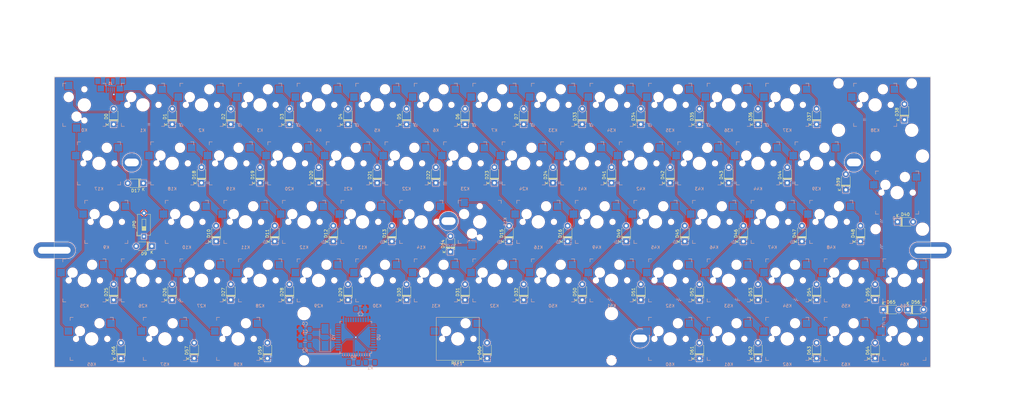
<source format=kicad_pcb>
(kicad_pcb (version 20171130) (host pcbnew "(5.1.4)-1")
  (layers (0 F.Cu signal) (31 B.Cu signal) (34 B.Paste user) (35 F.Paste user) (36 B.SilkS user) (37 F.SilkS user) (38 B.Mask user) (39 F.Mask user) (44 Edge.Cuts user))
  (net 0 "")
  (net 1 row0)
  (net 2 "Net-(D0-Pad2)")
  (net 3 "Net-(D1-Pad2)")
  (net 4 "Net-(D2-Pad2)")
  (net 5 "Net-(D3-Pad2)")
  (net 6 "Net-(D4-Pad2)")
  (net 7 "Net-(D5-Pad2)")
  (net 8 "Net-(D6-Pad2)")
  (net 9 "Net-(D7-Pad2)")
  (net 10 "Net-(D9-Pad2)")
  (net 11 row1)
  (net 12 "Net-(D10-Pad2)")
  (net 13 "Net-(D11-Pad2)")
  (net 14 "Net-(D12-Pad2)")
  (net 15 "Net-(D13-Pad2)")
  (net 16 "Net-(D14-Pad2)")
  (net 17 "Net-(D15-Pad2)")
  (net 18 "Net-(D16-Pad2)")
  (net 19 row2)
  (net 20 "Net-(D17-Pad2)")
  (net 21 "Net-(D18-Pad2)")
  (net 22 "Net-(D19-Pad2)")
  (net 23 "Net-(D20-Pad2)")
  (net 24 "Net-(D21-Pad2)")
  (net 25 "Net-(D22-Pad2)")
  (net 26 "Net-(D23-Pad2)")
  (net 27 "Net-(D24-Pad2)")
  (net 28 row3)
  (net 29 "Net-(D25-Pad2)")
  (net 30 "Net-(D26-Pad2)")
  (net 31 "Net-(D27-Pad2)")
  (net 32 "Net-(D28-Pad2)")
  (net 33 "Net-(D29-Pad2)")
  (net 34 "Net-(D30-Pad2)")
  (net 35 "Net-(D31-Pad2)")
  (net 36 "Net-(D32-Pad2)")
  (net 37 row4)
  (net 38 "Net-(D33-Pad2)")
  (net 39 "Net-(D34-Pad2)")
  (net 40 "Net-(D35-Pad2)")
  (net 41 "Net-(D36-Pad2)")
  (net 42 "Net-(D37-Pad2)")
  (net 43 "Net-(D38-Pad2)")
  (net 44 "Net-(D39-Pad2)")
  (net 45 "Net-(D40-Pad2)")
  (net 46 "Net-(D41-Pad2)")
  (net 47 "Net-(D42-Pad2)")
  (net 48 "Net-(D43-Pad2)")
  (net 49 "Net-(D44-Pad2)")
  (net 50 "Net-(D45-Pad2)")
  (net 51 "Net-(D46-Pad2)")
  (net 52 "Net-(D47-Pad2)")
  (net 53 "Net-(D48-Pad2)")
  (net 54 "Net-(D49-Pad2)")
  (net 55 "Net-(D50-Pad2)")
  (net 56 "Net-(D51-Pad2)")
  (net 57 "Net-(D52-Pad2)")
  (net 58 "Net-(D53-Pad2)")
  (net 59 "Net-(D54-Pad2)")
  (net 60 "Net-(D55-Pad2)")
  (net 61 "Net-(D56-Pad2)")
  (net 62 "Net-(D57-Pad2)")
  (net 63 "Net-(D59-Pad2)")
  (net 64 "Net-(D60-Pad2)")
  (net 65 "Net-(D61-Pad2)")
  (net 66 "Net-(D62-Pad2)")
  (net 67 "Net-(D63-Pad2)")
  (net 68 "Net-(D64-Pad2)")
  (net 69 "Net-(D65-Pad2)")
  (net 70 "Net-(D66-Pad2)")
  (net 71 col0)
  (net 72 col1)
  (net 73 col2)
  (net 74 col3)
  (net 75 col4)
  (net 76 col5)
  (net 77 col6)
  (net 78 col7)
  (net 79 VCC)
  (net 80 "Net-(U0-Pad1)")
  (net 81 col8)
  (net 82 col9)
  (net 83 col10)
  (net 84 col11)
  (net 85 col12)
  (net 86 col13)
  (net 87 "Net-(C0-Pad1)")
  (net 88 Earth)
  (net 89 "Net-(C1-Pad1)")
  (net 90 "Net-(C2-Pad1)")
  (net 91 "Net-(J1-Pad6)")
  (net 92 "Net-(J1-Pad2)")
  (net 93 "Net-(J1-Pad3)")
  (net 94 "Net-(J1-Pad4)")
  (net 95 Reset)
  (net 96 USBD+)
  (net 97 USBD-)
  (net 98 "Net-(U0-Pad18)")
  (net 99 "Net-(U0-Pad38)")
  (net 100 "Net-(U0-Pad39)")
  (net 101 "Net-(U0-Pad40)")
  (net 102 "Net-(U0-Pad41)")
  (net 103 "Net-(U0-Pad42)")
  (module "kalih keyswitches:MX_Stabilizer_2u" (layer F.Cu) (at 274.08375 37.72 90)
    (fp_text reference REF** hide)
    (fp_text value SW_Stabilizer hide)
    (pad "" np_thru_hole circle (at -11.9 -6.985 90) (size 3.048 3.048) (drill 3.048) (layers *.Cu *.Mask))
    (pad "" np_thru_hole circle (at 11.9 -6.985 90) (size 3.048 3.048) (drill 3.048) (layers *.Cu *.Mask))
    (pad "" np_thru_hole circle (at -11.9 8.255 90) (size 3.9878 3.9878) (drill 3.9878) (layers *.Cu *.Mask))
    (pad "" np_thru_hole circle (at 11.9 8.255 90) (size 3.9878 3.9878) (drill 3.9878) (layers *.Cu *.Mask))
  )
  (module "kalih keyswitches:MX_Stabilizer_2u" (layer F.Cu) (at 266.94 9.145)
    (fp_text reference REF** hide)
    (fp_text value SW_Stabilizer hide)
    (pad "" np_thru_hole circle (at 11.9 8.255) (size 3.9878 3.9878) (drill 3.9878) (layers *.Cu *.Mask))
    (pad "" np_thru_hole circle (at -11.9 8.255) (size 3.9878 3.9878) (drill 3.9878) (layers *.Cu *.Mask))
    (pad "" np_thru_hole circle (at 11.9 -6.985) (size 3.048 3.048) (drill 3.048) (layers *.Cu *.Mask))
    (pad "" np_thru_hole circle (at -11.9 -6.985) (size 3.048 3.048) (drill 3.048) (layers *.Cu *.Mask))
  )
  (module Button_Switch_Keyboard:SW_Cherry_MX_6.25u_Stabs (layer F.Cu) (at 131.20875 85.345 180)
    (fp_text reference REF** (at 0 -7.874) (layer F.SilkS))
    (fp_text value SW_Cherry_MX_6.25u_Stabs)
    (pad "" np_thru_hole circle (at 50 -7 180) (size 3.05 3.05) (drill 3.05) (layers *.Cu *.Mask))
    (pad "" np_thru_hole circle (at -50 -7 180) (size 3.05 3.05) (drill 3.05) (layers *.Cu *.Mask))
    (pad "" np_thru_hole circle (at -50 8.24 180) (size 4 4) (drill 4) (layers *.Cu *.Mask))
    (pad "" np_thru_hole circle (at 50 8.24 180) (size 4 4) (drill 4) (layers *.Cu *.Mask))
  )
  (module keyboard_parts:Poker_oval_hole (layer F.Cu) (at 25.2 27.9)
    (fp_text reference Poker_oval_hole hide)
    (fp_text value VAL** hide)
    (pad "" thru_hole circle (at 0 0) (size 6.1 6.1) (drill oval 4.6 2.5) (layers *.Cu *.Mask))
  )
  (module keyboard_parts:Poker_side_edge_long (layer F.Cu) (at 0 56.5)
    (fp_text reference Poker_side_edge_long hide)
    (fp_text value VAL** hide)
    (pad "" thru_hole oval (at 0 0) (size 13.6 5.2) (drill oval 10.6 2.2) (layers *.Cu *.Mask))
  )
  (module keyboard_parts:Poker_side_edge_long (layer F.Cu) (at 285 56.5)
    (fp_text reference Poker_side_edge_long hide)
    (fp_text value VAL** hide)
    (pad "" thru_hole oval (at 0 0) (size 13.6 5.2) (drill oval 10.6 2.2) (layers *.Cu *.Mask))
  )
  (module "kalih keyswitches:Kailh_socket" (layer F.Cu) (at 16.90875 47.245)
    (fp_text reference K9 (at 0 8.3) (layer B.SilkS) (effects (justify mirror)))
    (fp_text value KEYSW)
    (pad 2 smd rect (at -7.56 -2.54) (size 2.55 2.5) (layers B.Cu B.Paste B.Mask) (net 71 col0))
    (pad "" np_thru_hole circle (at -5.08 0) (size 1.7018 1.7018) (drill 1.7018) (layers *.Cu *.Mask))
    (pad "" np_thru_hole circle (at 5.08 0) (size 1.7018 1.7018) (drill 1.7018) (layers *.Cu *.Mask))
    (pad "" np_thru_hole circle (at 0 0) (size 3.9878 3.9878) (drill 3.9878) (layers *.Cu *.Mask))
    (pad "" np_thru_hole circle (at -3.81 -2.54) (size 3 3) (drill 3) (layers *.Cu *.Mask))
    (pad "" np_thru_hole circle (at 2.54 -5.08) (size 3 3) (drill 3) (layers *.Cu *.Mask))
    (pad 1 smd rect (at 6.29 -5.08) (size 2.55 2.5) (layers B.Cu B.Paste B.Mask) (net 10 "Net-(D9-Pad2)"))
  )
  (module "kalih keyswitches:Kailh_socket" (layer F.Cu) (at 9.765 9.145 90)
    (fp_text reference K0 (at -8.235 -0.005) (layer B.SilkS) (effects (justify mirror)))
    (fp_text value KEYSW)
    (pad 2 smd rect (at -7.56 -2.54 90) (size 2.55 2.5) (layers B.Cu B.Paste B.Mask) (net 71 col0))
    (pad "" np_thru_hole circle (at -5.08 0 90) (size 1.7018 1.7018) (drill 1.7018) (layers *.Cu *.Mask))
    (pad "" np_thru_hole circle (at 5.08 0 90) (size 1.7018 1.7018) (drill 1.7018) (layers *.Cu *.Mask))
    (pad "" np_thru_hole circle (at 0 0 90) (size 3.9878 3.9878) (drill 3.9878) (layers *.Cu *.Mask))
    (pad "" np_thru_hole circle (at -3.81 -2.54 90) (size 3 3) (drill 3) (layers *.Cu *.Mask))
    (pad "" np_thru_hole circle (at 2.54 -5.08 90) (size 3 3) (drill 3) (layers *.Cu *.Mask))
    (pad 1 smd rect (at 6.29 -5.08 90) (size 2.55 2.5) (layers B.Cu B.Paste B.Mask) (net 2 "Net-(D0-Pad2)"))
  )
  (module "kalih keyswitches:Kailh_socket" (layer F.Cu) (at 28.815 9.145)
    (fp_text reference K1 (at 0 8.3) (layer B.SilkS) (effects (justify mirror)))
    (fp_text value KEYSW)
    (pad 2 smd rect (at -7.56 -2.54) (size 2.55 2.5) (layers B.Cu B.Paste B.Mask) (net 72 col1))
    (pad "" np_thru_hole circle (at -5.08 0) (size 1.7018 1.7018) (drill 1.7018) (layers *.Cu *.Mask))
    (pad "" np_thru_hole circle (at 5.08 0) (size 1.7018 1.7018) (drill 1.7018) (layers *.Cu *.Mask))
    (pad "" np_thru_hole circle (at 0 0) (size 3.9878 3.9878) (drill 3.9878) (layers *.Cu *.Mask))
    (pad "" np_thru_hole circle (at -3.81 -2.54) (size 3 3) (drill 3) (layers *.Cu *.Mask))
    (pad "" np_thru_hole circle (at 2.54 -5.08) (size 3 3) (drill 3) (layers *.Cu *.Mask))
    (pad 1 smd rect (at 6.29 -5.08) (size 2.55 2.5) (layers B.Cu B.Paste B.Mask) (net 3 "Net-(D1-Pad2)"))
  )
  (module "kalih keyswitches:Kailh_socket" (layer F.Cu) (at 66.915 9.145)
    (fp_text reference K3 (at 0 8.3) (layer B.SilkS) (effects (justify mirror)))
    (fp_text value KEYSW)
    (pad 2 smd rect (at -7.56 -2.54) (size 2.55 2.5) (layers B.Cu B.Paste B.Mask) (net 74 col3))
    (pad "" np_thru_hole circle (at -5.08 0) (size 1.7018 1.7018) (drill 1.7018) (layers *.Cu *.Mask))
    (pad "" np_thru_hole circle (at 5.08 0) (size 1.7018 1.7018) (drill 1.7018) (layers *.Cu *.Mask))
    (pad "" np_thru_hole circle (at 0 0) (size 3.9878 3.9878) (drill 3.9878) (layers *.Cu *.Mask))
    (pad "" np_thru_hole circle (at -3.81 -2.54) (size 3 3) (drill 3) (layers *.Cu *.Mask))
    (pad "" np_thru_hole circle (at 2.54 -5.08) (size 3 3) (drill 3) (layers *.Cu *.Mask))
    (pad 1 smd rect (at 6.29 -5.08) (size 2.55 2.5) (layers B.Cu B.Paste B.Mask) (net 5 "Net-(D3-Pad2)"))
  )
  (module "kalih keyswitches:Kailh_socket" (layer F.Cu) (at 85.965 9.145)
    (fp_text reference K4 (at 0 8.3) (layer B.SilkS) (effects (justify mirror)))
    (fp_text value KEYSW)
    (pad 2 smd rect (at -7.56 -2.54) (size 2.55 2.5) (layers B.Cu B.Paste B.Mask) (net 75 col4))
    (pad "" np_thru_hole circle (at -5.08 0) (size 1.7018 1.7018) (drill 1.7018) (layers *.Cu *.Mask))
    (pad "" np_thru_hole circle (at 5.08 0) (size 1.7018 1.7018) (drill 1.7018) (layers *.Cu *.Mask))
    (pad "" np_thru_hole circle (at 0 0) (size 3.9878 3.9878) (drill 3.9878) (layers *.Cu *.Mask))
    (pad "" np_thru_hole circle (at -3.81 -2.54) (size 3 3) (drill 3) (layers *.Cu *.Mask))
    (pad "" np_thru_hole circle (at 2.54 -5.08) (size 3 3) (drill 3) (layers *.Cu *.Mask))
    (pad 1 smd rect (at 6.29 -5.08) (size 2.55 2.5) (layers B.Cu B.Paste B.Mask) (net 6 "Net-(D4-Pad2)"))
  )
  (module "kalih keyswitches:Kailh_socket" (layer F.Cu) (at 105.015 9.145)
    (fp_text reference K5 (at 0 8.3) (layer B.SilkS) (effects (justify mirror)))
    (fp_text value KEYSW)
    (pad 2 smd rect (at -7.56 -2.54) (size 2.55 2.5) (layers B.Cu B.Paste B.Mask) (net 76 col5))
    (pad "" np_thru_hole circle (at -5.08 0) (size 1.7018 1.7018) (drill 1.7018) (layers *.Cu *.Mask))
    (pad "" np_thru_hole circle (at 5.08 0) (size 1.7018 1.7018) (drill 1.7018) (layers *.Cu *.Mask))
    (pad "" np_thru_hole circle (at 0 0) (size 3.9878 3.9878) (drill 3.9878) (layers *.Cu *.Mask))
    (pad "" np_thru_hole circle (at -3.81 -2.54) (size 3 3) (drill 3) (layers *.Cu *.Mask))
    (pad "" np_thru_hole circle (at 2.54 -5.08) (size 3 3) (drill 3) (layers *.Cu *.Mask))
    (pad 1 smd rect (at 6.29 -5.08) (size 2.55 2.5) (layers B.Cu B.Paste B.Mask) (net 7 "Net-(D5-Pad2)"))
  )
  (module "kalih keyswitches:Kailh_socket" (layer F.Cu) (at 124.065 9.145)
    (fp_text reference K6 (at 0 8.3) (layer B.SilkS) (effects (justify mirror)))
    (fp_text value KEYSW)
    (pad 2 smd rect (at -7.56 -2.54) (size 2.55 2.5) (layers B.Cu B.Paste B.Mask) (net 77 col6))
    (pad "" np_thru_hole circle (at -5.08 0) (size 1.7018 1.7018) (drill 1.7018) (layers *.Cu *.Mask))
    (pad "" np_thru_hole circle (at 5.08 0) (size 1.7018 1.7018) (drill 1.7018) (layers *.Cu *.Mask))
    (pad "" np_thru_hole circle (at 0 0) (size 3.9878 3.9878) (drill 3.9878) (layers *.Cu *.Mask))
    (pad "" np_thru_hole circle (at -3.81 -2.54) (size 3 3) (drill 3) (layers *.Cu *.Mask))
    (pad "" np_thru_hole circle (at 2.54 -5.08) (size 3 3) (drill 3) (layers *.Cu *.Mask))
    (pad 1 smd rect (at 6.29 -5.08) (size 2.55 2.5) (layers B.Cu B.Paste B.Mask) (net 8 "Net-(D6-Pad2)"))
  )
  (module "kalih keyswitches:Kailh_socket" (layer F.Cu) (at 143.115 9.145)
    (fp_text reference K7 (at 0 8.3) (layer B.SilkS) (effects (justify mirror)))
    (fp_text value KEYSW)
    (pad 2 smd rect (at -7.56 -2.54) (size 2.55 2.5) (layers B.Cu B.Paste B.Mask) (net 78 col7))
    (pad "" np_thru_hole circle (at -5.08 0) (size 1.7018 1.7018) (drill 1.7018) (layers *.Cu *.Mask))
    (pad "" np_thru_hole circle (at 5.08 0) (size 1.7018 1.7018) (drill 1.7018) (layers *.Cu *.Mask))
    (pad "" np_thru_hole circle (at 0 0) (size 3.9878 3.9878) (drill 3.9878) (layers *.Cu *.Mask))
    (pad "" np_thru_hole circle (at -3.81 -2.54) (size 3 3) (drill 3) (layers *.Cu *.Mask))
    (pad "" np_thru_hole circle (at 2.54 -5.08) (size 3 3) (drill 3) (layers *.Cu *.Mask))
    (pad 1 smd rect (at 6.29 -5.08) (size 2.55 2.5) (layers B.Cu B.Paste B.Mask) (net 9 "Net-(D7-Pad2)"))
  )
  (module "kalih keyswitches:Kailh_socket" (layer F.Cu) (at 43.1025 47.245)
    (fp_text reference K10 (at 0 8.3) (layer B.SilkS) (effects (justify mirror)))
    (fp_text value KEYSW)
    (pad 2 smd rect (at -7.56 -2.54) (size 2.55 2.5) (layers B.Cu B.Paste B.Mask) (net 72 col1))
    (pad "" np_thru_hole circle (at -5.08 0) (size 1.7018 1.7018) (drill 1.7018) (layers *.Cu *.Mask))
    (pad "" np_thru_hole circle (at 5.08 0) (size 1.7018 1.7018) (drill 1.7018) (layers *.Cu *.Mask))
    (pad "" np_thru_hole circle (at 0 0) (size 3.9878 3.9878) (drill 3.9878) (layers *.Cu *.Mask))
    (pad "" np_thru_hole circle (at -3.81 -2.54) (size 3 3) (drill 3) (layers *.Cu *.Mask))
    (pad "" np_thru_hole circle (at 2.54 -5.08) (size 3 3) (drill 3) (layers *.Cu *.Mask))
    (pad 1 smd rect (at 6.29 -5.08) (size 2.55 2.5) (layers B.Cu B.Paste B.Mask) (net 12 "Net-(D10-Pad2)"))
  )
  (module "kalih keyswitches:Kailh_socket" (layer F.Cu) (at 62.1525 47.245)
    (fp_text reference K11 (at 0 8.3) (layer B.SilkS) (effects (justify mirror)))
    (fp_text value KEYSW)
    (pad 2 smd rect (at -7.56 -2.54) (size 2.55 2.5) (layers B.Cu B.Paste B.Mask) (net 73 col2))
    (pad "" np_thru_hole circle (at -5.08 0) (size 1.7018 1.7018) (drill 1.7018) (layers *.Cu *.Mask))
    (pad "" np_thru_hole circle (at 5.08 0) (size 1.7018 1.7018) (drill 1.7018) (layers *.Cu *.Mask))
    (pad "" np_thru_hole circle (at 0 0) (size 3.9878 3.9878) (drill 3.9878) (layers *.Cu *.Mask))
    (pad "" np_thru_hole circle (at -3.81 -2.54) (size 3 3) (drill 3) (layers *.Cu *.Mask))
    (pad "" np_thru_hole circle (at 2.54 -5.08) (size 3 3) (drill 3) (layers *.Cu *.Mask))
    (pad 1 smd rect (at 6.29 -5.08) (size 2.55 2.5) (layers B.Cu B.Paste B.Mask) (net 13 "Net-(D11-Pad2)"))
  )
  (module "kalih keyswitches:Kailh_socket" (layer F.Cu) (at 81.2025 47.245)
    (fp_text reference K12 (at 0 8.3) (layer B.SilkS) (effects (justify mirror)))
    (fp_text value KEYSW)
    (pad 2 smd rect (at -7.56 -2.54) (size 2.55 2.5) (layers B.Cu B.Paste B.Mask) (net 74 col3))
    (pad "" np_thru_hole circle (at -5.08 0) (size 1.7018 1.7018) (drill 1.7018) (layers *.Cu *.Mask))
    (pad "" np_thru_hole circle (at 5.08 0) (size 1.7018 1.7018) (drill 1.7018) (layers *.Cu *.Mask))
    (pad "" np_thru_hole circle (at 0 0) (size 3.9878 3.9878) (drill 3.9878) (layers *.Cu *.Mask))
    (pad "" np_thru_hole circle (at -3.81 -2.54) (size 3 3) (drill 3) (layers *.Cu *.Mask))
    (pad "" np_thru_hole circle (at 2.54 -5.08) (size 3 3) (drill 3) (layers *.Cu *.Mask))
    (pad 1 smd rect (at 6.29 -5.08) (size 2.55 2.5) (layers B.Cu B.Paste B.Mask) (net 14 "Net-(D12-Pad2)"))
  )
  (module "kalih keyswitches:Kailh_socket" (layer F.Cu) (at 100.2525 47.245)
    (fp_text reference K13 (at 0 8.3) (layer B.SilkS) (effects (justify mirror)))
    (fp_text value KEYSW)
    (pad 2 smd rect (at -7.56 -2.54) (size 2.55 2.5) (layers B.Cu B.Paste B.Mask) (net 75 col4))
    (pad "" np_thru_hole circle (at -5.08 0) (size 1.7018 1.7018) (drill 1.7018) (layers *.Cu *.Mask))
    (pad "" np_thru_hole circle (at 5.08 0) (size 1.7018 1.7018) (drill 1.7018) (layers *.Cu *.Mask))
    (pad "" np_thru_hole circle (at 0 0) (size 3.9878 3.9878) (drill 3.9878) (layers *.Cu *.Mask))
    (pad "" np_thru_hole circle (at -3.81 -2.54) (size 3 3) (drill 3) (layers *.Cu *.Mask))
    (pad "" np_thru_hole circle (at 2.54 -5.08) (size 3 3) (drill 3) (layers *.Cu *.Mask))
    (pad 1 smd rect (at 6.29 -5.08) (size 2.55 2.5) (layers B.Cu B.Paste B.Mask) (net 15 "Net-(D13-Pad2)"))
  )
  (module "kalih keyswitches:Kailh_socket" (layer F.Cu) (at 119.3025 47.245)
    (fp_text reference K14 (at 0 8.3) (layer B.SilkS) (effects (justify mirror)))
    (fp_text value KEYSW)
    (pad 2 smd rect (at -7.56 -2.54) (size 2.55 2.5) (layers B.Cu B.Paste B.Mask) (net 76 col5))
    (pad "" np_thru_hole circle (at -5.08 0) (size 1.7018 1.7018) (drill 1.7018) (layers *.Cu *.Mask))
    (pad "" np_thru_hole circle (at 5.08 0) (size 1.7018 1.7018) (drill 1.7018) (layers *.Cu *.Mask))
    (pad "" np_thru_hole circle (at 0 0) (size 3.9878 3.9878) (drill 3.9878) (layers *.Cu *.Mask))
    (pad "" np_thru_hole circle (at -3.81 -2.54) (size 3 3) (drill 3) (layers *.Cu *.Mask))
    (pad "" np_thru_hole circle (at 2.54 -5.08) (size 3 3) (drill 3) (layers *.Cu *.Mask))
    (pad 1 smd rect (at 6.29 -5.08) (size 2.55 2.5) (layers B.Cu B.Paste B.Mask) (net 16 "Net-(D14-Pad2)"))
  )
  (module "kalih keyswitches:Kailh_socket" (layer F.Cu) (at 138.3525 47.245 90)
    (fp_text reference K15 (at 0 8.3 90) (layer B.SilkS) (effects (justify mirror)))
    (fp_text value KEYSW)
    (pad 2 smd rect (at -7.56 -2.54 90) (size 2.55 2.5) (layers B.Cu B.Paste B.Mask) (net 77 col6))
    (pad "" np_thru_hole circle (at -5.08 0 90) (size 1.7018 1.7018) (drill 1.7018) (layers *.Cu *.Mask))
    (pad "" np_thru_hole circle (at 5.08 0 90) (size 1.7018 1.7018) (drill 1.7018) (layers *.Cu *.Mask))
    (pad "" np_thru_hole circle (at 0 0 90) (size 3.9878 3.9878) (drill 3.9878) (layers *.Cu *.Mask))
    (pad "" np_thru_hole circle (at -3.81 -2.54 90) (size 3 3) (drill 3) (layers *.Cu *.Mask))
    (pad "" np_thru_hole circle (at 2.54 -5.08 90) (size 3 3) (drill 3) (layers *.Cu *.Mask))
    (pad 1 smd rect (at 6.29 -5.08 90) (size 2.55 2.5) (layers B.Cu B.Paste B.Mask) (net 17 "Net-(D15-Pad2)"))
  )
  (module "kalih keyswitches:Kailh_socket" (layer F.Cu) (at 157.4025 47.245)
    (fp_text reference K16 (at 0 8.3) (layer B.SilkS) (effects (justify mirror)))
    (fp_text value KEYSW)
    (pad 2 smd rect (at -7.56 -2.54) (size 2.55 2.5) (layers B.Cu B.Paste B.Mask) (net 78 col7))
    (pad "" np_thru_hole circle (at -5.08 0) (size 1.7018 1.7018) (drill 1.7018) (layers *.Cu *.Mask))
    (pad "" np_thru_hole circle (at 5.08 0) (size 1.7018 1.7018) (drill 1.7018) (layers *.Cu *.Mask))
    (pad "" np_thru_hole circle (at 0 0) (size 3.9878 3.9878) (drill 3.9878) (layers *.Cu *.Mask))
    (pad "" np_thru_hole circle (at -3.81 -2.54) (size 3 3) (drill 3) (layers *.Cu *.Mask))
    (pad "" np_thru_hole circle (at 2.54 -5.08) (size 3 3) (drill 3) (layers *.Cu *.Mask))
    (pad 1 smd rect (at 6.29 -5.08) (size 2.55 2.5) (layers B.Cu B.Paste B.Mask) (net 18 "Net-(D16-Pad2)"))
  )
  (module "kalih keyswitches:Kailh_socket" (layer F.Cu) (at 14.5275 28.195)
    (fp_text reference K17 (at 0 8.3) (layer B.SilkS) (effects (justify mirror)))
    (fp_text value KEYSW)
    (pad 2 smd rect (at -7.56 -2.54) (size 2.55 2.5) (layers B.Cu B.Paste B.Mask) (net 71 col0))
    (pad "" np_thru_hole circle (at -5.08 0) (size 1.7018 1.7018) (drill 1.7018) (layers *.Cu *.Mask))
    (pad "" np_thru_hole circle (at 5.08 0) (size 1.7018 1.7018) (drill 1.7018) (layers *.Cu *.Mask))
    (pad "" np_thru_hole circle (at 0 0) (size 3.9878 3.9878) (drill 3.9878) (layers *.Cu *.Mask))
    (pad "" np_thru_hole circle (at -3.81 -2.54) (size 3 3) (drill 3) (layers *.Cu *.Mask))
    (pad "" np_thru_hole circle (at 2.54 -5.08) (size 3 3) (drill 3) (layers *.Cu *.Mask))
    (pad 1 smd rect (at 6.29 -5.08) (size 2.55 2.5) (layers B.Cu B.Paste B.Mask) (net 20 "Net-(D17-Pad2)"))
  )
  (module "kalih keyswitches:Kailh_socket" (layer F.Cu) (at 38.34 28.195)
    (fp_text reference K18 (at 0 8.3) (layer B.SilkS) (effects (justify mirror)))
    (fp_text value KEYSW)
    (pad 2 smd rect (at -7.56 -2.54) (size 2.55 2.5) (layers B.Cu B.Paste B.Mask) (net 72 col1))
    (pad "" np_thru_hole circle (at -5.08 0) (size 1.7018 1.7018) (drill 1.7018) (layers *.Cu *.Mask))
    (pad "" np_thru_hole circle (at 5.08 0) (size 1.7018 1.7018) (drill 1.7018) (layers *.Cu *.Mask))
    (pad "" np_thru_hole circle (at 0 0) (size 3.9878 3.9878) (drill 3.9878) (layers *.Cu *.Mask))
    (pad "" np_thru_hole circle (at -3.81 -2.54) (size 3 3) (drill 3) (layers *.Cu *.Mask))
    (pad "" np_thru_hole circle (at 2.54 -5.08) (size 3 3) (drill 3) (layers *.Cu *.Mask))
    (pad 1 smd rect (at 6.29 -5.08) (size 2.55 2.5) (layers B.Cu B.Paste B.Mask) (net 21 "Net-(D18-Pad2)"))
  )
  (module "kalih keyswitches:Kailh_socket" (layer F.Cu) (at 57.39 28.195)
    (fp_text reference K19 (at 0 8.3) (layer B.SilkS) (effects (justify mirror)))
    (fp_text value KEYSW)
    (pad 2 smd rect (at -7.56 -2.54) (size 2.55 2.5) (layers B.Cu B.Paste B.Mask) (net 73 col2))
    (pad "" np_thru_hole circle (at -5.08 0) (size 1.7018 1.7018) (drill 1.7018) (layers *.Cu *.Mask))
    (pad "" np_thru_hole circle (at 5.08 0) (size 1.7018 1.7018) (drill 1.7018) (layers *.Cu *.Mask))
    (pad "" np_thru_hole circle (at 0 0) (size 3.9878 3.9878) (drill 3.9878) (layers *.Cu *.Mask))
    (pad "" np_thru_hole circle (at -3.81 -2.54) (size 3 3) (drill 3) (layers *.Cu *.Mask))
    (pad "" np_thru_hole circle (at 2.54 -5.08) (size 3 3) (drill 3) (layers *.Cu *.Mask))
    (pad 1 smd rect (at 6.29 -5.08) (size 2.55 2.5) (layers B.Cu B.Paste B.Mask) (net 22 "Net-(D19-Pad2)"))
  )
  (module "kalih keyswitches:Kailh_socket" (layer F.Cu) (at 76.44 28.195)
    (fp_text reference K20 (at 0 8.3) (layer B.SilkS) (effects (justify mirror)))
    (fp_text value KEYSW)
    (pad 2 smd rect (at -7.56 -2.54) (size 2.55 2.5) (layers B.Cu B.Paste B.Mask) (net 74 col3))
    (pad "" np_thru_hole circle (at -5.08 0) (size 1.7018 1.7018) (drill 1.7018) (layers *.Cu *.Mask))
    (pad "" np_thru_hole circle (at 5.08 0) (size 1.7018 1.7018) (drill 1.7018) (layers *.Cu *.Mask))
    (pad "" np_thru_hole circle (at 0 0) (size 3.9878 3.9878) (drill 3.9878) (layers *.Cu *.Mask))
    (pad "" np_thru_hole circle (at -3.81 -2.54) (size 3 3) (drill 3) (layers *.Cu *.Mask))
    (pad "" np_thru_hole circle (at 2.54 -5.08) (size 3 3) (drill 3) (layers *.Cu *.Mask))
    (pad 1 smd rect (at 6.29 -5.08) (size 2.55 2.5) (layers B.Cu B.Paste B.Mask) (net 23 "Net-(D20-Pad2)"))
  )
  (module "kalih keyswitches:Kailh_socket" (layer F.Cu) (at 95.49 28.195)
    (fp_text reference K21 (at 0 8.3) (layer B.SilkS) (effects (justify mirror)))
    (fp_text value KEYSW)
    (pad 2 smd rect (at -7.56 -2.54) (size 2.55 2.5) (layers B.Cu B.Paste B.Mask) (net 75 col4))
    (pad "" np_thru_hole circle (at -5.08 0) (size 1.7018 1.7018) (drill 1.7018) (layers *.Cu *.Mask))
    (pad "" np_thru_hole circle (at 5.08 0) (size 1.7018 1.7018) (drill 1.7018) (layers *.Cu *.Mask))
    (pad "" np_thru_hole circle (at 0 0) (size 3.9878 3.9878) (drill 3.9878) (layers *.Cu *.Mask))
    (pad "" np_thru_hole circle (at -3.81 -2.54) (size 3 3) (drill 3) (layers *.Cu *.Mask))
    (pad "" np_thru_hole circle (at 2.54 -5.08) (size 3 3) (drill 3) (layers *.Cu *.Mask))
    (pad 1 smd rect (at 6.29 -5.08) (size 2.55 2.5) (layers B.Cu B.Paste B.Mask) (net 24 "Net-(D21-Pad2)"))
  )
  (module "kalih keyswitches:Kailh_socket" (layer F.Cu) (at 114.54 28.195)
    (fp_text reference K22 (at 0 8.3) (layer B.SilkS) (effects (justify mirror)))
    (fp_text value KEYSW)
    (pad 2 smd rect (at -7.56 -2.54) (size 2.55 2.5) (layers B.Cu B.Paste B.Mask) (net 76 col5))
    (pad "" np_thru_hole circle (at -5.08 0) (size 1.7018 1.7018) (drill 1.7018) (layers *.Cu *.Mask))
    (pad "" np_thru_hole circle (at 5.08 0) (size 1.7018 1.7018) (drill 1.7018) (layers *.Cu *.Mask))
    (pad "" np_thru_hole circle (at 0 0) (size 3.9878 3.9878) (drill 3.9878) (layers *.Cu *.Mask))
    (pad "" np_thru_hole circle (at -3.81 -2.54) (size 3 3) (drill 3) (layers *.Cu *.Mask))
    (pad "" np_thru_hole circle (at 2.54 -5.08) (size 3 3) (drill 3) (layers *.Cu *.Mask))
    (pad 1 smd rect (at 6.29 -5.08) (size 2.55 2.5) (layers B.Cu B.Paste B.Mask) (net 25 "Net-(D22-Pad2)"))
  )
  (module "kalih keyswitches:Kailh_socket" (layer F.Cu) (at 133.59 28.195)
    (fp_text reference K23 (at 0 8.3) (layer B.SilkS) (effects (justify mirror)))
    (fp_text value KEYSW)
    (pad 2 smd rect (at -7.56 -2.54) (size 2.55 2.5) (layers B.Cu B.Paste B.Mask) (net 77 col6))
    (pad "" np_thru_hole circle (at -5.08 0) (size 1.7018 1.7018) (drill 1.7018) (layers *.Cu *.Mask))
    (pad "" np_thru_hole circle (at 5.08 0) (size 1.7018 1.7018) (drill 1.7018) (layers *.Cu *.Mask))
    (pad "" np_thru_hole circle (at 0 0) (size 3.9878 3.9878) (drill 3.9878) (layers *.Cu *.Mask))
    (pad "" np_thru_hole circle (at -3.81 -2.54) (size 3 3) (drill 3) (layers *.Cu *.Mask))
    (pad "" np_thru_hole circle (at 2.54 -5.08) (size 3 3) (drill 3) (layers *.Cu *.Mask))
    (pad 1 smd rect (at 6.29 -5.08) (size 2.55 2.5) (layers B.Cu B.Paste B.Mask) (net 26 "Net-(D23-Pad2)"))
  )
  (module "kalih keyswitches:Kailh_socket" (layer F.Cu) (at 152.64 28.195)
    (fp_text reference K24 (at 0 8.3) (layer B.SilkS) (effects (justify mirror)))
    (fp_text value KEYSW)
    (pad 2 smd rect (at -7.56 -2.54) (size 2.55 2.5) (layers B.Cu B.Paste B.Mask) (net 78 col7))
    (pad "" np_thru_hole circle (at -5.08 0) (size 1.7018 1.7018) (drill 1.7018) (layers *.Cu *.Mask))
    (pad "" np_thru_hole circle (at 5.08 0) (size 1.7018 1.7018) (drill 1.7018) (layers *.Cu *.Mask))
    (pad "" np_thru_hole circle (at 0 0) (size 3.9878 3.9878) (drill 3.9878) (layers *.Cu *.Mask))
    (pad "" np_thru_hole circle (at -3.81 -2.54) (size 3 3) (drill 3) (layers *.Cu *.Mask))
    (pad "" np_thru_hole circle (at 2.54 -5.08) (size 3 3) (drill 3) (layers *.Cu *.Mask))
    (pad 1 smd rect (at 6.29 -5.08) (size 2.55 2.5) (layers B.Cu B.Paste B.Mask) (net 27 "Net-(D24-Pad2)"))
  )
  (module "kalih keyswitches:Kailh_socket" (layer F.Cu) (at 9.765 66.295)
    (fp_text reference K25 (at 0 8.3) (layer B.SilkS) (effects (justify mirror)))
    (fp_text value KEYSW)
    (pad 2 smd rect (at -7.56 -2.54) (size 2.55 2.5) (layers B.Cu B.Paste B.Mask) (net 71 col0))
    (pad "" np_thru_hole circle (at -5.08 0) (size 1.7018 1.7018) (drill 1.7018) (layers *.Cu *.Mask))
    (pad "" np_thru_hole circle (at 5.08 0) (size 1.7018 1.7018) (drill 1.7018) (layers *.Cu *.Mask))
    (pad "" np_thru_hole circle (at 0 0) (size 3.9878 3.9878) (drill 3.9878) (layers *.Cu *.Mask))
    (pad "" np_thru_hole circle (at -3.81 -2.54) (size 3 3) (drill 3) (layers *.Cu *.Mask))
    (pad "" np_thru_hole circle (at 2.54 -5.08) (size 3 3) (drill 3) (layers *.Cu *.Mask))
    (pad 1 smd rect (at 6.29 -5.08) (size 2.55 2.5) (layers B.Cu B.Paste B.Mask) (net 29 "Net-(D25-Pad2)"))
  )
  (module "kalih keyswitches:Kailh_socket" (layer F.Cu) (at 28.815 66.295)
    (fp_text reference K26 (at 0 8.3) (layer B.SilkS) (effects (justify mirror)))
    (fp_text value KEYSW)
    (pad 2 smd rect (at -7.56 -2.54) (size 2.55 2.5) (layers B.Cu B.Paste B.Mask) (net 72 col1))
    (pad "" np_thru_hole circle (at -5.08 0) (size 1.7018 1.7018) (drill 1.7018) (layers *.Cu *.Mask))
    (pad "" np_thru_hole circle (at 5.08 0) (size 1.7018 1.7018) (drill 1.7018) (layers *.Cu *.Mask))
    (pad "" np_thru_hole circle (at 0 0) (size 3.9878 3.9878) (drill 3.9878) (layers *.Cu *.Mask))
    (pad "" np_thru_hole circle (at -3.81 -2.54) (size 3 3) (drill 3) (layers *.Cu *.Mask))
    (pad "" np_thru_hole circle (at 2.54 -5.08) (size 3 3) (drill 3) (layers *.Cu *.Mask))
    (pad 1 smd rect (at 6.29 -5.08) (size 2.55 2.5) (layers B.Cu B.Paste B.Mask) (net 30 "Net-(D26-Pad2)"))
  )
  (module "kalih keyswitches:Kailh_socket" (layer F.Cu) (at 47.865 66.295)
    (fp_text reference K27 (at 0 8.3) (layer B.SilkS) (effects (justify mirror)))
    (fp_text value KEYSW)
    (pad 2 smd rect (at -7.56 -2.54) (size 2.55 2.5) (layers B.Cu B.Paste B.Mask) (net 73 col2))
    (pad "" np_thru_hole circle (at -5.08 0) (size 1.7018 1.7018) (drill 1.7018) (layers *.Cu *.Mask))
    (pad "" np_thru_hole circle (at 5.08 0) (size 1.7018 1.7018) (drill 1.7018) (layers *.Cu *.Mask))
    (pad "" np_thru_hole circle (at 0 0) (size 3.9878 3.9878) (drill 3.9878) (layers *.Cu *.Mask))
    (pad "" np_thru_hole circle (at -3.81 -2.54) (size 3 3) (drill 3) (layers *.Cu *.Mask))
    (pad "" np_thru_hole circle (at 2.54 -5.08) (size 3 3) (drill 3) (layers *.Cu *.Mask))
    (pad 1 smd rect (at 6.29 -5.08) (size 2.55 2.5) (layers B.Cu B.Paste B.Mask) (net 31 "Net-(D27-Pad2)"))
  )
  (module "kalih keyswitches:Kailh_socket" (layer F.Cu) (at 66.915 66.295)
    (fp_text reference K28 (at 0 8.3) (layer B.SilkS) (effects (justify mirror)))
    (fp_text value KEYSW)
    (pad 2 smd rect (at -7.56 -2.54) (size 2.55 2.5) (layers B.Cu B.Paste B.Mask) (net 74 col3))
    (pad "" np_thru_hole circle (at -5.08 0) (size 1.7018 1.7018) (drill 1.7018) (layers *.Cu *.Mask))
    (pad "" np_thru_hole circle (at 5.08 0) (size 1.7018 1.7018) (drill 1.7018) (layers *.Cu *.Mask))
    (pad "" np_thru_hole circle (at 0 0) (size 3.9878 3.9878) (drill 3.9878) (layers *.Cu *.Mask))
    (pad "" np_thru_hole circle (at -3.81 -2.54) (size 3 3) (drill 3) (layers *.Cu *.Mask))
    (pad "" np_thru_hole circle (at 2.54 -5.08) (size 3 3) (drill 3) (layers *.Cu *.Mask))
    (pad 1 smd rect (at 6.29 -5.08) (size 2.55 2.5) (layers B.Cu B.Paste B.Mask) (net 32 "Net-(D28-Pad2)"))
  )
  (module "kalih keyswitches:Kailh_socket" (layer F.Cu) (at 85.965 66.295)
    (fp_text reference K29 (at 0 8.3) (layer B.SilkS) (effects (justify mirror)))
    (fp_text value KEYSW)
    (pad 2 smd rect (at -7.56 -2.54) (size 2.55 2.5) (layers B.Cu B.Paste B.Mask) (net 75 col4))
    (pad "" np_thru_hole circle (at -5.08 0) (size 1.7018 1.7018) (drill 1.7018) (layers *.Cu *.Mask))
    (pad "" np_thru_hole circle (at 5.08 0) (size 1.7018 1.7018) (drill 1.7018) (layers *.Cu *.Mask))
    (pad "" np_thru_hole circle (at 0 0) (size 3.9878 3.9878) (drill 3.9878) (layers *.Cu *.Mask))
    (pad "" np_thru_hole circle (at -3.81 -2.54) (size 3 3) (drill 3) (layers *.Cu *.Mask))
    (pad "" np_thru_hole circle (at 2.54 -5.08) (size 3 3) (drill 3) (layers *.Cu *.Mask))
    (pad 1 smd rect (at 6.29 -5.08) (size 2.55 2.5) (layers B.Cu B.Paste B.Mask) (net 33 "Net-(D29-Pad2)"))
  )
  (module "kalih keyswitches:Kailh_socket" (layer F.Cu) (at 105.015 66.295)
    (fp_text reference K30 (at 0 8.3) (layer B.SilkS) (effects (justify mirror)))
    (fp_text value KEYSW)
    (pad 2 smd rect (at -7.56 -2.54) (size 2.55 2.5) (layers B.Cu B.Paste B.Mask) (net 76 col5))
    (pad "" np_thru_hole circle (at -5.08 0) (size 1.7018 1.7018) (drill 1.7018) (layers *.Cu *.Mask))
    (pad "" np_thru_hole circle (at 5.08 0) (size 1.7018 1.7018) (drill 1.7018) (layers *.Cu *.Mask))
    (pad "" np_thru_hole circle (at 0 0) (size 3.9878 3.9878) (drill 3.9878) (layers *.Cu *.Mask))
    (pad "" np_thru_hole circle (at -3.81 -2.54) (size 3 3) (drill 3) (layers *.Cu *.Mask))
    (pad "" np_thru_hole circle (at 2.54 -5.08) (size 3 3) (drill 3) (layers *.Cu *.Mask))
    (pad 1 smd rect (at 6.29 -5.08) (size 2.55 2.5) (layers B.Cu B.Paste B.Mask) (net 34 "Net-(D30-Pad2)"))
  )
  (module "kalih keyswitches:Kailh_socket" (layer F.Cu) (at 124.065 66.295)
    (fp_text reference K31 (at 0 8.3) (layer B.SilkS) (effects (justify mirror)))
    (fp_text value KEYSW)
    (pad 2 smd rect (at -7.56 -2.54) (size 2.55 2.5) (layers B.Cu B.Paste B.Mask) (net 77 col6))
    (pad "" np_thru_hole circle (at -5.08 0) (size 1.7018 1.7018) (drill 1.7018) (layers *.Cu *.Mask))
    (pad "" np_thru_hole circle (at 5.08 0) (size 1.7018 1.7018) (drill 1.7018) (layers *.Cu *.Mask))
    (pad "" np_thru_hole circle (at 0 0) (size 3.9878 3.9878) (drill 3.9878) (layers *.Cu *.Mask))
    (pad "" np_thru_hole circle (at -3.81 -2.54) (size 3 3) (drill 3) (layers *.Cu *.Mask))
    (pad "" np_thru_hole circle (at 2.54 -5.08) (size 3 3) (drill 3) (layers *.Cu *.Mask))
    (pad 1 smd rect (at 6.29 -5.08) (size 2.55 2.5) (layers B.Cu B.Paste B.Mask) (net 35 "Net-(D31-Pad2)"))
  )
  (module "kalih keyswitches:Kailh_socket" (layer F.Cu) (at 143.115 66.295)
    (fp_text reference K32 (at 0 8.3) (layer B.SilkS) (effects (justify mirror)))
    (fp_text value KEYSW)
    (pad 2 smd rect (at -7.56 -2.54) (size 2.55 2.5) (layers B.Cu B.Paste B.Mask) (net 78 col7))
    (pad "" np_thru_hole circle (at -5.08 0) (size 1.7018 1.7018) (drill 1.7018) (layers *.Cu *.Mask))
    (pad "" np_thru_hole circle (at 5.08 0) (size 1.7018 1.7018) (drill 1.7018) (layers *.Cu *.Mask))
    (pad "" np_thru_hole circle (at 0 0) (size 3.9878 3.9878) (drill 3.9878) (layers *.Cu *.Mask))
    (pad "" np_thru_hole circle (at -3.81 -2.54) (size 3 3) (drill 3) (layers *.Cu *.Mask))
    (pad "" np_thru_hole circle (at 2.54 -5.08) (size 3 3) (drill 3) (layers *.Cu *.Mask))
    (pad 1 smd rect (at 6.29 -5.08) (size 2.55 2.5) (layers B.Cu B.Paste B.Mask) (net 36 "Net-(D32-Pad2)"))
  )
  (module "kalih keyswitches:Kailh_socket" (layer F.Cu) (at 162.165 9.145)
    (fp_text reference K33 (at 0 8.3) (layer B.SilkS) (effects (justify mirror)))
    (fp_text value KEYSW)
    (pad 2 smd rect (at -7.56 -2.54) (size 2.55 2.5) (layers B.Cu B.Paste B.Mask) (net 81 col8))
    (pad "" np_thru_hole circle (at -5.08 0) (size 1.7018 1.7018) (drill 1.7018) (layers *.Cu *.Mask))
    (pad "" np_thru_hole circle (at 5.08 0) (size 1.7018 1.7018) (drill 1.7018) (layers *.Cu *.Mask))
    (pad "" np_thru_hole circle (at 0 0) (size 3.9878 3.9878) (drill 3.9878) (layers *.Cu *.Mask))
    (pad "" np_thru_hole circle (at -3.81 -2.54) (size 3 3) (drill 3) (layers *.Cu *.Mask))
    (pad "" np_thru_hole circle (at 2.54 -5.08) (size 3 3) (drill 3) (layers *.Cu *.Mask))
    (pad 1 smd rect (at 6.29 -5.08) (size 2.55 2.5) (layers B.Cu B.Paste B.Mask) (net 38 "Net-(D33-Pad2)"))
  )
  (module "kalih keyswitches:Kailh_socket" (layer F.Cu) (at 181.215 9.145)
    (fp_text reference K34 (at 0 8.3) (layer B.SilkS) (effects (justify mirror)))
    (fp_text value KEYSW)
    (pad 2 smd rect (at -7.56 -2.54) (size 2.55 2.5) (layers B.Cu B.Paste B.Mask) (net 82 col9))
    (pad "" np_thru_hole circle (at -5.08 0) (size 1.7018 1.7018) (drill 1.7018) (layers *.Cu *.Mask))
    (pad "" np_thru_hole circle (at 5.08 0) (size 1.7018 1.7018) (drill 1.7018) (layers *.Cu *.Mask))
    (pad "" np_thru_hole circle (at 0 0) (size 3.9878 3.9878) (drill 3.9878) (layers *.Cu *.Mask))
    (pad "" np_thru_hole circle (at -3.81 -2.54) (size 3 3) (drill 3) (layers *.Cu *.Mask))
    (pad "" np_thru_hole circle (at 2.54 -5.08) (size 3 3) (drill 3) (layers *.Cu *.Mask))
    (pad 1 smd rect (at 6.29 -5.08) (size 2.55 2.5) (layers B.Cu B.Paste B.Mask) (net 39 "Net-(D34-Pad2)"))
  )
  (module "kalih keyswitches:Kailh_socket" (layer F.Cu) (at 200.265 9.145)
    (fp_text reference K35 (at 0 8.3) (layer B.SilkS) (effects (justify mirror)))
    (fp_text value KEYSW)
    (pad 2 smd rect (at -7.56 -2.54) (size 2.55 2.5) (layers B.Cu B.Paste B.Mask) (net 83 col10))
    (pad "" np_thru_hole circle (at -5.08 0) (size 1.7018 1.7018) (drill 1.7018) (layers *.Cu *.Mask))
    (pad "" np_thru_hole circle (at 5.08 0) (size 1.7018 1.7018) (drill 1.7018) (layers *.Cu *.Mask))
    (pad "" np_thru_hole circle (at 0 0) (size 3.9878 3.9878) (drill 3.9878) (layers *.Cu *.Mask))
    (pad "" np_thru_hole circle (at -3.81 -2.54) (size 3 3) (drill 3) (layers *.Cu *.Mask))
    (pad "" np_thru_hole circle (at 2.54 -5.08) (size 3 3) (drill 3) (layers *.Cu *.Mask))
    (pad 1 smd rect (at 6.29 -5.08) (size 2.55 2.5) (layers B.Cu B.Paste B.Mask) (net 40 "Net-(D35-Pad2)"))
  )
  (module "kalih keyswitches:Kailh_socket" (layer F.Cu) (at 219.315 9.145)
    (fp_text reference K36 (at 0 8.3) (layer B.SilkS) (effects (justify mirror)))
    (fp_text value KEYSW)
    (pad 2 smd rect (at -7.56 -2.54) (size 2.55 2.5) (layers B.Cu B.Paste B.Mask) (net 84 col11))
    (pad "" np_thru_hole circle (at -5.08 0) (size 1.7018 1.7018) (drill 1.7018) (layers *.Cu *.Mask))
    (pad "" np_thru_hole circle (at 5.08 0) (size 1.7018 1.7018) (drill 1.7018) (layers *.Cu *.Mask))
    (pad "" np_thru_hole circle (at 0 0) (size 3.9878 3.9878) (drill 3.9878) (layers *.Cu *.Mask))
    (pad "" np_thru_hole circle (at -3.81 -2.54) (size 3 3) (drill 3) (layers *.Cu *.Mask))
    (pad "" np_thru_hole circle (at 2.54 -5.08) (size 3 3) (drill 3) (layers *.Cu *.Mask))
    (pad 1 smd rect (at 6.29 -5.08) (size 2.55 2.5) (layers B.Cu B.Paste B.Mask) (net 41 "Net-(D36-Pad2)"))
  )
  (module "kalih keyswitches:Kailh_socket" (layer F.Cu) (at 238.365 9.145)
    (fp_text reference K37 (at 0 8.3) (layer B.SilkS) (effects (justify mirror)))
    (fp_text value KEYSW)
    (pad 2 smd rect (at -7.56 -2.54) (size 2.55 2.5) (layers B.Cu B.Paste B.Mask) (net 85 col12))
    (pad "" np_thru_hole circle (at -5.08 0) (size 1.7018 1.7018) (drill 1.7018) (layers *.Cu *.Mask))
    (pad "" np_thru_hole circle (at 5.08 0) (size 1.7018 1.7018) (drill 1.7018) (layers *.Cu *.Mask))
    (pad "" np_thru_hole circle (at 0 0) (size 3.9878 3.9878) (drill 3.9878) (layers *.Cu *.Mask))
    (pad "" np_thru_hole circle (at -3.81 -2.54) (size 3 3) (drill 3) (layers *.Cu *.Mask))
    (pad "" np_thru_hole circle (at 2.54 -5.08) (size 3 3) (drill 3) (layers *.Cu *.Mask))
    (pad 1 smd rect (at 6.29 -5.08) (size 2.55 2.5) (layers B.Cu B.Paste B.Mask) (net 42 "Net-(D37-Pad2)"))
  )
  (module "kalih keyswitches:Kailh_socket" (layer F.Cu) (at 266.94 9.145)
    (fp_text reference K38 (at 0 8.3) (layer B.SilkS) (effects (justify mirror)))
    (fp_text value KEYSW)
    (pad 2 smd rect (at -7.56 -2.54) (size 2.55 2.5) (layers B.Cu B.Paste B.Mask) (net 86 col13))
    (pad "" np_thru_hole circle (at -5.08 0) (size 1.7018 1.7018) (drill 1.7018) (layers *.Cu *.Mask))
    (pad "" np_thru_hole circle (at 5.08 0) (size 1.7018 1.7018) (drill 1.7018) (layers *.Cu *.Mask))
    (pad "" np_thru_hole circle (at 0 0) (size 3.9878 3.9878) (drill 3.9878) (layers *.Cu *.Mask))
    (pad "" np_thru_hole circle (at -3.81 -2.54) (size 3 3) (drill 3) (layers *.Cu *.Mask))
    (pad "" np_thru_hole circle (at 2.54 -5.08) (size 3 3) (drill 3) (layers *.Cu *.Mask))
    (pad 1 smd rect (at 6.29 -5.08) (size 2.55 2.5) (layers B.Cu B.Paste B.Mask) (net 43 "Net-(D38-Pad2)"))
  )
  (module "kalih keyswitches:Kailh_socket" (layer F.Cu) (at 247.89 28.195)
    (fp_text reference K39 (at 0 8.3) (layer B.SilkS) (effects (justify mirror)))
    (fp_text value KEYSW)
    (pad 2 smd rect (at -7.56 -2.54) (size 2.55 2.5) (layers B.Cu B.Paste B.Mask) (net 85 col12))
    (pad "" np_thru_hole circle (at -5.08 0) (size 1.7018 1.7018) (drill 1.7018) (layers *.Cu *.Mask))
    (pad "" np_thru_hole circle (at 5.08 0) (size 1.7018 1.7018) (drill 1.7018) (layers *.Cu *.Mask))
    (pad "" np_thru_hole circle (at 0 0) (size 3.9878 3.9878) (drill 3.9878) (layers *.Cu *.Mask))
    (pad "" np_thru_hole circle (at -3.81 -2.54) (size 3 3) (drill 3) (layers *.Cu *.Mask))
    (pad "" np_thru_hole circle (at 2.54 -5.08) (size 3 3) (drill 3) (layers *.Cu *.Mask))
    (pad 1 smd rect (at 6.29 -5.08) (size 2.55 2.5) (layers B.Cu B.Paste B.Mask) (net 44 "Net-(D39-Pad2)"))
  )
  (module "kalih keyswitches:Kailh_socket" (layer F.Cu) (at 274.08375 37.72)
    (fp_text reference K40 (at 0 8.3) (layer B.SilkS) (effects (justify mirror)))
    (fp_text value KEYSW)
    (pad 2 smd rect (at -7.56 -2.54) (size 2.55 2.5) (layers B.Cu B.Paste B.Mask) (net 86 col13))
    (pad "" np_thru_hole circle (at -5.08 0) (size 1.7018 1.7018) (drill 1.7018) (layers *.Cu *.Mask))
    (pad "" np_thru_hole circle (at 5.08 0) (size 1.7018 1.7018) (drill 1.7018) (layers *.Cu *.Mask))
    (pad "" np_thru_hole circle (at 0 0) (size 3.9878 3.9878) (drill 3.9878) (layers *.Cu *.Mask))
    (pad "" np_thru_hole circle (at -3.81 -2.54) (size 3 3) (drill 3) (layers *.Cu *.Mask))
    (pad "" np_thru_hole circle (at 2.54 -5.08) (size 3 3) (drill 3) (layers *.Cu *.Mask))
    (pad 1 smd rect (at 6.29 -5.08) (size 2.55 2.5) (layers B.Cu B.Paste B.Mask) (net 45 "Net-(D40-Pad2)"))
  )
  (module "kalih keyswitches:Kailh_socket" (layer F.Cu) (at 171.69 28.195)
    (fp_text reference K41 (at 0 8.3) (layer B.SilkS) (effects (justify mirror)))
    (fp_text value KEYSW)
    (pad 2 smd rect (at -7.56 -2.54) (size 2.55 2.5) (layers B.Cu B.Paste B.Mask) (net 81 col8))
    (pad "" np_thru_hole circle (at -5.08 0) (size 1.7018 1.7018) (drill 1.7018) (layers *.Cu *.Mask))
    (pad "" np_thru_hole circle (at 5.08 0) (size 1.7018 1.7018) (drill 1.7018) (layers *.Cu *.Mask))
    (pad "" np_thru_hole circle (at 0 0) (size 3.9878 3.9878) (drill 3.9878) (layers *.Cu *.Mask))
    (pad "" np_thru_hole circle (at -3.81 -2.54) (size 3 3) (drill 3) (layers *.Cu *.Mask))
    (pad "" np_thru_hole circle (at 2.54 -5.08) (size 3 3) (drill 3) (layers *.Cu *.Mask))
    (pad 1 smd rect (at 6.29 -5.08) (size 2.55 2.5) (layers B.Cu B.Paste B.Mask) (net 46 "Net-(D41-Pad2)"))
  )
  (module "kalih keyswitches:Kailh_socket" (layer F.Cu) (at 190.74 28.195)
    (fp_text reference K42 (at 0 8.3) (layer B.SilkS) (effects (justify mirror)))
    (fp_text value KEYSW)
    (pad 2 smd rect (at -7.56 -2.54) (size 2.55 2.5) (layers B.Cu B.Paste B.Mask) (net 82 col9))
    (pad "" np_thru_hole circle (at -5.08 0) (size 1.7018 1.7018) (drill 1.7018) (layers *.Cu *.Mask))
    (pad "" np_thru_hole circle (at 5.08 0) (size 1.7018 1.7018) (drill 1.7018) (layers *.Cu *.Mask))
    (pad "" np_thru_hole circle (at 0 0) (size 3.9878 3.9878) (drill 3.9878) (layers *.Cu *.Mask))
    (pad "" np_thru_hole circle (at -3.81 -2.54) (size 3 3) (drill 3) (layers *.Cu *.Mask))
    (pad "" np_thru_hole circle (at 2.54 -5.08) (size 3 3) (drill 3) (layers *.Cu *.Mask))
    (pad 1 smd rect (at 6.29 -5.08) (size 2.55 2.5) (layers B.Cu B.Paste B.Mask) (net 47 "Net-(D42-Pad2)"))
  )
  (module "kalih keyswitches:Kailh_socket" (layer F.Cu) (at 209.79 28.195)
    (fp_text reference K43 (at 0 8.3) (layer B.SilkS) (effects (justify mirror)))
    (fp_text value KEYSW)
    (pad 2 smd rect (at -7.56 -2.54) (size 2.55 2.5) (layers B.Cu B.Paste B.Mask) (net 83 col10))
    (pad "" np_thru_hole circle (at -5.08 0) (size 1.7018 1.7018) (drill 1.7018) (layers *.Cu *.Mask))
    (pad "" np_thru_hole circle (at 5.08 0) (size 1.7018 1.7018) (drill 1.7018) (layers *.Cu *.Mask))
    (pad "" np_thru_hole circle (at 0 0) (size 3.9878 3.9878) (drill 3.9878) (layers *.Cu *.Mask))
    (pad "" np_thru_hole circle (at -3.81 -2.54) (size 3 3) (drill 3) (layers *.Cu *.Mask))
    (pad "" np_thru_hole circle (at 2.54 -5.08) (size 3 3) (drill 3) (layers *.Cu *.Mask))
    (pad 1 smd rect (at 6.29 -5.08) (size 2.55 2.5) (layers B.Cu B.Paste B.Mask) (net 48 "Net-(D43-Pad2)"))
  )
  (module "kalih keyswitches:Kailh_socket" (layer F.Cu) (at 228.84 28.195)
    (fp_text reference K44 (at 0 8.3) (layer B.SilkS) (effects (justify mirror)))
    (fp_text value KEYSW)
    (pad 2 smd rect (at -7.56 -2.54) (size 2.55 2.5) (layers B.Cu B.Paste B.Mask) (net 84 col11))
    (pad "" np_thru_hole circle (at -5.08 0) (size 1.7018 1.7018) (drill 1.7018) (layers *.Cu *.Mask))
    (pad "" np_thru_hole circle (at 5.08 0) (size 1.7018 1.7018) (drill 1.7018) (layers *.Cu *.Mask))
    (pad "" np_thru_hole circle (at 0 0) (size 3.9878 3.9878) (drill 3.9878) (layers *.Cu *.Mask))
    (pad "" np_thru_hole circle (at -3.81 -2.54) (size 3 3) (drill 3) (layers *.Cu *.Mask))
    (pad "" np_thru_hole circle (at 2.54 -5.08) (size 3 3) (drill 3) (layers *.Cu *.Mask))
    (pad 1 smd rect (at 6.29 -5.08) (size 2.55 2.5) (layers B.Cu B.Paste B.Mask) (net 49 "Net-(D44-Pad2)"))
  )
  (module "kalih keyswitches:Kailh_socket" (layer F.Cu) (at 195.5025 47.245)
    (fp_text reference K45 (at 0 8.3) (layer B.SilkS) (effects (justify mirror)))
    (fp_text value KEYSW)
    (pad 2 smd rect (at -7.56 -2.54) (size 2.55 2.5) (layers B.Cu B.Paste B.Mask) (net 82 col9))
    (pad "" np_thru_hole circle (at -5.08 0) (size 1.7018 1.7018) (drill 1.7018) (layers *.Cu *.Mask))
    (pad "" np_thru_hole circle (at 5.08 0) (size 1.7018 1.7018) (drill 1.7018) (layers *.Cu *.Mask))
    (pad "" np_thru_hole circle (at 0 0) (size 3.9878 3.9878) (drill 3.9878) (layers *.Cu *.Mask))
    (pad "" np_thru_hole circle (at -3.81 -2.54) (size 3 3) (drill 3) (layers *.Cu *.Mask))
    (pad "" np_thru_hole circle (at 2.54 -5.08) (size 3 3) (drill 3) (layers *.Cu *.Mask))
    (pad 1 smd rect (at 6.29 -5.08) (size 2.55 2.5) (layers B.Cu B.Paste B.Mask) (net 50 "Net-(D45-Pad2)"))
  )
  (module "kalih keyswitches:Kailh_socket" (layer F.Cu) (at 214.5525 47.245)
    (fp_text reference K46 (at 0 8.3) (layer B.SilkS) (effects (justify mirror)))
    (fp_text value KEYSW)
    (pad 2 smd rect (at -7.56 -2.54) (size 2.55 2.5) (layers B.Cu B.Paste B.Mask) (net 83 col10))
    (pad "" np_thru_hole circle (at -5.08 0) (size 1.7018 1.7018) (drill 1.7018) (layers *.Cu *.Mask))
    (pad "" np_thru_hole circle (at 5.08 0) (size 1.7018 1.7018) (drill 1.7018) (layers *.Cu *.Mask))
    (pad "" np_thru_hole circle (at 0 0) (size 3.9878 3.9878) (drill 3.9878) (layers *.Cu *.Mask))
    (pad "" np_thru_hole circle (at -3.81 -2.54) (size 3 3) (drill 3) (layers *.Cu *.Mask))
    (pad "" np_thru_hole circle (at 2.54 -5.08) (size 3 3) (drill 3) (layers *.Cu *.Mask))
    (pad 1 smd rect (at 6.29 -5.08) (size 2.55 2.5) (layers B.Cu B.Paste B.Mask) (net 51 "Net-(D46-Pad2)"))
  )
  (module "kalih keyswitches:Kailh_socket" (layer F.Cu) (at 233.6025 47.245)
    (fp_text reference K47 (at 0 8.3) (layer B.SilkS) (effects (justify mirror)))
    (fp_text value KEYSW)
    (pad 2 smd rect (at -7.56 -2.54) (size 2.55 2.5) (layers B.Cu B.Paste B.Mask) (net 84 col11))
    (pad "" np_thru_hole circle (at -5.08 0) (size 1.7018 1.7018) (drill 1.7018) (layers *.Cu *.Mask))
    (pad "" np_thru_hole circle (at 5.08 0) (size 1.7018 1.7018) (drill 1.7018) (layers *.Cu *.Mask))
    (pad "" np_thru_hole circle (at 0 0) (size 3.9878 3.9878) (drill 3.9878) (layers *.Cu *.Mask))
    (pad "" np_thru_hole circle (at -3.81 -2.54) (size 3 3) (drill 3) (layers *.Cu *.Mask))
    (pad "" np_thru_hole circle (at 2.54 -5.08) (size 3 3) (drill 3) (layers *.Cu *.Mask))
    (pad 1 smd rect (at 6.29 -5.08) (size 2.55 2.5) (layers B.Cu B.Paste B.Mask) (net 52 "Net-(D47-Pad2)"))
  )
  (module "kalih keyswitches:Kailh_socket" (layer F.Cu) (at 252.6525 47.245)
    (fp_text reference K48 (at 0 8.3) (layer B.SilkS) (effects (justify mirror)))
    (fp_text value KEYSW)
    (pad 2 smd rect (at -7.56 -2.54) (size 2.55 2.5) (layers B.Cu B.Paste B.Mask) (net 85 col12))
    (pad "" np_thru_hole circle (at -5.08 0) (size 1.7018 1.7018) (drill 1.7018) (layers *.Cu *.Mask))
    (pad "" np_thru_hole circle (at 5.08 0) (size 1.7018 1.7018) (drill 1.7018) (layers *.Cu *.Mask))
    (pad "" np_thru_hole circle (at 0 0) (size 3.9878 3.9878) (drill 3.9878) (layers *.Cu *.Mask))
    (pad "" np_thru_hole circle (at -3.81 -2.54) (size 3 3) (drill 3) (layers *.Cu *.Mask))
    (pad "" np_thru_hole circle (at 2.54 -5.08) (size 3 3) (drill 3) (layers *.Cu *.Mask))
    (pad 1 smd rect (at 6.29 -5.08) (size 2.55 2.5) (layers B.Cu B.Paste B.Mask) (net 53 "Net-(D48-Pad2)"))
  )
  (module "kalih keyswitches:Kailh_socket" (layer F.Cu) (at 176.4525 47.245)
    (fp_text reference K49 (at 0 8.3) (layer B.SilkS) (effects (justify mirror)))
    (fp_text value KEYSW)
    (pad 2 smd rect (at -7.56 -2.54) (size 2.55 2.5) (layers B.Cu B.Paste B.Mask) (net 81 col8))
    (pad "" np_thru_hole circle (at -5.08 0) (size 1.7018 1.7018) (drill 1.7018) (layers *.Cu *.Mask))
    (pad "" np_thru_hole circle (at 5.08 0) (size 1.7018 1.7018) (drill 1.7018) (layers *.Cu *.Mask))
    (pad "" np_thru_hole circle (at 0 0) (size 3.9878 3.9878) (drill 3.9878) (layers *.Cu *.Mask))
    (pad "" np_thru_hole circle (at -3.81 -2.54) (size 3 3) (drill 3) (layers *.Cu *.Mask))
    (pad "" np_thru_hole circle (at 2.54 -5.08) (size 3 3) (drill 3) (layers *.Cu *.Mask))
    (pad 1 smd rect (at 6.29 -5.08) (size 2.55 2.5) (layers B.Cu B.Paste B.Mask) (net 54 "Net-(D49-Pad2)"))
  )
  (module "kalih keyswitches:Kailh_socket" (layer F.Cu) (at 162.165 66.295)
    (fp_text reference K50 (at 0 8.3) (layer B.SilkS) (effects (justify mirror)))
    (fp_text value KEYSW)
    (pad 2 smd rect (at -7.56 -2.54) (size 2.55 2.5) (layers B.Cu B.Paste B.Mask) (net 81 col8))
    (pad "" np_thru_hole circle (at -5.08 0) (size 1.7018 1.7018) (drill 1.7018) (layers *.Cu *.Mask))
    (pad "" np_thru_hole circle (at 5.08 0) (size 1.7018 1.7018) (drill 1.7018) (layers *.Cu *.Mask))
    (pad "" np_thru_hole circle (at 0 0) (size 3.9878 3.9878) (drill 3.9878) (layers *.Cu *.Mask))
    (pad "" np_thru_hole circle (at -3.81 -2.54) (size 3 3) (drill 3) (layers *.Cu *.Mask))
    (pad "" np_thru_hole circle (at 2.54 -5.08) (size 3 3) (drill 3) (layers *.Cu *.Mask))
    (pad 1 smd rect (at 6.29 -5.08) (size 2.55 2.5) (layers B.Cu B.Paste B.Mask) (net 55 "Net-(D50-Pad2)"))
  )
  (module "kalih keyswitches:Kailh_socket" (layer F.Cu) (at 181.215 66.295)
    (fp_text reference K51 (at 0 8.3) (layer B.SilkS) (effects (justify mirror)))
    (fp_text value KEYSW)
    (pad 2 smd rect (at -7.56 -2.54) (size 2.55 2.5) (layers B.Cu B.Paste B.Mask) (net 82 col9))
    (pad "" np_thru_hole circle (at -5.08 0) (size 1.7018 1.7018) (drill 1.7018) (layers *.Cu *.Mask))
    (pad "" np_thru_hole circle (at 5.08 0) (size 1.7018 1.7018) (drill 1.7018) (layers *.Cu *.Mask))
    (pad "" np_thru_hole circle (at 0 0) (size 3.9878 3.9878) (drill 3.9878) (layers *.Cu *.Mask))
    (pad "" np_thru_hole circle (at -3.81 -2.54) (size 3 3) (drill 3) (layers *.Cu *.Mask))
    (pad "" np_thru_hole circle (at 2.54 -5.08) (size 3 3) (drill 3) (layers *.Cu *.Mask))
    (pad 1 smd rect (at 6.29 -5.08) (size 2.55 2.5) (layers B.Cu B.Paste B.Mask) (net 56 "Net-(D51-Pad2)"))
  )
  (module "kalih keyswitches:Kailh_socket" (layer F.Cu) (at 200.265 66.295)
    (fp_text reference K52 (at 0 8.3) (layer B.SilkS) (effects (justify mirror)))
    (fp_text value KEYSW)
    (pad 2 smd rect (at -7.56 -2.54) (size 2.55 2.5) (layers B.Cu B.Paste B.Mask) (net 83 col10))
    (pad "" np_thru_hole circle (at -5.08 0) (size 1.7018 1.7018) (drill 1.7018) (layers *.Cu *.Mask))
    (pad "" np_thru_hole circle (at 5.08 0) (size 1.7018 1.7018) (drill 1.7018) (layers *.Cu *.Mask))
    (pad "" np_thru_hole circle (at 0 0) (size 3.9878 3.9878) (drill 3.9878) (layers *.Cu *.Mask))
    (pad "" np_thru_hole circle (at -3.81 -2.54) (size 3 3) (drill 3) (layers *.Cu *.Mask))
    (pad "" np_thru_hole circle (at 2.54 -5.08) (size 3 3) (drill 3) (layers *.Cu *.Mask))
    (pad 1 smd rect (at 6.29 -5.08) (size 2.55 2.5) (layers B.Cu B.Paste B.Mask) (net 57 "Net-(D52-Pad2)"))
  )
  (module "kalih keyswitches:Kailh_socket" (layer F.Cu) (at 219.315 66.295)
    (fp_text reference K53 (at 0 8.3) (layer B.SilkS) (effects (justify mirror)))
    (fp_text value KEYSW)
    (pad 2 smd rect (at -7.56 -2.54) (size 2.55 2.5) (layers B.Cu B.Paste B.Mask) (net 84 col11))
    (pad "" np_thru_hole circle (at -5.08 0) (size 1.7018 1.7018) (drill 1.7018) (layers *.Cu *.Mask))
    (pad "" np_thru_hole circle (at 5.08 0) (size 1.7018 1.7018) (drill 1.7018) (layers *.Cu *.Mask))
    (pad "" np_thru_hole circle (at 0 0) (size 3.9878 3.9878) (drill 3.9878) (layers *.Cu *.Mask))
    (pad "" np_thru_hole circle (at -3.81 -2.54) (size 3 3) (drill 3) (layers *.Cu *.Mask))
    (pad "" np_thru_hole circle (at 2.54 -5.08) (size 3 3) (drill 3) (layers *.Cu *.Mask))
    (pad 1 smd rect (at 6.29 -5.08) (size 2.55 2.5) (layers B.Cu B.Paste B.Mask) (net 58 "Net-(D53-Pad2)"))
  )
  (module "kalih keyswitches:Kailh_socket" (layer F.Cu) (at 238.365 66.295)
    (fp_text reference K54 (at 0 8.3) (layer B.SilkS) (effects (justify mirror)))
    (fp_text value KEYSW)
    (pad 2 smd rect (at -7.56 -2.54) (size 2.55 2.5) (layers B.Cu B.Paste B.Mask) (net 85 col12))
    (pad "" np_thru_hole circle (at -5.08 0) (size 1.7018 1.7018) (drill 1.7018) (layers *.Cu *.Mask))
    (pad "" np_thru_hole circle (at 5.08 0) (size 1.7018 1.7018) (drill 1.7018) (layers *.Cu *.Mask))
    (pad "" np_thru_hole circle (at 0 0) (size 3.9878 3.9878) (drill 3.9878) (layers *.Cu *.Mask))
    (pad "" np_thru_hole circle (at -3.81 -2.54) (size 3 3) (drill 3) (layers *.Cu *.Mask))
    (pad "" np_thru_hole circle (at 2.54 -5.08) (size 3 3) (drill 3) (layers *.Cu *.Mask))
    (pad 1 smd rect (at 6.29 -5.08) (size 2.55 2.5) (layers B.Cu B.Paste B.Mask) (net 59 "Net-(D54-Pad2)"))
  )
  (module "kalih keyswitches:Kailh_socket" (layer F.Cu) (at 257.415 66.295)
    (fp_text reference K55 (at 0 8.3) (layer B.SilkS) (effects (justify mirror)))
    (fp_text value KEYSW)
    (pad 2 smd rect (at -7.56 -2.54) (size 2.55 2.5) (layers B.Cu B.Paste B.Mask) (net 86 col13))
    (pad "" np_thru_hole circle (at -5.08 0) (size 1.7018 1.7018) (drill 1.7018) (layers *.Cu *.Mask))
    (pad "" np_thru_hole circle (at 5.08 0) (size 1.7018 1.7018) (drill 1.7018) (layers *.Cu *.Mask))
    (pad "" np_thru_hole circle (at 0 0) (size 3.9878 3.9878) (drill 3.9878) (layers *.Cu *.Mask))
    (pad "" np_thru_hole circle (at -3.81 -2.54) (size 3 3) (drill 3) (layers *.Cu *.Mask))
    (pad "" np_thru_hole circle (at 2.54 -5.08) (size 3 3) (drill 3) (layers *.Cu *.Mask))
    (pad 1 smd rect (at 6.29 -5.08) (size 2.55 2.5) (layers B.Cu B.Paste B.Mask) (net 60 "Net-(D55-Pad2)"))
  )
  (module "kalih keyswitches:Kailh_socket" (layer F.Cu) (at 276.465 66.295)
    (fp_text reference K56 (at 0 8.3) (layer B.SilkS) (effects (justify mirror)))
    (fp_text value KEYSW)
    (pad 2 smd rect (at -7.56 -2.54) (size 2.55 2.5) (layers B.Cu B.Paste B.Mask) (net 86 col13))
    (pad "" np_thru_hole circle (at -5.08 0) (size 1.7018 1.7018) (drill 1.7018) (layers *.Cu *.Mask))
    (pad "" np_thru_hole circle (at 5.08 0) (size 1.7018 1.7018) (drill 1.7018) (layers *.Cu *.Mask))
    (pad "" np_thru_hole circle (at 0 0) (size 3.9878 3.9878) (drill 3.9878) (layers *.Cu *.Mask))
    (pad "" np_thru_hole circle (at -3.81 -2.54) (size 3 3) (drill 3) (layers *.Cu *.Mask))
    (pad "" np_thru_hole circle (at 2.54 -5.08) (size 3 3) (drill 3) (layers *.Cu *.Mask))
    (pad 1 smd rect (at 6.29 -5.08) (size 2.55 2.5) (layers B.Cu B.Paste B.Mask) (net 61 "Net-(D56-Pad2)"))
  )
  (module "kalih keyswitches:Kailh_socket" (layer F.Cu) (at 35.95875 85.345)
    (fp_text reference K57 (at 0 8.3) (layer B.SilkS) (effects (justify mirror)))
    (fp_text value KEYSW)
    (pad 2 smd rect (at -7.56 -2.54) (size 2.55 2.5) (layers B.Cu B.Paste B.Mask) (net 72 col1))
    (pad "" np_thru_hole circle (at -5.08 0) (size 1.7018 1.7018) (drill 1.7018) (layers *.Cu *.Mask))
    (pad "" np_thru_hole circle (at 5.08 0) (size 1.7018 1.7018) (drill 1.7018) (layers *.Cu *.Mask))
    (pad "" np_thru_hole circle (at 0 0) (size 3.9878 3.9878) (drill 3.9878) (layers *.Cu *.Mask))
    (pad "" np_thru_hole circle (at -3.81 -2.54) (size 3 3) (drill 3) (layers *.Cu *.Mask))
    (pad "" np_thru_hole circle (at 2.54 -5.08) (size 3 3) (drill 3) (layers *.Cu *.Mask))
    (pad 1 smd rect (at 6.29 -5.08) (size 2.55 2.5) (layers B.Cu B.Paste B.Mask) (net 62 "Net-(D57-Pad2)"))
  )
  (module "kalih keyswitches:Kailh_socket" (layer F.Cu) (at 59.77125 85.345)
    (fp_text reference K58 (at 0 8.3) (layer B.SilkS) (effects (justify mirror)))
    (fp_text value KEYSW)
    (pad 2 smd rect (at -7.56 -2.54) (size 2.55 2.5) (layers B.Cu B.Paste B.Mask) (net 73 col2))
    (pad "" np_thru_hole circle (at -5.08 0) (size 1.7018 1.7018) (drill 1.7018) (layers *.Cu *.Mask))
    (pad "" np_thru_hole circle (at 5.08 0) (size 1.7018 1.7018) (drill 1.7018) (layers *.Cu *.Mask))
    (pad "" np_thru_hole circle (at 0 0) (size 3.9878 3.9878) (drill 3.9878) (layers *.Cu *.Mask))
    (pad "" np_thru_hole circle (at -3.81 -2.54) (size 3 3) (drill 3) (layers *.Cu *.Mask))
    (pad "" np_thru_hole circle (at 2.54 -5.08) (size 3 3) (drill 3) (layers *.Cu *.Mask))
    (pad 1 smd rect (at 6.29 -5.08) (size 2.55 2.5) (layers B.Cu B.Paste B.Mask) (net 63 "Net-(D59-Pad2)"))
  )
  (module "kalih keyswitches:Kailh_socket" (layer F.Cu) (at 131.20875 85.345)
    (fp_text reference K59 (at 0 8.3) (layer B.SilkS) (effects (justify mirror)))
    (fp_text value KEYSW)
    (pad 2 smd rect (at -7.56 -2.54) (size 2.55 2.5) (layers B.Cu B.Paste B.Mask) (net 74 col3))
    (pad "" np_thru_hole circle (at -5.08 0) (size 1.7018 1.7018) (drill 1.7018) (layers *.Cu *.Mask))
    (pad "" np_thru_hole circle (at 5.08 0) (size 1.7018 1.7018) (drill 1.7018) (layers *.Cu *.Mask))
    (pad "" np_thru_hole circle (at 0 0) (size 3.9878 3.9878) (drill 3.9878) (layers *.Cu *.Mask))
    (pad "" np_thru_hole circle (at -3.81 -2.54) (size 3 3) (drill 3) (layers *.Cu *.Mask))
    (pad "" np_thru_hole circle (at 2.54 -5.08) (size 3 3) (drill 3) (layers *.Cu *.Mask))
    (pad 1 smd rect (at 6.29 -5.08) (size 2.55 2.5) (layers B.Cu B.Paste B.Mask) (net 64 "Net-(D60-Pad2)"))
  )
  (module "kalih keyswitches:Kailh_socket" (layer F.Cu) (at 200.265 85.345)
    (fp_text reference K60 (at 0 8.3) (layer B.SilkS) (effects (justify mirror)))
    (fp_text value KEYSW)
    (pad 2 smd rect (at -7.56 -2.54) (size 2.55 2.5) (layers B.Cu B.Paste B.Mask) (net 82 col9))
    (pad "" np_thru_hole circle (at -5.08 0) (size 1.7018 1.7018) (drill 1.7018) (layers *.Cu *.Mask))
    (pad "" np_thru_hole circle (at 5.08 0) (size 1.7018 1.7018) (drill 1.7018) (layers *.Cu *.Mask))
    (pad "" np_thru_hole circle (at 0 0) (size 3.9878 3.9878) (drill 3.9878) (layers *.Cu *.Mask))
    (pad "" np_thru_hole circle (at -3.81 -2.54) (size 3 3) (drill 3) (layers *.Cu *.Mask))
    (pad "" np_thru_hole circle (at 2.54 -5.08) (size 3 3) (drill 3) (layers *.Cu *.Mask))
    (pad 1 smd rect (at 6.29 -5.08) (size 2.55 2.5) (layers B.Cu B.Paste B.Mask) (net 65 "Net-(D61-Pad2)"))
  )
  (module "kalih keyswitches:Kailh_socket" (layer F.Cu) (at 219.315 85.345)
    (fp_text reference K61 (at 0 8.3) (layer B.SilkS) (effects (justify mirror)))
    (fp_text value KEYSW)
    (pad 2 smd rect (at -7.56 -2.54) (size 2.55 2.5) (layers B.Cu B.Paste B.Mask) (net 83 col10))
    (pad "" np_thru_hole circle (at -5.08 0) (size 1.7018 1.7018) (drill 1.7018) (layers *.Cu *.Mask))
    (pad "" np_thru_hole circle (at 5.08 0) (size 1.7018 1.7018) (drill 1.7018) (layers *.Cu *.Mask))
    (pad "" np_thru_hole circle (at 0 0) (size 3.9878 3.9878) (drill 3.9878) (layers *.Cu *.Mask))
    (pad "" np_thru_hole circle (at -3.81 -2.54) (size 3 3) (drill 3) (layers *.Cu *.Mask))
    (pad "" np_thru_hole circle (at 2.54 -5.08) (size 3 3) (drill 3) (layers *.Cu *.Mask))
    (pad 1 smd rect (at 6.29 -5.08) (size 2.55 2.5) (layers B.Cu B.Paste B.Mask) (net 66 "Net-(D62-Pad2)"))
  )
  (module "kalih keyswitches:Kailh_socket" (layer F.Cu) (at 238.365 85.345)
    (fp_text reference K62 (at 0 8.3) (layer B.SilkS) (effects (justify mirror)))
    (fp_text value KEYSW)
    (pad 2 smd rect (at -7.56 -2.54) (size 2.55 2.5) (layers B.Cu B.Paste B.Mask) (net 84 col11))
    (pad "" np_thru_hole circle (at -5.08 0) (size 1.7018 1.7018) (drill 1.7018) (layers *.Cu *.Mask))
    (pad "" np_thru_hole circle (at 5.08 0) (size 1.7018 1.7018) (drill 1.7018) (layers *.Cu *.Mask))
    (pad "" np_thru_hole circle (at 0 0) (size 3.9878 3.9878) (drill 3.9878) (layers *.Cu *.Mask))
    (pad "" np_thru_hole circle (at -3.81 -2.54) (size 3 3) (drill 3) (layers *.Cu *.Mask))
    (pad "" np_thru_hole circle (at 2.54 -5.08) (size 3 3) (drill 3) (layers *.Cu *.Mask))
    (pad 1 smd rect (at 6.29 -5.08) (size 2.55 2.5) (layers B.Cu B.Paste B.Mask) (net 67 "Net-(D63-Pad2)"))
  )
  (module "kalih keyswitches:Kailh_socket" (layer F.Cu) (at 257.415 85.345)
    (fp_text reference K63 (at 0 8.3) (layer B.SilkS) (effects (justify mirror)))
    (fp_text value KEYSW)
    (pad 2 smd rect (at -7.56 -2.54) (size 2.55 2.5) (layers B.Cu B.Paste B.Mask) (net 85 col12))
    (pad "" np_thru_hole circle (at -5.08 0) (size 1.7018 1.7018) (drill 1.7018) (layers *.Cu *.Mask))
    (pad "" np_thru_hole circle (at 5.08 0) (size 1.7018 1.7018) (drill 1.7018) (layers *.Cu *.Mask))
    (pad "" np_thru_hole circle (at 0 0) (size 3.9878 3.9878) (drill 3.9878) (layers *.Cu *.Mask))
    (pad "" np_thru_hole circle (at -3.81 -2.54) (size 3 3) (drill 3) (layers *.Cu *.Mask))
    (pad "" np_thru_hole circle (at 2.54 -5.08) (size 3 3) (drill 3) (layers *.Cu *.Mask))
    (pad 1 smd rect (at 6.29 -5.08) (size 2.55 2.5) (layers B.Cu B.Paste B.Mask) (net 68 "Net-(D64-Pad2)"))
  )
  (module "kalih keyswitches:Kailh_socket" (layer F.Cu) (at 276.465 85.345)
    (fp_text reference K64 (at 0 8.3) (layer B.SilkS) (effects (justify mirror)))
    (fp_text value KEYSW)
    (pad 2 smd rect (at -7.56 -2.54) (size 2.55 2.5) (layers B.Cu B.Paste B.Mask) (net 86 col13))
    (pad "" np_thru_hole circle (at -5.08 0) (size 1.7018 1.7018) (drill 1.7018) (layers *.Cu *.Mask))
    (pad "" np_thru_hole circle (at 5.08 0) (size 1.7018 1.7018) (drill 1.7018) (layers *.Cu *.Mask))
    (pad "" np_thru_hole circle (at 0 0) (size 3.9878 3.9878) (drill 3.9878) (layers *.Cu *.Mask))
    (pad "" np_thru_hole circle (at -3.81 -2.54) (size 3 3) (drill 3) (layers *.Cu *.Mask))
    (pad "" np_thru_hole circle (at 2.54 -5.08) (size 3 3) (drill 3) (layers *.Cu *.Mask))
    (pad 1 smd rect (at 6.29 -5.08) (size 2.55 2.5) (layers B.Cu B.Paste B.Mask) (net 69 "Net-(D65-Pad2)"))
  )
  (module "kalih keyswitches:Kailh_socket" (layer F.Cu) (at 12.14625 85.345)
    (fp_text reference K65 (at 0 8.3) (layer B.SilkS) (effects (justify mirror)))
    (fp_text value KEYSW)
    (pad 2 smd rect (at -7.56 -2.54) (size 2.55 2.5) (layers B.Cu B.Paste B.Mask) (net 71 col0))
    (pad "" np_thru_hole circle (at -5.08 0) (size 1.7018 1.7018) (drill 1.7018) (layers *.Cu *.Mask))
    (pad "" np_thru_hole circle (at 5.08 0) (size 1.7018 1.7018) (drill 1.7018) (layers *.Cu *.Mask))
    (pad "" np_thru_hole circle (at 0 0) (size 3.9878 3.9878) (drill 3.9878) (layers *.Cu *.Mask))
    (pad "" np_thru_hole circle (at -3.81 -2.54) (size 3 3) (drill 3) (layers *.Cu *.Mask))
    (pad "" np_thru_hole circle (at 2.54 -5.08) (size 3 3) (drill 3) (layers *.Cu *.Mask))
    (pad 1 smd rect (at 6.29 -5.08) (size 2.55 2.5) (layers B.Cu B.Paste B.Mask) (net 70 "Net-(D66-Pad2)"))
  )
  (module keyboard_parts:Poker_oval_hole (layer F.Cu) (at 128.2 47)
    (fp_text reference Poker_oval_hole hide)
    (fp_text value VAL** hide)
    (pad "" thru_hole circle (at 0 0) (size 6.1 6.1) (drill oval 4.6 2.5) (layers *.Cu *.Mask))
  )
  (module keyboard_parts:Poker_oval_hole (layer F.Cu) (at 190.5 85.2)
    (fp_text reference Poker_oval_hole hide)
    (fp_text value VAL** hide)
    (pad "" thru_hole circle (at 0 0) (size 6.1 6.1) (drill oval 4.6 2.5) (layers *.Cu *.Mask))
  )
  (module keyboard_parts:Poker_oval_hole (layer F.Cu) (at 260.05 27.9)
    (fp_text reference Poker_oval_hole hide)
    (fp_text value VAL** hide)
    (pad "" thru_hole circle (at 0 0) (size 6.1 6.1) (drill oval 4.6 2.5) (layers *.Cu *.Mask))
  )
  (module Diode_THT:D_T-1_P5.08mm_Horizontal (layer F.Cu) (at 219.315 34.545 90)
    (fp_text reference D43 (at 2.54 -2.42 90) (layer F.SilkS))
    (fp_text value D)
    (fp_text user K (at 0 -2 90) (layer F.SilkS))
    (pad 2 thru_hole oval (at 5.08 0 90) (size 2 2) (drill 1) (layers *.Cu *.Mask) (net 48 "Net-(D43-Pad2)"))
    (pad 1 thru_hole rect (at 0 0 90) (size 2 2) (drill 1) (layers *.Cu *.Mask) (net 11 row1))
  )
  (module Diode_THT:D_T-1_P5.08mm_Horizontal (layer F.Cu) (at 205.0275 53.595 90)
    (fp_text reference D45 (at 2.54 -2.42 90) (layer F.SilkS))
    (fp_text value D)
    (fp_text user K (at 0 -2 90) (layer F.SilkS))
    (pad 1 thru_hole rect (at 0 0 90) (size 2 2) (drill 1) (layers *.Cu *.Mask) (net 19 row2))
    (pad 2 thru_hole oval (at 5.08 0 90) (size 2 2) (drill 1) (layers *.Cu *.Mask) (net 50 "Net-(D45-Pad2)"))
  )
  (module Diode_THT:D_T-1_P5.08mm_Horizontal (layer F.Cu) (at 224.0775 53.595 90)
    (fp_text reference D46 (at 2.54 -2.42 90) (layer F.SilkS))
    (fp_text value D)
    (fp_text user K (at 0 -2 90) (layer F.SilkS))
    (pad 2 thru_hole oval (at 5.08 0 90) (size 2 2) (drill 1) (layers *.Cu *.Mask) (net 51 "Net-(D46-Pad2)"))
    (pad 1 thru_hole rect (at 0 0 90) (size 2 2) (drill 1) (layers *.Cu *.Mask) (net 19 row2))
  )
  (module Diode_THT:D_T-1_P5.08mm_Horizontal (layer F.Cu) (at 114.54 72.645 90)
    (fp_text reference D30 (at 2.54 -2.42 90) (layer F.SilkS))
    (fp_text value D)
    (fp_text user K (at 0 -2 90) (layer F.SilkS))
    (pad 1 thru_hole rect (at 0 0 90) (size 2 2) (drill 1) (layers *.Cu *.Mask) (net 28 row3))
    (pad 2 thru_hole oval (at 5.08 0 90) (size 2 2) (drill 1) (layers *.Cu *.Mask) (net 34 "Net-(D30-Pad2)"))
  )
  (module Diode_THT:D_T-1_P5.08mm_Horizontal (layer F.Cu) (at 190.74 15.495 90)
    (fp_text reference D34 (at 2.54 -2.42 90) (layer F.SilkS))
    (fp_text value D)
    (fp_text user K (at 0 -2 90) (layer F.SilkS))
    (pad 2 thru_hole oval (at 5.08 0 90) (size 2 2) (drill 1) (layers *.Cu *.Mask) (net 39 "Net-(D34-Pad2)"))
    (pad 1 thru_hole rect (at 0 0 90) (size 2 2) (drill 1) (layers *.Cu *.Mask) (net 1 row0))
  )
  (module Diode_THT:D_T-1_P5.08mm_Horizontal (layer F.Cu) (at 243.1275 53.595 90)
    (fp_text reference D47 (at 2.54 -2.42 90) (layer F.SilkS))
    (fp_text value D)
    (fp_text user K (at 0 -2 90) (layer F.SilkS))
    (pad 1 thru_hole rect (at 0 0 90) (size 2 2) (drill 1) (layers *.Cu *.Mask) (net 19 row2))
    (pad 2 thru_hole oval (at 5.08 0 90) (size 2 2) (drill 1) (layers *.Cu *.Mask) (net 52 "Net-(D47-Pad2)"))
  )
  (module Diode_THT:D_T-1_P5.08mm_Horizontal (layer F.Cu) (at 209.79 15.495 90)
    (fp_text reference D35 (at 2.54 -2.42 90) (layer F.SilkS))
    (fp_text value D)
    (fp_text user K (at 0 -2 90) (layer F.SilkS))
    (pad 1 thru_hole rect (at 0 0 90) (size 2 2) (drill 1) (layers *.Cu *.Mask) (net 1 row0))
    (pad 2 thru_hole oval (at 5.08 0 90) (size 2 2) (drill 1) (layers *.Cu *.Mask) (net 40 "Net-(D35-Pad2)"))
  )
  (module Diode_THT:D_T-1_P5.08mm_Horizontal (layer F.Cu) (at 257.415 36.8 90)
    (fp_text reference D39 (at 2.54 -2.42 90) (layer F.SilkS))
    (fp_text value D)
    (fp_text user K (at 0 -2 90) (layer F.SilkS))
    (pad 2 thru_hole oval (at 5.08 0 90) (size 2 2) (drill 1) (layers *.Cu *.Mask) (net 44 "Net-(D39-Pad2)"))
    (pad 1 thru_hole rect (at 0 0 90) (size 2 2) (drill 1) (layers *.Cu *.Mask) (net 11 row1))
  )
  (module Diode_THT:D_T-1_P5.08mm_Horizontal (layer F.Cu) (at 276.465 13.995 90)
    (fp_text reference D38 (at 2.54 -2.42 90) (layer F.SilkS))
    (fp_text value D)
    (fp_text user K (at 0 -2 90) (layer F.SilkS))
    (pad 1 thru_hole rect (at 0 0 90) (size 2 2) (drill 1) (layers *.Cu *.Mask) (net 1 row0))
    (pad 2 thru_hole oval (at 5.08 0 90) (size 2 2) (drill 1) (layers *.Cu *.Mask) (net 43 "Net-(D38-Pad2)"))
  )
  (module Diode_THT:D_T-1_P5.08mm_Horizontal (layer F.Cu) (at 181.215 34.545 90)
    (fp_text reference D41 (at 2.54 -2.42 90) (layer F.SilkS))
    (fp_text value D)
    (fp_text user K (at 0 -2 90) (layer F.SilkS))
    (pad 2 thru_hole oval (at 5.08 0 90) (size 2 2) (drill 1) (layers *.Cu *.Mask) (net 46 "Net-(D41-Pad2)"))
    (pad 1 thru_hole rect (at 0 0 90) (size 2 2) (drill 1) (layers *.Cu *.Mask) (net 11 row1))
  )
  (module Diode_THT:D_T-1_P5.08mm_Horizontal (layer F.Cu) (at 247.89 15.495 90)
    (fp_text reference D37 (at 2.54 -2.42 90) (layer F.SilkS))
    (fp_text value D)
    (fp_text user K (at 0 -2 90) (layer F.SilkS))
    (pad 2 thru_hole oval (at 5.08 0 90) (size 2 2) (drill 1) (layers *.Cu *.Mask) (net 42 "Net-(D37-Pad2)"))
    (pad 1 thru_hole rect (at 0 0 90) (size 2 2) (drill 1) (layers *.Cu *.Mask) (net 1 row0))
  )
  (module Diode_THT:D_T-1_P5.08mm_Horizontal (layer F.Cu) (at 171.69 15.495 90)
    (fp_text reference D33 (at 2.54 -2.42 90) (layer F.SilkS))
    (fp_text value D)
    (fp_text user K (at 0 -2 90) (layer F.SilkS))
    (pad 1 thru_hole rect (at 0 0 90) (size 2 2) (drill 1) (layers *.Cu *.Mask) (net 1 row0))
    (pad 2 thru_hole oval (at 5.08 0 90) (size 2 2) (drill 1) (layers *.Cu *.Mask) (net 38 "Net-(D33-Pad2)"))
  )
  (module Diode_THT:D_T-1_P5.08mm_Horizontal (layer F.Cu) (at 228.84 15.495 90)
    (fp_text reference D36 (at 2.54 -2.42 90) (layer F.SilkS))
    (fp_text value D)
    (fp_text user K (at 0 -2 90) (layer F.SilkS))
    (pad 1 thru_hole rect (at 0 0 90) (size 2 2) (drill 1) (layers *.Cu *.Mask) (net 1 row0))
    (pad 2 thru_hole oval (at 5.08 0 90) (size 2 2) (drill 1) (layers *.Cu *.Mask) (net 41 "Net-(D36-Pad2)"))
  )
  (module Diode_THT:D_T-1_P5.08mm_Horizontal (layer F.Cu) (at 238.365 34.545 90)
    (fp_text reference D44 (at 2.54 -2.42 90) (layer F.SilkS))
    (fp_text value D)
    (fp_text user K (at 0 -2 90) (layer F.SilkS))
    (pad 2 thru_hole oval (at 5.08 0 90) (size 2 2) (drill 1) (layers *.Cu *.Mask) (net 49 "Net-(D44-Pad2)"))
    (pad 1 thru_hole rect (at 0 0 90) (size 2 2) (drill 1) (layers *.Cu *.Mask) (net 11 row1))
  )
  (module Diode_THT:D_T-1_P5.08mm_Horizontal (layer F.Cu) (at 152.64 72.645 90)
    (fp_text reference D32 (at 2.54 -2.42 90) (layer F.SilkS))
    (fp_text value D)
    (fp_text user K (at 0 -2 90) (layer F.SilkS))
    (pad 2 thru_hole oval (at 5.08 0 90) (size 2 2) (drill 1) (layers *.Cu *.Mask) (net 36 "Net-(D32-Pad2)"))
    (pad 1 thru_hole rect (at 0 0 90) (size 2 2) (drill 1) (layers *.Cu *.Mask) (net 28 row3))
  )
  (module Diode_THT:D_T-1_P5.08mm_Horizontal (layer F.Cu) (at 274.209 47.244)
    (fp_text reference D40 (at 2.54 -2.42) (layer F.SilkS))
    (fp_text value D)
    (fp_text user K (at 0 -2) (layer F.SilkS))
    (pad 2 thru_hole oval (at 5.08 0) (size 2 2) (drill 1) (layers *.Cu *.Mask) (net 45 "Net-(D40-Pad2)"))
    (pad 1 thru_hole rect (at 0 0) (size 2 2) (drill 1) (layers *.Cu *.Mask) (net 11 row1))
  )
  (module Diode_THT:D_T-1_P5.08mm_Horizontal (layer F.Cu) (at 133.59 72.645 90)
    (fp_text reference D31 (at 2.54 -2.42 90) (layer F.SilkS))
    (fp_text value D)
    (fp_text user K (at 0 -2 90) (layer F.SilkS))
    (pad 2 thru_hole oval (at 5.08 0 90) (size 2 2) (drill 1) (layers *.Cu *.Mask) (net 35 "Net-(D31-Pad2)"))
    (pad 1 thru_hole rect (at 0 0 90) (size 2 2) (drill 1) (layers *.Cu *.Mask) (net 28 row3))
  )
  (module Diode_THT:D_T-1_P5.08mm_Horizontal (layer F.Cu) (at 200.265 34.545 90)
    (fp_text reference D42 (at 2.54 -2.42 90) (layer F.SilkS))
    (fp_text value D)
    (fp_text user K (at 0 -2 90) (layer F.SilkS))
    (pad 1 thru_hole rect (at 0 0 90) (size 2 2) (drill 1) (layers *.Cu *.Mask) (net 11 row1))
    (pad 2 thru_hole oval (at 5.08 0 90) (size 2 2) (drill 1) (layers *.Cu *.Mask) (net 47 "Net-(D42-Pad2)"))
  )
  (module Diode_THT:D_T-1_P5.08mm_Horizontal (layer F.Cu) (at 19.29 72.645 90)
    (fp_text reference D25 (at 2.54 -2.42 90) (layer F.SilkS))
    (fp_text value D)
    (fp_text user K (at 0 -2 90) (layer F.SilkS))
    (pad 1 thru_hole rect (at 0 0 90) (size 2 2) (drill 1) (layers *.Cu *.Mask) (net 28 row3))
    (pad 2 thru_hole oval (at 5.08 0 90) (size 2 2) (drill 1) (layers *.Cu *.Mask) (net 29 "Net-(D25-Pad2)"))
  )
  (module Diode_THT:D_T-1_P5.08mm_Horizontal (layer F.Cu) (at 95.49 72.645 90)
    (fp_text reference D29 (at 2.54 -2.42 90) (layer F.SilkS))
    (fp_text value D)
    (fp_text user K (at 0 -2 90) (layer F.SilkS))
    (pad 1 thru_hole rect (at 0 0 90) (size 2 2) (drill 1) (layers *.Cu *.Mask) (net 28 row3))
    (pad 2 thru_hole oval (at 5.08 0 90) (size 2 2) (drill 1) (layers *.Cu *.Mask) (net 33 "Net-(D29-Pad2)"))
  )
  (module Diode_THT:D_T-1_P5.08mm_Horizontal (layer F.Cu) (at 38.34 72.645 90)
    (fp_text reference D26 (at 2.54 -2.42 90) (layer F.SilkS))
    (fp_text value D)
    (fp_text user K (at 0 -2 90) (layer F.SilkS))
    (pad 2 thru_hole oval (at 5.08 0 90) (size 2 2) (drill 1) (layers *.Cu *.Mask) (net 30 "Net-(D26-Pad2)"))
    (pad 1 thru_hole rect (at 0 0 90) (size 2 2) (drill 1) (layers *.Cu *.Mask) (net 28 row3))
  )
  (module Diode_THT:D_T-1_P5.08mm_Horizontal (layer F.Cu) (at 124.065 34.545 90)
    (fp_text reference D22 (at 2.54 -2.42 90) (layer F.SilkS))
    (fp_text value D)
    (fp_text user K (at 0 -2 90) (layer F.SilkS))
    (pad 1 thru_hole rect (at 0 0 90) (size 2 2) (drill 1) (layers *.Cu *.Mask) (net 11 row1))
    (pad 2 thru_hole oval (at 5.08 0 90) (size 2 2) (drill 1) (layers *.Cu *.Mask) (net 25 "Net-(D22-Pad2)"))
  )
  (module Diode_THT:D_T-1_P5.08mm_Horizontal (layer F.Cu) (at 57.39 72.645 90)
    (fp_text reference D27 (at 2.54 -2.42 90) (layer F.SilkS))
    (fp_text value D)
    (fp_text user K (at 0 -2 90) (layer F.SilkS))
    (pad 1 thru_hole rect (at 0 0 90) (size 2 2) (drill 1) (layers *.Cu *.Mask) (net 28 row3))
    (pad 2 thru_hole oval (at 5.08 0 90) (size 2 2) (drill 1) (layers *.Cu *.Mask) (net 31 "Net-(D27-Pad2)"))
  )
  (module Diode_THT:D_T-1_P5.08mm_Horizontal (layer F.Cu) (at 143.115 34.545 90)
    (fp_text reference D23 (at 2.54 -2.42 90) (layer F.SilkS))
    (fp_text value D)
    (fp_text user K (at 0 -2 90) (layer F.SilkS))
    (pad 2 thru_hole oval (at 5.08 0 90) (size 2 2) (drill 1) (layers *.Cu *.Mask) (net 26 "Net-(D23-Pad2)"))
    (pad 1 thru_hole rect (at 0 0 90) (size 2 2) (drill 1) (layers *.Cu *.Mask) (net 11 row1))
  )
  (module Diode_THT:D_T-1_P5.08mm_Horizontal (layer F.Cu) (at 76.44 72.645 90)
    (fp_text reference D28 (at 2.54 -2.42 90) (layer F.SilkS))
    (fp_text value D)
    (fp_text user K (at 0 -2 90) (layer F.SilkS))
    (pad 1 thru_hole rect (at 0 0 90) (size 2 2) (drill 1) (layers *.Cu *.Mask) (net 28 row3))
    (pad 2 thru_hole oval (at 5.08 0 90) (size 2 2) (drill 1) (layers *.Cu *.Mask) (net 32 "Net-(D28-Pad2)"))
  )
  (module Diode_THT:D_T-1_P5.08mm_Horizontal (layer F.Cu) (at 162.165 34.545 90)
    (fp_text reference D24 (at 2.54 -2.42 90) (layer F.SilkS))
    (fp_text value D)
    (fp_text user K (at 0 -2 90) (layer F.SilkS))
    (pad 2 thru_hole oval (at 5.08 0 90) (size 2 2) (drill 1) (layers *.Cu *.Mask) (net 27 "Net-(D24-Pad2)"))
    (pad 1 thru_hole rect (at 0 0 90) (size 2 2) (drill 1) (layers *.Cu *.Mask) (net 11 row1))
  )
  (module Diode_THT:D_T-1_P5.08mm_Horizontal (layer F.Cu) (at 152.64 15.495 90)
    (fp_text reference D7 (at 2.54 -2.42 90) (layer F.SilkS))
    (fp_text value D)
    (fp_text user K (at 0 -2 90) (layer F.SilkS))
    (pad 2 thru_hole oval (at 5.08 0 90) (size 2 2) (drill 1) (layers *.Cu *.Mask) (net 9 "Net-(D7-Pad2)"))
    (pad 1 thru_hole rect (at 0 0 90) (size 2 2) (drill 1) (layers *.Cu *.Mask) (net 1 row0))
  )
  (module Diode_THT:D_T-1_P5.08mm_Horizontal (layer F.Cu) (at 31.6992 55.1688 180)
    (fp_text reference D9 (at 2.54 -2.42) (layer F.SilkS))
    (fp_text value D)
    (fp_text user K (at 0 -2) (layer F.SilkS))
    (pad 2 thru_hole oval (at 5.08 0 180) (size 2 2) (drill 1) (layers *.Cu *.Mask) (net 10 "Net-(D9-Pad2)"))
    (pad 1 thru_hole rect (at 0 0 180) (size 2 2) (drill 1) (layers *.Cu *.Mask) (net 19 row2))
  )
  (module Diode_THT:D_T-1_P5.08mm_Horizontal (layer F.Cu) (at 52.6275 53.595 90)
    (fp_text reference D10 (at 2.54 -2.42 90) (layer F.SilkS))
    (fp_text value D)
    (fp_text user K (at 0 -2 90) (layer F.SilkS))
    (pad 2 thru_hole oval (at 5.08 0 90) (size 2 2) (drill 1) (layers *.Cu *.Mask) (net 12 "Net-(D10-Pad2)"))
    (pad 1 thru_hole rect (at 0 0 90) (size 2 2) (drill 1) (layers *.Cu *.Mask) (net 19 row2))
  )
  (module Diode_THT:D_T-1_P5.08mm_Horizontal (layer F.Cu) (at 147.8775 53.595 90)
    (fp_text reference D15 (at 2.54 -2.42 90) (layer F.SilkS))
    (fp_text value D)
    (fp_text user K (at 0 -2 90) (layer F.SilkS))
    (pad 1 thru_hole rect (at 0 0 90) (size 2 2) (drill 1) (layers *.Cu *.Mask) (net 19 row2))
    (pad 2 thru_hole oval (at 5.08 0 90) (size 2 2) (drill 1) (layers *.Cu *.Mask) (net 17 "Net-(D15-Pad2)"))
  )
  (module Diode_THT:D_T-1_P5.08mm_Horizontal (layer F.Cu) (at 95.49 15.495 90)
    (fp_text reference D4 (at 2.54 -2.42 90) (layer F.SilkS))
    (fp_text value D)
    (fp_text user K (at 0 -2 90) (layer F.SilkS))
    (pad 2 thru_hole oval (at 5.08 0 90) (size 2 2) (drill 1) (layers *.Cu *.Mask) (net 6 "Net-(D4-Pad2)"))
    (pad 1 thru_hole rect (at 0 0 90) (size 2 2) (drill 1) (layers *.Cu *.Mask) (net 1 row0))
  )
  (module Diode_THT:D_T-1_P5.08mm_Horizontal (layer F.Cu) (at 128.8275 57 90)
    (fp_text reference D14 (at 2.54 -2.42 90) (layer F.SilkS))
    (fp_text value D)
    (fp_text user K (at 0 -2 90) (layer F.SilkS))
    (pad 2 thru_hole oval (at 5.08 0 90) (size 2 2) (drill 1) (layers *.Cu *.Mask) (net 16 "Net-(D14-Pad2)"))
    (pad 1 thru_hole rect (at 0 0 90) (size 2 2) (drill 1) (layers *.Cu *.Mask) (net 19 row2))
  )
  (module Diode_THT:D_T-1_P5.08mm_Horizontal (layer F.Cu) (at 28.956 34.671 180)
    (fp_text reference D17 (at 2.54 -2.42) (layer F.SilkS))
    (fp_text value D)
    (fp_text user K (at 0 -2) (layer F.SilkS))
    (pad 1 thru_hole rect (at 0 0 180) (size 2 2) (drill 1) (layers *.Cu *.Mask) (net 11 row1))
    (pad 2 thru_hole oval (at 5.08 0 180) (size 2 2) (drill 1) (layers *.Cu *.Mask) (net 20 "Net-(D17-Pad2)"))
  )
  (module Diode_THT:D_T-1_P5.08mm_Horizontal (layer F.Cu) (at 71.6775 53.595 90)
    (fp_text reference D11 (at 2.54 -2.42 90) (layer F.SilkS))
    (fp_text value D)
    (fp_text user K (at 0 -2 90) (layer F.SilkS))
    (pad 2 thru_hole oval (at 5.08 0 90) (size 2 2) (drill 1) (layers *.Cu *.Mask) (net 13 "Net-(D11-Pad2)"))
    (pad 1 thru_hole rect (at 0 0 90) (size 2 2) (drill 1) (layers *.Cu *.Mask) (net 19 row2))
  )
  (module Diode_THT:D_T-1_P5.08mm_Horizontal (layer F.Cu) (at 47.865 34.545 90)
    (fp_text reference D18 (at 2.54 -2.42 90) (layer F.SilkS))
    (fp_text value D)
    (fp_text user K (at 0 -2 90) (layer F.SilkS))
    (pad 2 thru_hole oval (at 5.08 0 90) (size 2 2) (drill 1) (layers *.Cu *.Mask) (net 21 "Net-(D18-Pad2)"))
    (pad 1 thru_hole rect (at 0 0 90) (size 2 2) (drill 1) (layers *.Cu *.Mask) (net 11 row1))
  )
  (module Diode_THT:D_T-1_P5.08mm_Horizontal (layer F.Cu) (at 109.7775 53.595 90)
    (fp_text reference D13 (at 2.54 -2.42 90) (layer F.SilkS))
    (fp_text value D)
    (fp_text user K (at 0 -2 90) (layer F.SilkS))
    (pad 1 thru_hole rect (at 0 0 90) (size 2 2) (drill 1) (layers *.Cu *.Mask) (net 19 row2))
    (pad 2 thru_hole oval (at 5.08 0 90) (size 2 2) (drill 1) (layers *.Cu *.Mask) (net 15 "Net-(D13-Pad2)"))
  )
  (module Diode_THT:D_T-1_P5.08mm_Horizontal (layer F.Cu) (at 133.59 15.495 90)
    (fp_text reference D6 (at 2.54 -2.42 90) (layer F.SilkS))
    (fp_text value D)
    (fp_text user K (at 0 -2 90) (layer F.SilkS))
    (pad 2 thru_hole oval (at 5.08 0 90) (size 2 2) (drill 1) (layers *.Cu *.Mask) (net 8 "Net-(D6-Pad2)"))
    (pad 1 thru_hole rect (at 0 0 90) (size 2 2) (drill 1) (layers *.Cu *.Mask) (net 1 row0))
  )
  (module Diode_THT:D_T-1_P5.08mm_Horizontal (layer F.Cu) (at 85.965 34.545 90)
    (fp_text reference D20 (at 2.54 -2.42 90) (layer F.SilkS))
    (fp_text value D)
    (fp_text user K (at 0 -2 90) (layer F.SilkS))
    (pad 1 thru_hole rect (at 0 0 90) (size 2 2) (drill 1) (layers *.Cu *.Mask) (net 11 row1))
    (pad 2 thru_hole oval (at 5.08 0 90) (size 2 2) (drill 1) (layers *.Cu *.Mask) (net 23 "Net-(D20-Pad2)"))
  )
  (module Diode_THT:D_T-1_P5.08mm_Horizontal (layer F.Cu) (at 105.015 34.545 90)
    (fp_text reference D21 (at 2.54 -2.42 90) (layer F.SilkS))
    (fp_text value D)
    (fp_text user K (at 0 -2 90) (layer F.SilkS))
    (pad 2 thru_hole oval (at 5.08 0 90) (size 2 2) (drill 1) (layers *.Cu *.Mask) (net 24 "Net-(D21-Pad2)"))
    (pad 1 thru_hole rect (at 0 0 90) (size 2 2) (drill 1) (layers *.Cu *.Mask) (net 11 row1))
  )
  (module Diode_THT:D_T-1_P5.08mm_Horizontal (layer F.Cu) (at 114.54 15.495 90)
    (fp_text reference D5 (at 2.54 -2.42 90) (layer F.SilkS))
    (fp_text value D)
    (fp_text user K (at 0 -2 90) (layer F.SilkS))
    (pad 1 thru_hole rect (at 0 0 90) (size 2 2) (drill 1) (layers *.Cu *.Mask) (net 1 row0))
    (pad 2 thru_hole oval (at 5.08 0 90) (size 2 2) (drill 1) (layers *.Cu *.Mask) (net 7 "Net-(D5-Pad2)"))
  )
  (module Diode_THT:D_T-1_P5.08mm_Horizontal (layer F.Cu) (at 90.7275 53.595 90)
    (fp_text reference D12 (at 2.54 -2.42 90) (layer F.SilkS))
    (fp_text value D)
    (fp_text user K (at 0 -2 90) (layer F.SilkS))
    (pad 2 thru_hole oval (at 5.08 0 90) (size 2 2) (drill 1) (layers *.Cu *.Mask) (net 14 "Net-(D12-Pad2)"))
    (pad 1 thru_hole rect (at 0 0 90) (size 2 2) (drill 1) (layers *.Cu *.Mask) (net 19 row2))
  )
  (module Diode_THT:D_T-1_P5.08mm_Horizontal (layer F.Cu) (at 66.915 34.545 90)
    (fp_text reference D19 (at 2.54 -2.42 90) (layer F.SilkS))
    (fp_text value D)
    (fp_text user K (at 0 -2 90) (layer F.SilkS))
    (pad 1 thru_hole rect (at 0 0 90) (size 2 2) (drill 1) (layers *.Cu *.Mask) (net 11 row1))
    (pad 2 thru_hole oval (at 5.08 0 90) (size 2 2) (drill 1) (layers *.Cu *.Mask) (net 22 "Net-(D19-Pad2)"))
  )
  (module Diode_THT:D_T-1_P5.08mm_Horizontal (layer F.Cu) (at 166.9275 53.595 90)
    (fp_text reference D16 (at 2.54 -2.42 90) (layer F.SilkS))
    (fp_text value D)
    (fp_text user K (at 0 -2 90) (layer F.SilkS))
    (pad 1 thru_hole rect (at 0 0 90) (size 2 2) (drill 1) (layers *.Cu *.Mask) (net 19 row2))
    (pad 2 thru_hole oval (at 5.08 0 90) (size 2 2) (drill 1) (layers *.Cu *.Mask) (net 18 "Net-(D16-Pad2)"))
  )
  (module Diode_THT:D_T-1_P5.08mm_Horizontal (layer F.Cu) (at 38.354 15.494 90)
    (fp_text reference D1 (at 2.54 -2.42 90) (layer F.SilkS))
    (fp_text value D)
    (fp_text user K (at 0 -2 90) (layer F.SilkS))
    (pad 2 thru_hole oval (at 5.08 0 90) (size 2 2) (drill 1) (layers *.Cu *.Mask) (net 3 "Net-(D1-Pad2)"))
    (pad 1 thru_hole rect (at 0 0 90) (size 2 2) (drill 1) (layers *.Cu *.Mask) (net 1 row0))
  )
  (module Diode_THT:D_T-1_P5.08mm_Horizontal (layer F.Cu) (at 19.29 15.495 90)
    (fp_text reference D0 (at 2.54 -2.42 90) (layer F.SilkS))
    (fp_text value D)
    (fp_text user K (at 0 -2 90) (layer F.SilkS))
    (pad 1 thru_hole rect (at 0 0 90) (size 2 2) (drill 1) (layers *.Cu *.Mask) (net 1 row0))
    (pad 2 thru_hole oval (at 5.08 0 90) (size 2 2) (drill 1) (layers *.Cu *.Mask) (net 2 "Net-(D0-Pad2)"))
  )
  (module Diode_THT:D_T-1_P5.08mm_Horizontal (layer F.Cu) (at 57.39 15.495 90)
    (fp_text reference D2 (at 2.54 -2.42 90) (layer F.SilkS))
    (fp_text value D)
    (fp_text user K (at 0 -2 90) (layer F.SilkS))
    (pad 1 thru_hole rect (at 0 0 90) (size 2 2) (drill 1) (layers *.Cu *.Mask) (net 1 row0))
    (pad 2 thru_hole oval (at 5.08 0 90) (size 2 2) (drill 1) (layers *.Cu *.Mask) (net 4 "Net-(D2-Pad2)"))
  )
  (module Diode_THT:D_T-1_P5.08mm_Horizontal (layer F.Cu) (at 76.44 15.495 90)
    (fp_text reference D3 (at 2.54 -2.42 90) (layer F.SilkS))
    (fp_text value D)
    (fp_text user K (at 0 -2 90) (layer F.SilkS))
    (pad 2 thru_hole oval (at 5.08 0 90) (size 2 2) (drill 1) (layers *.Cu *.Mask) (net 5 "Net-(D3-Pad2)"))
    (pad 1 thru_hole rect (at 0 0 90) (size 2 2) (drill 1) (layers *.Cu *.Mask) (net 1 row0))
  )
  (module Diode_THT:D_T-1_P5.08mm_Horizontal (layer F.Cu) (at 228.84 91.695 90)
    (fp_text reference D62 (at 2.54 -2.42 90) (layer F.SilkS))
    (fp_text value D)
    (fp_text user K (at 0 -2 90) (layer F.SilkS))
    (pad 2 thru_hole oval (at 5.08 0 90) (size 2 2) (drill 1) (layers *.Cu *.Mask) (net 66 "Net-(D62-Pad2)"))
    (pad 1 thru_hole rect (at 0 0 90) (size 2 2) (drill 1) (layers *.Cu *.Mask) (net 37 row4))
  )
  (module Diode_THT:D_T-1_P5.08mm_Horizontal (layer F.Cu) (at 269.6 75.8)
    (fp_text reference D65 (at 2.54 -2.42) (layer F.SilkS))
    (fp_text value D)
    (fp_text user K (at 0 -2) (layer F.SilkS))
    (pad 2 thru_hole oval (at 5.08 0) (size 2 2) (drill 1) (layers *.Cu *.Mask) (net 69 "Net-(D65-Pad2)"))
    (pad 1 thru_hole rect (at 0 0) (size 2 2) (drill 1) (layers *.Cu *.Mask) (net 37 row4))
  )
  (module Diode_THT:D_T-1_P5.08mm_Horizontal (layer F.Cu) (at 21.67125 91.695 90)
    (fp_text reference D66 (at 2.54 -2.42 90) (layer F.SilkS))
    (fp_text value D)
    (fp_text user K (at 0 -2 90) (layer F.SilkS))
    (pad 2 thru_hole oval (at 5.08 0 90) (size 2 2) (drill 1) (layers *.Cu *.Mask) (net 70 "Net-(D66-Pad2)"))
    (pad 1 thru_hole rect (at 0 0 90) (size 2 2) (drill 1) (layers *.Cu *.Mask) (net 37 row4))
  )
  (module Diode_THT:D_T-1_P5.08mm_Horizontal (layer F.Cu) (at 262.1775 53.595 90)
    (fp_text reference D48 (at 2.54 -2.42 90) (layer F.SilkS))
    (fp_text value D)
    (fp_text user K (at 0 -2 90) (layer F.SilkS))
    (pad 1 thru_hole rect (at 0 0 90) (size 2 2) (drill 1) (layers *.Cu *.Mask) (net 19 row2))
    (pad 2 thru_hole oval (at 5.08 0 90) (size 2 2) (drill 1) (layers *.Cu *.Mask) (net 53 "Net-(D48-Pad2)"))
  )
  (module Diode_THT:D_T-1_P5.08mm_Horizontal (layer F.Cu) (at 185.9775 53.595 90)
    (fp_text reference D49 (at 2.54 -2.42 90) (layer F.SilkS))
    (fp_text value D)
    (fp_text user K (at 0 -2 90) (layer F.SilkS))
    (pad 2 thru_hole oval (at 5.08 0 90) (size 2 2) (drill 1) (layers *.Cu *.Mask) (net 54 "Net-(D49-Pad2)"))
    (pad 1 thru_hole rect (at 0 0 90) (size 2 2) (drill 1) (layers *.Cu *.Mask) (net 19 row2))
  )
  (module Diode_THT:D_T-1_P5.08mm_Horizontal (layer F.Cu) (at 45.48375 91.695 90)
    (fp_text reference D57 (at 2.54 -2.42 90) (layer F.SilkS))
    (fp_text value D)
    (fp_text user K (at 0 -2 90) (layer F.SilkS))
    (pad 1 thru_hole rect (at 0 0 90) (size 2 2) (drill 1) (layers *.Cu *.Mask) (net 37 row4))
    (pad 2 thru_hole oval (at 5.08 0 90) (size 2 2) (drill 1) (layers *.Cu *.Mask) (net 62 "Net-(D57-Pad2)"))
  )
  (module Diode_THT:D_T-1_P5.08mm_Horizontal (layer F.Cu) (at 69.29625 91.695 90)
    (fp_text reference D59 (at 2.54 -2.42 90) (layer F.SilkS))
    (fp_text value D)
    (fp_text user K (at 0 -2 90) (layer F.SilkS))
    (pad 2 thru_hole oval (at 5.08 0 90) (size 2 2) (drill 1) (layers *.Cu *.Mask) (net 63 "Net-(D59-Pad2)"))
    (pad 1 thru_hole rect (at 0 0 90) (size 2 2) (drill 1) (layers *.Cu *.Mask) (net 37 row4))
  )
  (module Diode_THT:D_T-1_P5.08mm_Horizontal (layer F.Cu) (at 228.84 72.645 90)
    (fp_text reference D53 (at 2.54 -2.42 90) (layer F.SilkS))
    (fp_text value D)
    (fp_text user K (at 0 -2 90) (layer F.SilkS))
    (pad 1 thru_hole rect (at 0 0 90) (size 2 2) (drill 1) (layers *.Cu *.Mask) (net 28 row3))
    (pad 2 thru_hole oval (at 5.08 0 90) (size 2 2) (drill 1) (layers *.Cu *.Mask) (net 58 "Net-(D53-Pad2)"))
  )
  (module Diode_THT:D_T-1_P5.08mm_Horizontal (layer F.Cu) (at 277.6 75.8)
    (fp_text reference D56 (at 2.54 -2.42) (layer F.SilkS))
    (fp_text value D)
    (fp_text user K (at 0 -2) (layer F.SilkS))
    (pad 2 thru_hole oval (at 5.08 0) (size 2 2) (drill 1) (layers *.Cu *.Mask) (net 61 "Net-(D56-Pad2)"))
    (pad 1 thru_hole rect (at 0 0) (size 2 2) (drill 1) (layers *.Cu *.Mask) (net 19 row2))
  )
  (module Diode_THT:D_T-1_P5.08mm_Horizontal (layer F.Cu) (at 190.74 72.645 90)
    (fp_text reference D51 (at 2.54 -2.42 90) (layer F.SilkS))
    (fp_text value D)
    (fp_text user K (at 0 -2 90) (layer F.SilkS))
    (pad 2 thru_hole oval (at 5.08 0 90) (size 2 2) (drill 1) (layers *.Cu *.Mask) (net 56 "Net-(D51-Pad2)"))
    (pad 1 thru_hole rect (at 0 0 90) (size 2 2) (drill 1) (layers *.Cu *.Mask) (net 28 row3))
  )
  (module Diode_THT:D_T-1_P5.08mm_Horizontal (layer F.Cu) (at 171.69 72.645 90)
    (fp_text reference D50 (at 2.54 -2.42 90) (layer F.SilkS))
    (fp_text value D)
    (fp_text user K (at 0 -2 90) (layer F.SilkS))
    (pad 2 thru_hole oval (at 5.08 0 90) (size 2 2) (drill 1) (layers *.Cu *.Mask) (net 55 "Net-(D50-Pad2)"))
    (pad 1 thru_hole rect (at 0 0 90) (size 2 2) (drill 1) (layers *.Cu *.Mask) (net 28 row3))
  )
  (module Diode_THT:D_T-1_P5.08mm_Horizontal (layer F.Cu) (at 266.954 72.644 90)
    (fp_text reference D55 (at 2.54 -2.42 90) (layer F.SilkS))
    (fp_text value D)
    (fp_text user K (at 0 -2 90) (layer F.SilkS))
    (pad 2 thru_hole oval (at 5.08 0 90) (size 2 2) (drill 1) (layers *.Cu *.Mask) (net 60 "Net-(D55-Pad2)"))
    (pad 1 thru_hole rect (at 0 0 90) (size 2 2) (drill 1) (layers *.Cu *.Mask) (net 28 row3))
  )
  (module Diode_THT:D_T-1_P5.08mm_Horizontal (layer F.Cu) (at 140.73375 91.695 90)
    (fp_text reference D60 (at 2.54 -2.42 90) (layer F.SilkS))
    (fp_text value D)
    (fp_text user K (at 0 -2 90) (layer F.SilkS))
    (pad 2 thru_hole oval (at 5.08 0 90) (size 2 2) (drill 1) (layers *.Cu *.Mask) (net 64 "Net-(D60-Pad2)"))
    (pad 1 thru_hole rect (at 0 0 90) (size 2 2) (drill 1) (layers *.Cu *.Mask) (net 37 row4))
  )
  (module Diode_THT:D_T-1_P5.08mm_Horizontal (layer F.Cu) (at 209.79 91.695 90)
    (fp_text reference D61 (at 2.54 -2.42 90) (layer F.SilkS))
    (fp_text value D)
    (fp_text user K (at 0 -2 90) (layer F.SilkS))
    (pad 1 thru_hole rect (at 0 0 90) (size 2 2) (drill 1) (layers *.Cu *.Mask) (net 37 row4))
    (pad 2 thru_hole oval (at 5.08 0 90) (size 2 2) (drill 1) (layers *.Cu *.Mask) (net 65 "Net-(D61-Pad2)"))
  )
  (module Diode_THT:D_T-1_P5.08mm_Horizontal (layer F.Cu) (at 247.89 72.645 90)
    (fp_text reference D54 (at 2.54 -2.42 90) (layer F.SilkS))
    (fp_text value D)
    (fp_text user K (at 0 -2 90) (layer F.SilkS))
    (pad 1 thru_hole rect (at 0 0 90) (size 2 2) (drill 1) (layers *.Cu *.Mask) (net 28 row3))
    (pad 2 thru_hole oval (at 5.08 0 90) (size 2 2) (drill 1) (layers *.Cu *.Mask) (net 59 "Net-(D54-Pad2)"))
  )
  (module Diode_THT:D_T-1_P5.08mm_Horizontal (layer F.Cu) (at 247.89 91.695 90)
    (fp_text reference D63 (at 2.54 -2.42 90) (layer F.SilkS))
    (fp_text value D)
    (fp_text user K (at 0 -2 90) (layer F.SilkS))
    (pad 2 thru_hole oval (at 5.08 0 90) (size 2 2) (drill 1) (layers *.Cu *.Mask) (net 67 "Net-(D63-Pad2)"))
    (pad 1 thru_hole rect (at 0 0 90) (size 2 2) (drill 1) (layers *.Cu *.Mask) (net 37 row4))
  )
  (module Diode_THT:D_T-1_P5.08mm_Horizontal (layer F.Cu) (at 209.79 72.645 90)
    (fp_text reference D52 (at 2.54 -2.42 90) (layer F.SilkS))
    (fp_text value D)
    (fp_text user K (at 0 -2 90) (layer F.SilkS))
    (pad 1 thru_hole rect (at 0 0 90) (size 2 2) (drill 1) (layers *.Cu *.Mask) (net 28 row3))
    (pad 2 thru_hole oval (at 5.08 0 90) (size 2 2) (drill 1) (layers *.Cu *.Mask) (net 57 "Net-(D52-Pad2)"))
  )
  (module Diode_THT:D_T-1_P5.08mm_Horizontal (layer F.Cu) (at 266.94 91.695 90)
    (fp_text reference D64 (at 2.54 -2.42 90) (layer F.SilkS))
    (fp_text value D)
    (fp_text user K (at 0 -2 90) (layer F.SilkS))
    (pad 2 thru_hole oval (at 5.08 0 90) (size 2 2) (drill 1) (layers *.Cu *.Mask) (net 68 "Net-(D64-Pad2)"))
    (pad 1 thru_hole rect (at 0 0 90) (size 2 2) (drill 1) (layers *.Cu *.Mask) (net 37 row4))
  )
  (module Capacitor_SMD:C_1206_3216Metric_Pad1.42x1.75mm_HandSolder (layer B.Cu) (at 81.534 82.2484 180)
    (fp_text reference C0 (at 0 1.82) (layer B.SilkS) (effects (justify mirror)))
    (fp_text value 22pf)
    (pad 1 smd roundrect (at -1.4875 0 180) (size 1.425 1.75) (layers B.Cu B.Paste B.Mask) (roundrect_rratio 0.175439) (net 87 "Net-(C0-Pad1)"))
    (pad 2 smd roundrect (at 1.4875 0 180) (size 1.425 1.75) (layers B.Cu B.Paste B.Mask) (roundrect_rratio 0.175439) (net 88 Earth))
  )
  (module Capacitor_SMD:C_1206_3216Metric_Pad1.42x1.75mm_HandSolder (layer B.Cu) (at 81.534 84.836 180)
    (fp_text reference C1 (at 0 1.82) (layer B.SilkS) (effects (justify mirror)))
    (fp_text value 22pf)
    (pad 2 smd roundrect (at 1.4875 0 180) (size 1.425 1.75) (layers B.Cu B.Paste B.Mask) (roundrect_rratio 0.175439) (net 88 Earth))
    (pad 1 smd roundrect (at -1.4875 0 180) (size 1.425 1.75) (layers B.Cu B.Paste B.Mask) (roundrect_rratio 0.175439) (net 89 "Net-(C1-Pad1)"))
  )
  (module Capacitor_SMD:C_1206_3216Metric_Pad1.42x1.75mm_HandSolder (layer B.Cu) (at 99.568 75.565)
    (fp_text reference C2 (at 0 1.82) (layer B.SilkS) (effects (justify mirror)))
    (fp_text value 1uf)
    (pad 1 smd roundrect (at -1.4875 0) (size 1.425 1.75) (layers B.Cu B.Paste B.Mask) (roundrect_rratio 0.175439) (net 90 "Net-(C2-Pad1)"))
    (pad 2 smd roundrect (at 1.4875 0) (size 1.425 1.75) (layers B.Cu B.Paste B.Mask) (roundrect_rratio 0.175439) (net 88 Earth))
  )
  (module keyboard_parts:USB_microB (layer B.Cu) (at 18.2 1.44)
    (fp_text reference J1 (at 0 0.6985) (layer B.SilkS) (effects (font (size 0.8128 0.8128) (thickness 0.2032)) (justify mirror)))
    (fp_text value USB_B_Micro hide)
    (pad 6 smd rect (at -0.85 0) (size 1.2 1.9) (layers B.Cu B.Paste B.Mask) (net 91 "Net-(J1-Pad6)"))
    (pad 5 smd rect (at -1.30048 2.67462 180) (size 0.4 1.35) (layers B.Cu B.Paste B.Mask) (net 88 Earth) (clearance 0.1))
    (pad 4 smd rect (at -0.65024 2.67462 180) (size 0.4 1.35) (layers B.Cu B.Paste B.Mask) (net 94 "Net-(J1-Pad4)") (clearance 0.1))
    (pad 3 smd rect (at 0 2.67462 180) (size 0.4 1.35) (layers B.Cu B.Paste B.Mask) (net 93 "Net-(J1-Pad3)") (clearance 0.1))
    (pad 2 smd rect (at 0.65024 2.67462 180) (size 0.4 1.35) (layers B.Cu B.Paste B.Mask) (net 92 "Net-(J1-Pad2)") (clearance 0.1))
    (pad 6 smd rect (at 4.09956 0) (size 1.6 1.9) (layers B.Cu B.Paste B.Mask) (net 91 "Net-(J1-Pad6)"))
    (pad 6 smd rect (at -4.09956 0) (size 1.6 1.9) (layers B.Cu B.Paste B.Mask) (net 91 "Net-(J1-Pad6)"))
    (pad 6 smd rect (at 3.0988 2.3495) (size 2.1 2) (layers B.Cu B.Paste B.Mask) (net 91 "Net-(J1-Pad6)"))
    (pad 6 smd rect (at -3.0988 2.3495) (size 2.1 2) (layers B.Cu B.Paste B.Mask) (net 91 "Net-(J1-Pad6)"))
    (pad 1 smd rect (at 1.29794 2.67462 180) (size 0.4 1.35) (layers B.Cu B.Paste B.Mask) (net 79 VCC) (clearance 0.1))
    (pad 6 smd rect (at 0.85 0) (size 1.2 1.9) (layers B.Cu B.Paste B.Mask) (net 91 "Net-(J1-Pad6)"))
  )
  (module Button_Switch_THT:SW_DIP_SPSTx01_Slide_6.7x4.1mm_W7.62mm_P2.54mm_LowProfile (layer F.Cu) (at 29.15 52.01 90)
    (fp_text reference JP0 (at 3.81 -3.11 90) (layer F.SilkS))
    (fp_text value " ")
    (pad 1 thru_hole rect (at 0 0 90) (size 1.6 1.6) (drill 0.8) (layers *.Cu *.Mask) (net 95 Reset))
    (pad 2 thru_hole oval (at 7.62 0 90) (size 1.6 1.6) (drill 0.8) (layers *.Cu *.Mask) (net 88 Earth))
  )
  (module Resistor_SMD:R_1206_3216Metric_Pad1.42x1.75mm_HandSolder (layer B.Cu) (at 97.3328 93.0148 180)
    (fp_text reference R0 (at 0 1.82 180) (layer B.SilkS) (effects (justify mirror)))
    (fp_text value 22)
    (pad 1 smd roundrect (at -1.4875 0 180) (size 1.425 1.75) (layers B.Cu B.Paste B.Mask) (roundrect_rratio 0.175439) (net 96 USBD+))
    (pad 2 smd roundrect (at 1.4875 0 180) (size 1.425 1.75) (layers B.Cu B.Paste B.Mask) (roundrect_rratio 0.175439) (net 93 "Net-(J1-Pad3)"))
  )
  (module Resistor_SMD:R_1206_3216Metric_Pad1.42x1.75mm_HandSolder (layer B.Cu) (at 102.7684 93.0148)
    (fp_text reference R1 (at 0 1.82 180) (layer B.SilkS) (effects (justify mirror)))
    (fp_text value 22)
    (pad 2 smd roundrect (at 1.4875 0) (size 1.425 1.75) (layers B.Cu B.Paste B.Mask) (roundrect_rratio 0.175439) (net 92 "Net-(J1-Pad2)"))
    (pad 1 smd roundrect (at -1.4875 0) (size 1.425 1.75) (layers B.Cu B.Paste B.Mask) (roundrect_rratio 0.175439) (net 97 USBD-))
  )
  (module Resistor_SMD:R_1206_3216Metric_Pad1.42x1.75mm_HandSolder (layer B.Cu) (at 81.534 87.4236)
    (fp_text reference R2 (at 0 1.82) (layer B.SilkS) (effects (justify mirror)))
    (fp_text value 10k)
    (pad 1 smd roundrect (at -1.4875 0) (size 1.425 1.75) (layers B.Cu B.Paste B.Mask) (roundrect_rratio 0.175439) (net 79 VCC))
    (pad 2 smd roundrect (at 1.4875 0) (size 1.425 1.75) (layers B.Cu B.Paste B.Mask) (roundrect_rratio 0.175439) (net 95 Reset))
  )
  (module Package_QFP:TQFP-44_10x10mm_P0.8mm (layer B.Cu) (at 98.044 84.836 90)
    (fp_text reference U0 (at 0 7.45 270) (layer B.SilkS) (effects (justify mirror)))
    (fp_text value ATmega32U4-AU)
    (pad 1 smd rect (at -5.7 4 90) (size 1.5 0.55) (layers B.Cu B.Paste B.Mask) (net 80 "Net-(U0-Pad1)"))
    (pad 2 smd rect (at -5.7 3.2 90) (size 1.5 0.55) (layers B.Cu B.Paste B.Mask) (net 79 VCC))
    (pad 3 smd rect (at -5.7 2.4 90) (size 1.5 0.55) (layers B.Cu B.Paste B.Mask) (net 97 USBD-))
    (pad 4 smd rect (at -5.7 1.6 90) (size 1.5 0.55) (layers B.Cu B.Paste B.Mask) (net 96 USBD+))
    (pad 5 smd rect (at -5.7 0.8 90) (size 1.5 0.55) (layers B.Cu B.Paste B.Mask) (net 88 Earth))
    (pad 6 smd rect (at -5.7 0 90) (size 1.5 0.55) (layers B.Cu B.Paste B.Mask) (net 90 "Net-(C2-Pad1)"))
    (pad 7 smd rect (at -5.7 -0.8 90) (size 1.5 0.55) (layers B.Cu B.Paste B.Mask) (net 79 VCC))
    (pad 8 smd rect (at -5.7 -1.6 90) (size 1.5 0.55) (layers B.Cu B.Paste B.Mask) (net 74 col3))
    (pad 9 smd rect (at -5.7 -2.4 90) (size 1.5 0.55) (layers B.Cu B.Paste B.Mask) (net 75 col4))
    (pad 10 smd rect (at -5.7 -3.2 90) (size 1.5 0.55) (layers B.Cu B.Paste B.Mask) (net 76 col5))
    (pad 11 smd rect (at -5.7 -4 90) (size 1.5 0.55) (layers B.Cu B.Paste B.Mask) (net 77 col6))
    (pad 12 smd rect (at -4 -5.7) (size 1.5 0.55) (layers B.Cu B.Paste B.Mask) (net 37 row4))
    (pad 13 smd rect (at -3.2 -5.7) (size 1.5 0.55) (layers B.Cu B.Paste B.Mask) (net 95 Reset))
    (pad 14 smd rect (at -2.4 -5.7) (size 1.5 0.55) (layers B.Cu B.Paste B.Mask) (net 79 VCC))
    (pad 15 smd rect (at -1.6 -5.7) (size 1.5 0.55) (layers B.Cu B.Paste B.Mask) (net 88 Earth))
    (pad 16 smd rect (at -0.8 -5.7) (size 1.5 0.55) (layers B.Cu B.Paste B.Mask) (net 89 "Net-(C1-Pad1)"))
    (pad 17 smd rect (at 0 -5.7) (size 1.5 0.55) (layers B.Cu B.Paste B.Mask) (net 87 "Net-(C0-Pad1)"))
    (pad 18 smd rect (at 0.8 -5.7) (size 1.5 0.55) (layers B.Cu B.Paste B.Mask) (net 98 "Net-(U0-Pad18)"))
    (pad 19 smd rect (at 1.6 -5.7) (size 1.5 0.55) (layers B.Cu B.Paste B.Mask) (net 86 col13))
    (pad 20 smd rect (at 2.4 -5.7) (size 1.5 0.55) (layers B.Cu B.Paste B.Mask) (net 85 col12))
    (pad 21 smd rect (at 3.2 -5.7) (size 1.5 0.55) (layers B.Cu B.Paste B.Mask) (net 84 col11))
    (pad 22 smd rect (at 4 -5.7) (size 1.5 0.55) (layers B.Cu B.Paste B.Mask) (net 82 col9))
    (pad 23 smd rect (at 5.7 -4 90) (size 1.5 0.55) (layers B.Cu B.Paste B.Mask) (net 88 Earth))
    (pad 24 smd rect (at 5.7 -3.2 90) (size 1.5 0.55) (layers B.Cu B.Paste B.Mask) (net 79 VCC))
    (pad 25 smd rect (at 5.7 -2.4 90) (size 1.5 0.55) (layers B.Cu B.Paste B.Mask) (net 83 col10))
    (pad 26 smd rect (at 5.7 -1.6 90) (size 1.5 0.55) (layers B.Cu B.Paste B.Mask) (net 81 col8))
    (pad 27 smd rect (at 5.7 -0.8 90) (size 1.5 0.55) (layers B.Cu B.Paste B.Mask) (net 78 col7))
    (pad 28 smd rect (at 5.7 0 90) (size 1.5 0.55) (layers B.Cu B.Paste B.Mask) (net 73 col2))
    (pad 29 smd rect (at 5.7 0.8 90) (size 1.5 0.55) (layers B.Cu B.Paste B.Mask) (net 72 col1))
    (pad 30 smd rect (at 5.7 1.6 90) (size 1.5 0.55) (layers B.Cu B.Paste B.Mask) (net 71 col0))
    (pad 31 smd rect (at 5.7 2.4 90) (size 1.5 0.55) (layers B.Cu B.Paste B.Mask) (net 28 row3))
    (pad 32 smd rect (at 5.7 3.2 90) (size 1.5 0.55) (layers B.Cu B.Paste B.Mask) (net 19 row2))
    (pad 33 smd rect (at 5.7 4 90) (size 1.5 0.55) (layers B.Cu B.Paste B.Mask) (net 88 Earth))
    (pad 34 smd rect (at 4 5.7) (size 1.5 0.55) (layers B.Cu B.Paste B.Mask) (net 79 VCC))
    (pad 35 smd rect (at 3.2 5.7) (size 1.5 0.55) (layers B.Cu B.Paste B.Mask) (net 88 Earth))
    (pad 36 smd rect (at 2.4 5.7) (size 1.5 0.55) (layers B.Cu B.Paste B.Mask) (net 1 row0))
    (pad 37 smd rect (at 1.6 5.7) (size 1.5 0.55) (layers B.Cu B.Paste B.Mask) (net 11 row1))
    (pad 38 smd rect (at 0.8 5.7) (size 1.5 0.55) (layers B.Cu B.Paste B.Mask) (net 99 "Net-(U0-Pad38)"))
    (pad 39 smd rect (at 0 5.7) (size 1.5 0.55) (layers B.Cu B.Paste B.Mask) (net 100 "Net-(U0-Pad39)"))
    (pad 40 smd rect (at -0.8 5.7) (size 1.5 0.55) (layers B.Cu B.Paste B.Mask) (net 101 "Net-(U0-Pad40)"))
    (pad 41 smd rect (at -1.6 5.7) (size 1.5 0.55) (layers B.Cu B.Paste B.Mask) (net 102 "Net-(U0-Pad41)"))
    (pad 42 smd rect (at -2.4 5.7) (size 1.5 0.55) (layers B.Cu B.Paste B.Mask) (net 103 "Net-(U0-Pad42)"))
    (pad 43 smd rect (at -3.2 5.7) (size 1.5 0.55) (layers B.Cu B.Paste B.Mask) (net 88 Earth))
    (pad 44 smd rect (at -4 5.7) (size 1.5 0.55) (layers B.Cu B.Paste B.Mask) (net 79 VCC))
  )
  (module Crystal:Crystal_SMD_Abracon_ABM3-2Pin_5.0x3.2mm_HandSoldering (layer B.Cu) (at 88.044 84.836 90)
    (fp_text reference Y0 (at 0 2.8 270) (layer B.SilkS) (effects (justify mirror)))
    (fp_text value "16 MHZ")
    (pad 1 smd rect (at -2.7625 0 90) (size 3.325 2.4) (layers B.Cu B.Paste B.Mask) (net 89 "Net-(C1-Pad1)"))
    (pad 2 smd rect (at 2.7625 0 90) (size 3.325 2.4) (layers B.Cu B.Paste B.Mask) (net 87 "Net-(C0-Pad1)"))
  )
  (module "kalih keyswitches:Kailh_socket" (layer F.Cu) (at 47.865 9.145)
    (fp_text reference K2 (at 0 8.3) (layer B.SilkS) (effects (justify mirror)))
    (fp_text value KEYSW)
    (pad 1 smd rect (at 6.29 -5.08) (size 2.55 2.5) (layers B.Cu B.Paste B.Mask) (net 4 "Net-(D2-Pad2)"))
    (pad "" np_thru_hole circle (at 2.54 -5.08) (size 3 3) (drill 3) (layers *.Cu *.Mask))
    (pad "" np_thru_hole circle (at -3.81 -2.54) (size 3 3) (drill 3) (layers *.Cu *.Mask))
    (pad "" np_thru_hole circle (at 0 0) (size 3.9878 3.9878) (drill 3.9878) (layers *.Cu *.Mask))
    (pad "" np_thru_hole circle (at 5.08 0) (size 1.7018 1.7018) (drill 1.7018) (layers *.Cu *.Mask))
    (pad "" np_thru_hole circle (at -5.08 0) (size 1.7018 1.7018) (drill 1.7018) (layers *.Cu *.Mask))
    (pad 2 smd rect (at -7.56 -2.54) (size 2.55 2.5) (layers B.Cu B.Paste B.Mask) (net 73 col2))
  )
  (gr_line (start 0 94.6) (end 285 94.6) (layer Edge.Cuts) (width 0.12))
  (gr_line (start 285 0) (end 0 0) (layer Edge.Cuts) (width 0.12))
  (gr_line (start 285 0) (end 285 94.6) (layer Edge.Cuts) (width 0.12))
  (gr_line (start 0 94.6) (end 0 0) (layer Edge.Cuts) (width 0.12))
  (segment (start 247.89 15.495) (end 228.84 15.495) (width 0.25) (layer F.Cu) (net 1))
  (segment (start 227.59 15.495) (end 209.79 15.495) (width 0.25) (layer F.Cu) (net 1))
  (segment (start 228.84 15.495) (end 227.59 15.495) (width 0.25) (layer F.Cu) (net 1))
  (segment (start 208.54 15.495) (end 190.74 15.495) (width 0.25) (layer F.Cu) (net 1))
  (segment (start 209.79 15.495) (end 208.54 15.495) (width 0.25) (layer F.Cu) (net 1))
  (segment (start 189.49 15.495) (end 171.69 15.495) (width 0.25) (layer F.Cu) (net 1))
  (segment (start 190.74 15.495) (end 189.49 15.495) (width 0.25) (layer F.Cu) (net 1))
  (segment (start 170.44 15.495) (end 152.64 15.495) (width 0.25) (layer F.Cu) (net 1))
  (segment (start 171.69 15.495) (end 170.44 15.495) (width 0.25) (layer F.Cu) (net 1))
  (segment (start 152.64 15.495) (end 133.59 15.495) (width 0.25) (layer F.Cu) (net 1))
  (segment (start 132.34 15.495) (end 114.54 15.495) (width 0.25) (layer F.Cu) (net 1))
  (segment (start 133.59 15.495) (end 132.34 15.495) (width 0.25) (layer F.Cu) (net 1))
  (segment (start 113.29 15.495) (end 95.49 15.495) (width 0.25) (layer F.Cu) (net 1))
  (segment (start 114.54 15.495) (end 113.29 15.495) (width 0.25) (layer F.Cu) (net 1))
  (segment (start 94.24 15.495) (end 76.44 15.495) (width 0.25) (layer F.Cu) (net 1))
  (segment (start 95.49 15.495) (end 94.24 15.495) (width 0.25) (layer F.Cu) (net 1))
  (segment (start 76.44 15.495) (end 57.39 15.495) (width 0.25) (layer F.Cu) (net 1))
  (segment (start 38.355 15.495) (end 38.354 15.494) (width 0.25) (layer F.Cu) (net 1))
  (segment (start 57.39 15.495) (end 38.355 15.495) (width 0.25) (layer F.Cu) (net 1))
  (segment (start 275.215 13.995) (end 276.465 13.995) (width 0.25) (layer F.Cu) (net 1))
  (segment (start 250.64 13.995) (end 275.215 13.995) (width 0.25) (layer F.Cu) (net 1))
  (segment (start 249.14 15.495) (end 250.64 13.995) (width 0.25) (layer F.Cu) (net 1))
  (segment (start 247.89 15.495) (end 249.14 15.495) (width 0.25) (layer F.Cu) (net 1))
  (segment (start 19.291 15.494) (end 19.29 15.495) (width 0.25) (layer F.Cu) (net 1))
  (segment (start 38.354 15.494) (end 19.291 15.494) (width 0.25) (layer F.Cu) (net 1))
  (segment (start 4.685 2.88) (end 4.685 2.855) (width 0.25) (layer B.Cu) (net 2))
  (segment (start 6.510001 4.705001) (end 4.685 2.88) (width 0.25) (layer B.Cu) (net 2))
  (segment (start 6.510001 9.321975) (end 6.510001 4.705001) (width 0.25) (layer B.Cu) (net 2))
  (segment (start 8.651927 11.463901) (end 6.510001 9.321975) (width 0.25) (layer B.Cu) (net 2))
  (segment (start 18.241099 11.463901) (end 8.651927 11.463901) (width 0.25) (layer B.Cu) (net 2))
  (segment (start 19.29 10.415) (end 18.241099 11.463901) (width 0.25) (layer B.Cu) (net 2))
  (segment (start 35.13 4.065) (end 35.105 4.065) (width 0.25) (layer B.Cu) (net 3))
  (segment (start 38.354 7.289) (end 35.13 4.065) (width 0.25) (layer B.Cu) (net 3))
  (segment (start 38.354 10.414) (end 38.354 7.289) (width 0.25) (layer B.Cu) (net 3))
  (segment (start 54.18 4.065) (end 54.155 4.065) (width 0.25) (layer B.Cu) (net 4))
  (segment (start 57.39 7.275) (end 54.18 4.065) (width 0.25) (layer B.Cu) (net 4))
  (segment (start 57.39 10.415) (end 57.39 7.275) (width 0.25) (layer B.Cu) (net 4))
  (segment (start 73.23 4.065) (end 73.205 4.065) (width 0.25) (layer B.Cu) (net 5))
  (segment (start 76.44 7.275) (end 73.23 4.065) (width 0.25) (layer B.Cu) (net 5))
  (segment (start 76.44 10.415) (end 76.44 7.275) (width 0.25) (layer B.Cu) (net 5))
  (segment (start 92.28 4.065) (end 92.255 4.065) (width 0.25) (layer B.Cu) (net 6))
  (segment (start 95.49 7.275) (end 92.28 4.065) (width 0.25) (layer B.Cu) (net 6))
  (segment (start 95.49 10.415) (end 95.49 7.275) (width 0.25) (layer B.Cu) (net 6))
  (segment (start 111.33 4.065) (end 111.305 4.065) (width 0.25) (layer B.Cu) (net 7))
  (segment (start 114.54 7.275) (end 111.33 4.065) (width 0.25) (layer B.Cu) (net 7))
  (segment (start 114.54 10.415) (end 114.54 7.275) (width 0.25) (layer B.Cu) (net 7))
  (segment (start 130.38 4.065) (end 130.355 4.065) (width 0.25) (layer B.Cu) (net 8))
  (segment (start 133.59 7.275) (end 130.38 4.065) (width 0.25) (layer B.Cu) (net 8))
  (segment (start 133.59 10.415) (end 133.59 7.275) (width 0.25) (layer B.Cu) (net 8))
  (segment (start 149.43 4.065) (end 149.405 4.065) (width 0.25) (layer B.Cu) (net 9))
  (segment (start 152.64 7.275) (end 149.43 4.065) (width 0.25) (layer B.Cu) (net 9))
  (segment (start 152.64 10.415) (end 152.64 7.275) (width 0.25) (layer B.Cu) (net 9))
  (segment (start 23.22375 42.165) (end 23.19875 42.165) (width 0.25) (layer B.Cu) (net 10))
  (segment (start 26.6192 45.56045) (end 23.22375 42.165) (width 0.25) (layer B.Cu) (net 10))
  (segment (start 26.6192 55.1688) (end 26.6192 45.56045) (width 0.25) (layer B.Cu) (net 10))
  (segment (start 47.864 34.544) (end 47.865 34.545) (width 0.25) (layer F.Cu) (net 11))
  (segment (start 49.115 34.545) (end 66.915 34.545) (width 0.25) (layer F.Cu) (net 11))
  (segment (start 47.865 34.545) (end 49.115 34.545) (width 0.25) (layer F.Cu) (net 11))
  (segment (start 68.165 34.545) (end 85.965 34.545) (width 0.25) (layer F.Cu) (net 11))
  (segment (start 66.915 34.545) (end 68.165 34.545) (width 0.25) (layer F.Cu) (net 11))
  (segment (start 87.215 34.545) (end 105.015 34.545) (width 0.25) (layer F.Cu) (net 11))
  (segment (start 85.965 34.545) (end 87.215 34.545) (width 0.25) (layer F.Cu) (net 11))
  (segment (start 106.265 34.545) (end 124.065 34.545) (width 0.25) (layer F.Cu) (net 11))
  (segment (start 105.015 34.545) (end 106.265 34.545) (width 0.25) (layer F.Cu) (net 11))
  (segment (start 125.315 34.545) (end 143.115 34.545) (width 0.25) (layer F.Cu) (net 11))
  (segment (start 124.065 34.545) (end 125.315 34.545) (width 0.25) (layer F.Cu) (net 11))
  (segment (start 143.115 34.545) (end 162.165 34.545) (width 0.25) (layer F.Cu) (net 11))
  (segment (start 163.415 34.545) (end 181.215 34.545) (width 0.25) (layer F.Cu) (net 11))
  (segment (start 162.165 34.545) (end 163.415 34.545) (width 0.25) (layer F.Cu) (net 11))
  (segment (start 182.465 34.545) (end 200.265 34.545) (width 0.25) (layer F.Cu) (net 11))
  (segment (start 181.215 34.545) (end 182.465 34.545) (width 0.25) (layer F.Cu) (net 11))
  (segment (start 201.515 34.545) (end 219.315 34.545) (width 0.25) (layer F.Cu) (net 11))
  (segment (start 200.265 34.545) (end 201.515 34.545) (width 0.25) (layer F.Cu) (net 11))
  (segment (start 219.315 34.545) (end 238.365 34.545) (width 0.25) (layer F.Cu) (net 11))
  (segment (start 257.415 35.55) (end 257.415 36.8) (width 0.25) (layer F.Cu) (net 11))
  (segment (start 256.41 34.545) (end 257.415 35.55) (width 0.25) (layer F.Cu) (net 11))
  (segment (start 238.365 34.545) (end 256.41 34.545) (width 0.25) (layer F.Cu) (net 11))
  (segment (start 258.665 36.8) (end 269.109 47.244) (width 0.25) (layer F.Cu) (net 11))
  (segment (start 257.415 36.8) (end 258.665 36.8) (width 0.25) (layer F.Cu) (net 11))
  (segment (start 29.082 34.545) (end 28.956 34.671) (width 0.25) (layer F.Cu) (net 11))
  (segment (start 47.865 34.545) (end 29.082 34.545) (width 0.25) (layer F.Cu) (net 11))
  (segment (start 269.109 47.244) (end 274.209 47.244) (width 0.25) (layer F.Cu) (net 11))
  (segment (start 49.4175 42.165) (end 49.3925 42.165) (width 0.25) (layer B.Cu) (net 12))
  (segment (start 52.6275 45.375) (end 49.4175 42.165) (width 0.25) (layer B.Cu) (net 12))
  (segment (start 52.6275 48.515) (end 52.6275 45.375) (width 0.25) (layer B.Cu) (net 12))
  (segment (start 68.4675 42.165) (end 68.4425 42.165) (width 0.25) (layer B.Cu) (net 13))
  (segment (start 71.6775 45.375) (end 68.4675 42.165) (width 0.25) (layer B.Cu) (net 13))
  (segment (start 71.6775 48.515) (end 71.6775 45.375) (width 0.25) (layer B.Cu) (net 13))
  (segment (start 87.5175 42.165) (end 87.4925 42.165) (width 0.25) (layer B.Cu) (net 14))
  (segment (start 90.7275 45.375) (end 87.5175 42.165) (width 0.25) (layer B.Cu) (net 14))
  (segment (start 90.7275 48.515) (end 90.7275 45.375) (width 0.25) (layer B.Cu) (net 14))
  (segment (start 106.5675 42.165) (end 106.5425 42.165) (width 0.25) (layer B.Cu) (net 15))
  (segment (start 109.7775 45.375) (end 106.5675 42.165) (width 0.25) (layer B.Cu) (net 15))
  (segment (start 109.7775 48.515) (end 109.7775 45.375) (width 0.25) (layer B.Cu) (net 15))
  (segment (start 125.5925 43.665) (end 125.5925 42.165) (width 0.25) (layer B.Cu) (net 16))
  (segment (start 123.206599 46.050901) (end 125.5925 43.665) (width 0.25) (layer B.Cu) (net 16))
  (segment (start 123.206599 47.809433) (end 123.206599 46.050901) (width 0.25) (layer B.Cu) (net 16))
  (segment (start 127.317166 51.92) (end 123.206599 47.809433) (width 0.25) (layer B.Cu) (net 16))
  (segment (start 128.8275 51.92) (end 127.317166 51.92) (width 0.25) (layer B.Cu) (net 16))
  (segment (start 140.3175 40.955) (end 133.2725 40.955) (width 0.25) (layer B.Cu) (net 17))
  (segment (start 147.8775 48.515) (end 140.3175 40.955) (width 0.25) (layer B.Cu) (net 17))
  (segment (start 163.7175 42.165) (end 163.6925 42.165) (width 0.25) (layer B.Cu) (net 18))
  (segment (start 166.9275 45.375) (end 163.7175 42.165) (width 0.25) (layer B.Cu) (net 18))
  (segment (start 166.9275 48.515) (end 166.9275 45.375) (width 0.25) (layer B.Cu) (net 18))
  (segment (start 53.8775 53.595) (end 71.6775 53.595) (width 0.25) (layer F.Cu) (net 19))
  (segment (start 52.6275 53.595) (end 53.8775 53.595) (width 0.25) (layer F.Cu) (net 19))
  (segment (start 72.9275 53.595) (end 90.7275 53.595) (width 0.25) (layer F.Cu) (net 19))
  (segment (start 71.6775 53.595) (end 72.9275 53.595) (width 0.25) (layer F.Cu) (net 19))
  (segment (start 91.9775 53.595) (end 109.7775 53.595) (width 0.25) (layer F.Cu) (net 19))
  (segment (start 90.7275 53.595) (end 91.9775 53.595) (width 0.25) (layer F.Cu) (net 19))
  (segment (start 126.6725 53.595) (end 128.8275 55.75) (width 0.25) (layer F.Cu) (net 19))
  (segment (start 109.7775 53.595) (end 126.6725 53.595) (width 0.25) (layer F.Cu) (net 19))
  (segment (start 146.6275 53.595) (end 147.8775 53.595) (width 0.25) (layer F.Cu) (net 19))
  (segment (start 130.9825 53.595) (end 146.6275 53.595) (width 0.25) (layer F.Cu) (net 19))
  (segment (start 128.8275 55.75) (end 130.9825 53.595) (width 0.25) (layer F.Cu) (net 19))
  (segment (start 128.8275 57) (end 128.8275 55.75) (width 0.25) (layer F.Cu) (net 19))
  (segment (start 149.1275 53.595) (end 166.9275 53.595) (width 0.25) (layer F.Cu) (net 19))
  (segment (start 147.8775 53.595) (end 149.1275 53.595) (width 0.25) (layer F.Cu) (net 19))
  (segment (start 168.1775 53.595) (end 185.9775 53.595) (width 0.25) (layer F.Cu) (net 19))
  (segment (start 166.9275 53.595) (end 168.1775 53.595) (width 0.25) (layer F.Cu) (net 19))
  (segment (start 187.2275 53.595) (end 205.0275 53.595) (width 0.25) (layer F.Cu) (net 19))
  (segment (start 185.9775 53.595) (end 187.2275 53.595) (width 0.25) (layer F.Cu) (net 19))
  (segment (start 206.2775 53.595) (end 224.0775 53.595) (width 0.25) (layer F.Cu) (net 19))
  (segment (start 205.0275 53.595) (end 206.2775 53.595) (width 0.25) (layer F.Cu) (net 19))
  (segment (start 225.3275 53.595) (end 243.1275 53.595) (width 0.25) (layer F.Cu) (net 19))
  (segment (start 224.0775 53.595) (end 225.3275 53.595) (width 0.25) (layer F.Cu) (net 19))
  (segment (start 244.3775 53.595) (end 262.1775 53.595) (width 0.25) (layer F.Cu) (net 19))
  (segment (start 243.1275 53.595) (end 244.3775 53.595) (width 0.25) (layer F.Cu) (net 19))
  (segment (start 277.6 74.55) (end 277.6 75.8) (width 0.25) (layer F.Cu) (net 19))
  (segment (start 278.783901 73.366099) (end 277.6 74.55) (width 0.25) (layer F.Cu) (net 19))
  (segment (start 278.783901 65.181927) (end 278.783901 73.366099) (width 0.25) (layer F.Cu) (net 19))
  (segment (start 267.196974 53.595) (end 278.783901 65.181927) (width 0.25) (layer F.Cu) (net 19))
  (segment (start 262.1775 53.595) (end 267.196974 53.595) (width 0.25) (layer F.Cu) (net 19))
  (segment (start 20.8175 24.615) (end 20.8175 23.115) (width 0.25) (layer B.Cu) (net 20))
  (segment (start 20.8175 28.512502) (end 20.8175 24.615) (width 0.25) (layer B.Cu) (net 20))
  (segment (start 23.876 31.571002) (end 20.8175 28.512502) (width 0.25) (layer B.Cu) (net 20))
  (segment (start 23.876 34.671) (end 23.876 31.571002) (width 0.25) (layer B.Cu) (net 20))
  (segment (start 44.655 23.115) (end 44.63 23.115) (width 0.25) (layer B.Cu) (net 21))
  (segment (start 47.865 26.325) (end 44.655 23.115) (width 0.25) (layer B.Cu) (net 21))
  (segment (start 47.865 29.465) (end 47.865 26.325) (width 0.25) (layer B.Cu) (net 21))
  (segment (start 63.705 23.115) (end 63.68 23.115) (width 0.25) (layer B.Cu) (net 22))
  (segment (start 66.915 26.325) (end 63.705 23.115) (width 0.25) (layer B.Cu) (net 22))
  (segment (start 66.915 29.465) (end 66.915 26.325) (width 0.25) (layer B.Cu) (net 22))
  (segment (start 82.755 23.115) (end 82.73 23.115) (width 0.25) (layer B.Cu) (net 23))
  (segment (start 85.965 26.325) (end 82.755 23.115) (width 0.25) (layer B.Cu) (net 23))
  (segment (start 85.965 29.465) (end 85.965 26.325) (width 0.25) (layer B.Cu) (net 23))
  (segment (start 101.805 23.115) (end 101.78 23.115) (width 0.25) (layer B.Cu) (net 24))
  (segment (start 105.015 26.325) (end 101.805 23.115) (width 0.25) (layer B.Cu) (net 24))
  (segment (start 105.015 29.465) (end 105.015 26.325) (width 0.25) (layer B.Cu) (net 24))
  (segment (start 120.855 23.115) (end 120.83 23.115) (width 0.25) (layer B.Cu) (net 25))
  (segment (start 124.065 26.325) (end 120.855 23.115) (width 0.25) (layer B.Cu) (net 25))
  (segment (start 124.065 29.465) (end 124.065 26.325) (width 0.25) (layer B.Cu) (net 25))
  (segment (start 139.905 23.115) (end 139.88 23.115) (width 0.25) (layer B.Cu) (net 26))
  (segment (start 143.115 26.325) (end 139.905 23.115) (width 0.25) (layer B.Cu) (net 26))
  (segment (start 143.115 29.465) (end 143.115 26.325) (width 0.25) (layer B.Cu) (net 26))
  (segment (start 158.955 23.115) (end 158.93 23.115) (width 0.25) (layer B.Cu) (net 27))
  (segment (start 162.165 26.325) (end 158.955 23.115) (width 0.25) (layer B.Cu) (net 27))
  (segment (start 162.165 29.465) (end 162.165 26.325) (width 0.25) (layer B.Cu) (net 27))
  (segment (start 19.29 72.645) (end 38.34 72.645) (width 0.25) (layer F.Cu) (net 28))
  (segment (start 39.59 72.645) (end 57.39 72.645) (width 0.25) (layer F.Cu) (net 28))
  (segment (start 38.34 72.645) (end 39.59 72.645) (width 0.25) (layer F.Cu) (net 28))
  (segment (start 58.64 72.645) (end 76.44 72.645) (width 0.25) (layer F.Cu) (net 28))
  (segment (start 57.39 72.645) (end 58.64 72.645) (width 0.25) (layer F.Cu) (net 28))
  (segment (start 77.69 72.645) (end 95.49 72.645) (width 0.25) (layer F.Cu) (net 28))
  (segment (start 76.44 72.645) (end 77.69 72.645) (width 0.25) (layer F.Cu) (net 28))
  (segment (start 96.74 72.645) (end 114.54 72.645) (width 0.25) (layer F.Cu) (net 28))
  (segment (start 95.49 72.645) (end 96.74 72.645) (width 0.25) (layer F.Cu) (net 28))
  (segment (start 115.79 72.645) (end 133.59 72.645) (width 0.25) (layer F.Cu) (net 28))
  (segment (start 114.54 72.645) (end 115.79 72.645) (width 0.25) (layer F.Cu) (net 28))
  (segment (start 134.84 72.645) (end 152.64 72.645) (width 0.25) (layer F.Cu) (net 28))
  (segment (start 133.59 72.645) (end 134.84 72.645) (width 0.25) (layer F.Cu) (net 28))
  (segment (start 153.89 72.645) (end 171.69 72.645) (width 0.25) (layer F.Cu) (net 28))
  (segment (start 152.64 72.645) (end 153.89 72.645) (width 0.25) (layer F.Cu) (net 28))
  (segment (start 172.94 72.645) (end 190.74 72.645) (width 0.25) (layer F.Cu) (net 28))
  (segment (start 171.69 72.645) (end 172.94 72.645) (width 0.25) (layer F.Cu) (net 28))
  (segment (start 191.99 72.645) (end 209.79 72.645) (width 0.25) (layer F.Cu) (net 28))
  (segment (start 190.74 72.645) (end 191.99 72.645) (width 0.25) (layer F.Cu) (net 28))
  (segment (start 211.04 72.645) (end 228.84 72.645) (width 0.25) (layer F.Cu) (net 28))
  (segment (start 209.79 72.645) (end 211.04 72.645) (width 0.25) (layer F.Cu) (net 28))
  (segment (start 228.84 72.645) (end 247.89 72.645) (width 0.25) (layer F.Cu) (net 28))
  (segment (start 266.953 72.645) (end 266.954 72.644) (width 0.25) (layer F.Cu) (net 28))
  (segment (start 247.89 72.645) (end 266.953 72.645) (width 0.25) (layer F.Cu) (net 28))
  (segment (start 16.08 61.215) (end 16.055 61.215) (width 0.25) (layer B.Cu) (net 29))
  (segment (start 19.29 64.425) (end 16.08 61.215) (width 0.25) (layer B.Cu) (net 29))
  (segment (start 19.29 67.565) (end 19.29 64.425) (width 0.25) (layer B.Cu) (net 29))
  (segment (start 35.13 61.215) (end 35.105 61.215) (width 0.25) (layer B.Cu) (net 30))
  (segment (start 38.34 64.425) (end 35.13 61.215) (width 0.25) (layer B.Cu) (net 30))
  (segment (start 38.34 67.565) (end 38.34 64.425) (width 0.25) (layer B.Cu) (net 30))
  (segment (start 54.18 61.215) (end 54.155 61.215) (width 0.25) (layer B.Cu) (net 31))
  (segment (start 57.39 64.425) (end 54.18 61.215) (width 0.25) (layer B.Cu) (net 31))
  (segment (start 57.39 67.565) (end 57.39 64.425) (width 0.25) (layer B.Cu) (net 31))
  (segment (start 73.23 61.215) (end 73.205 61.215) (width 0.25) (layer B.Cu) (net 32))
  (segment (start 76.44 64.425) (end 73.23 61.215) (width 0.25) (layer B.Cu) (net 32))
  (segment (start 76.44 67.565) (end 76.44 64.425) (width 0.25) (layer B.Cu) (net 32))
  (segment (start 92.28 61.215) (end 92.255 61.215) (width 0.25) (layer B.Cu) (net 33))
  (segment (start 95.49 64.425) (end 92.28 61.215) (width 0.25) (layer B.Cu) (net 33))
  (segment (start 95.49 67.565) (end 95.49 64.425) (width 0.25) (layer B.Cu) (net 33))
  (segment (start 111.33 61.215) (end 111.305 61.215) (width 0.25) (layer B.Cu) (net 34))
  (segment (start 114.54 64.425) (end 111.33 61.215) (width 0.25) (layer B.Cu) (net 34))
  (segment (start 114.54 67.565) (end 114.54 64.425) (width 0.25) (layer B.Cu) (net 34))
  (segment (start 130.38 61.215) (end 130.355 61.215) (width 0.25) (layer B.Cu) (net 35))
  (segment (start 133.59 64.425) (end 130.38 61.215) (width 0.25) (layer B.Cu) (net 35))
  (segment (start 133.59 67.565) (end 133.59 64.425) (width 0.25) (layer B.Cu) (net 35))
  (segment (start 149.43 61.215) (end 149.405 61.215) (width 0.25) (layer B.Cu) (net 36))
  (segment (start 152.64 64.425) (end 149.43 61.215) (width 0.25) (layer B.Cu) (net 36))
  (segment (start 152.64 67.565) (end 152.64 64.425) (width 0.25) (layer B.Cu) (net 36))
  (segment (start 22.92125 91.695) (end 45.48375 91.695) (width 0.25) (layer F.Cu) (net 37))
  (segment (start 21.67125 91.695) (end 22.92125 91.695) (width 0.25) (layer F.Cu) (net 37))
  (segment (start 45.48375 91.695) (end 69.29625 91.695) (width 0.25) (layer F.Cu) (net 37))
  (segment (start 269.6 77.05) (end 269.6 75.8) (width 0.25) (layer F.Cu) (net 37))
  (segment (start 269.6 87.785) (end 269.6 77.05) (width 0.25) (layer F.Cu) (net 37))
  (segment (start 266.94 90.445) (end 269.6 87.785) (width 0.25) (layer F.Cu) (net 37))
  (segment (start 266.94 91.695) (end 266.94 90.445) (width 0.25) (layer F.Cu) (net 37))
  (segment (start 265.69 91.695) (end 247.89 91.695) (width 0.25) (layer F.Cu) (net 37))
  (segment (start 266.94 91.695) (end 265.69 91.695) (width 0.25) (layer F.Cu) (net 37))
  (segment (start 246.64 91.695) (end 228.84 91.695) (width 0.25) (layer F.Cu) (net 37))
  (segment (start 247.89 91.695) (end 246.64 91.695) (width 0.25) (layer F.Cu) (net 37))
  (segment (start 227.59 91.695) (end 209.79 91.695) (width 0.25) (layer F.Cu) (net 37))
  (segment (start 228.84 91.695) (end 227.59 91.695) (width 0.25) (layer F.Cu) (net 37))
  (segment (start 208.54 91.695) (end 140.73375 91.695) (width 0.25) (layer F.Cu) (net 37))
  (segment (start 209.79 91.695) (end 208.54 91.695) (width 0.25) (layer F.Cu) (net 37))
  (segment (start 139.48375 91.695) (end 140.73375 91.695) (width 0.25) (layer F.Cu) (net 37))
  (segment (start 138.283749 90.494999) (end 139.48375 91.695) (width 0.25) (layer F.Cu) (net 37))
  (segment (start 71.746251 90.494999) (end 138.283749 90.494999) (width 0.25) (layer F.Cu) (net 37))
  (segment (start 70.54625 91.695) (end 71.746251 90.494999) (width 0.25) (layer F.Cu) (net 37))
  (segment (start 69.29625 91.695) (end 70.54625 91.695) (width 0.25) (layer F.Cu) (net 37))
  (segment (start 168.48 4.065) (end 168.455 4.065) (width 0.25) (layer B.Cu) (net 38))
  (segment (start 171.69 7.275) (end 168.48 4.065) (width 0.25) (layer B.Cu) (net 38))
  (segment (start 171.69 10.415) (end 171.69 7.275) (width 0.25) (layer B.Cu) (net 38))
  (segment (start 187.53 4.065) (end 187.505 4.065) (width 0.25) (layer B.Cu) (net 39))
  (segment (start 190.74 7.275) (end 187.53 4.065) (width 0.25) (layer B.Cu) (net 39))
  (segment (start 190.74 10.415) (end 190.74 7.275) (width 0.25) (layer B.Cu) (net 39))
  (segment (start 206.58 4.065) (end 206.555 4.065) (width 0.25) (layer B.Cu) (net 40))
  (segment (start 209.79 7.275) (end 206.58 4.065) (width 0.25) (layer B.Cu) (net 40))
  (segment (start 209.79 10.415) (end 209.79 7.275) (width 0.25) (layer B.Cu) (net 40))
  (segment (start 225.63 4.065) (end 225.605 4.065) (width 0.25) (layer B.Cu) (net 41))
  (segment (start 228.84 7.275) (end 225.63 4.065) (width 0.25) (layer B.Cu) (net 41))
  (segment (start 228.84 10.415) (end 228.84 7.275) (width 0.25) (layer B.Cu) (net 41))
  (segment (start 244.68 4.065) (end 244.655 4.065) (width 0.25) (layer B.Cu) (net 42))
  (segment (start 247.89 7.275) (end 244.68 4.065) (width 0.25) (layer B.Cu) (net 42))
  (segment (start 247.89 10.415) (end 247.89 7.275) (width 0.25) (layer B.Cu) (net 42))
  (segment (start 273.255 4.065) (end 273.23 4.065) (width 0.25) (layer B.Cu) (net 43))
  (segment (start 276.465 7.275) (end 273.255 4.065) (width 0.25) (layer B.Cu) (net 43))
  (segment (start 276.465 8.915) (end 276.465 7.275) (width 0.25) (layer B.Cu) (net 43))
  (segment (start 254.18 24.615) (end 254.18 23.115) (width 0.25) (layer B.Cu) (net 44))
  (segment (start 254.18 27.070787) (end 254.18 24.615) (width 0.25) (layer B.Cu) (net 44))
  (segment (start 257.415 30.305787) (end 254.18 27.070787) (width 0.25) (layer B.Cu) (net 44))
  (segment (start 257.415 31.72) (end 257.415 30.305787) (width 0.25) (layer B.Cu) (net 44))
  (segment (start 280.37375 34.14) (end 280.37375 32.64) (width 0.25) (layer B.Cu) (net 45))
  (segment (start 280.37375 38.250334) (end 280.37375 34.14) (width 0.25) (layer B.Cu) (net 45))
  (segment (start 279.289 39.335084) (end 280.37375 38.250334) (width 0.25) (layer B.Cu) (net 45))
  (segment (start 279.289 47.244) (end 279.289 39.335084) (width 0.25) (layer B.Cu) (net 45))
  (segment (start 178.005 23.115) (end 177.98 23.115) (width 0.25) (layer B.Cu) (net 46))
  (segment (start 181.215 26.325) (end 178.005 23.115) (width 0.25) (layer B.Cu) (net 46))
  (segment (start 181.215 29.465) (end 181.215 26.325) (width 0.25) (layer B.Cu) (net 46))
  (segment (start 197.055 23.115) (end 197.03 23.115) (width 0.25) (layer B.Cu) (net 47))
  (segment (start 200.265 26.325) (end 197.055 23.115) (width 0.25) (layer B.Cu) (net 47))
  (segment (start 200.265 29.465) (end 200.265 26.325) (width 0.25) (layer B.Cu) (net 47))
  (segment (start 216.105 23.115) (end 216.08 23.115) (width 0.25) (layer B.Cu) (net 48))
  (segment (start 219.315 26.325) (end 216.105 23.115) (width 0.25) (layer B.Cu) (net 48))
  (segment (start 219.315 29.465) (end 219.315 26.325) (width 0.25) (layer B.Cu) (net 48))
  (segment (start 235.155 23.115) (end 235.13 23.115) (width 0.25) (layer B.Cu) (net 49))
  (segment (start 238.365 26.325) (end 235.155 23.115) (width 0.25) (layer B.Cu) (net 49))
  (segment (start 238.365 29.465) (end 238.365 26.325) (width 0.25) (layer B.Cu) (net 49))
  (segment (start 201.8175 42.165) (end 201.7925 42.165) (width 0.25) (layer B.Cu) (net 50))
  (segment (start 205.0275 45.375) (end 201.8175 42.165) (width 0.25) (layer B.Cu) (net 50))
  (segment (start 205.0275 48.515) (end 205.0275 45.375) (width 0.25) (layer B.Cu) (net 50))
  (segment (start 220.8675 42.165) (end 220.8425 42.165) (width 0.25) (layer B.Cu) (net 51))
  (segment (start 224.0775 45.375) (end 220.8675 42.165) (width 0.25) (layer B.Cu) (net 51))
  (segment (start 224.0775 48.515) (end 224.0775 45.375) (width 0.25) (layer B.Cu) (net 51))
  (segment (start 239.9175 42.165) (end 239.8925 42.165) (width 0.25) (layer B.Cu) (net 52))
  (segment (start 243.1275 45.375) (end 239.9175 42.165) (width 0.25) (layer B.Cu) (net 52))
  (segment (start 243.1275 48.515) (end 243.1275 45.375) (width 0.25) (layer B.Cu) (net 52))
  (segment (start 258.9675 42.165) (end 258.9425 42.165) (width 0.25) (layer B.Cu) (net 53))
  (segment (start 262.1775 45.375) (end 258.9675 42.165) (width 0.25) (layer B.Cu) (net 53))
  (segment (start 262.1775 48.515) (end 262.1775 45.375) (width 0.25) (layer B.Cu) (net 53))
  (segment (start 182.7675 42.165) (end 182.7425 42.165) (width 0.25) (layer B.Cu) (net 54))
  (segment (start 185.9775 45.375) (end 182.7675 42.165) (width 0.25) (layer B.Cu) (net 54))
  (segment (start 185.9775 48.515) (end 185.9775 45.375) (width 0.25) (layer B.Cu) (net 54))
  (segment (start 168.48 61.215) (end 168.455 61.215) (width 0.25) (layer B.Cu) (net 55))
  (segment (start 171.69 64.425) (end 168.48 61.215) (width 0.25) (layer B.Cu) (net 55))
  (segment (start 171.69 67.565) (end 171.69 64.425) (width 0.25) (layer B.Cu) (net 55))
  (segment (start 187.53 61.215) (end 187.505 61.215) (width 0.25) (layer B.Cu) (net 56))
  (segment (start 190.74 64.425) (end 187.53 61.215) (width 0.25) (layer B.Cu) (net 56))
  (segment (start 190.74 67.565) (end 190.74 64.425) (width 0.25) (layer B.Cu) (net 56))
  (segment (start 206.58 61.215) (end 206.555 61.215) (width 0.25) (layer B.Cu) (net 57))
  (segment (start 209.79 64.425) (end 206.58 61.215) (width 0.25) (layer B.Cu) (net 57))
  (segment (start 209.79 67.565) (end 209.79 64.425) (width 0.25) (layer B.Cu) (net 57))
  (segment (start 225.63 61.215) (end 225.605 61.215) (width 0.25) (layer B.Cu) (net 58))
  (segment (start 228.84 64.425) (end 225.63 61.215) (width 0.25) (layer B.Cu) (net 58))
  (segment (start 228.84 67.565) (end 228.84 64.425) (width 0.25) (layer B.Cu) (net 58))
  (segment (start 244.68 61.215) (end 244.655 61.215) (width 0.25) (layer B.Cu) (net 59))
  (segment (start 247.89 64.425) (end 244.68 61.215) (width 0.25) (layer B.Cu) (net 59))
  (segment (start 247.89 67.565) (end 247.89 64.425) (width 0.25) (layer B.Cu) (net 59))
  (segment (start 263.73 61.215) (end 263.705 61.215) (width 0.25) (layer B.Cu) (net 60))
  (segment (start 266.954 64.439) (end 263.73 61.215) (width 0.25) (layer B.Cu) (net 60))
  (segment (start 266.954 67.564) (end 266.954 64.439) (width 0.25) (layer B.Cu) (net 60))
  (segment (start 282.755 62.715) (end 282.755 61.215) (width 0.25) (layer B.Cu) (net 61))
  (segment (start 282.755 66.825334) (end 282.755 62.715) (width 0.25) (layer B.Cu) (net 61))
  (segment (start 282.68 66.900334) (end 282.755 66.825334) (width 0.25) (layer B.Cu) (net 61))
  (segment (start 282.68 75.8) (end 282.68 66.900334) (width 0.25) (layer B.Cu) (net 61))
  (segment (start 42.27375 80.265) (end 42.24875 80.265) (width 0.25) (layer B.Cu) (net 62))
  (segment (start 45.48375 83.475) (end 42.27375 80.265) (width 0.25) (layer B.Cu) (net 62))
  (segment (start 45.48375 86.615) (end 45.48375 83.475) (width 0.25) (layer B.Cu) (net 62))
  (segment (start 66.08625 80.265) (end 66.06125 80.265) (width 0.25) (layer B.Cu) (net 63))
  (segment (start 69.29625 83.475) (end 66.08625 80.265) (width 0.25) (layer B.Cu) (net 63))
  (segment (start 69.29625 86.615) (end 69.29625 83.475) (width 0.25) (layer B.Cu) (net 63))
  (segment (start 137.52375 80.265) (end 137.49875 80.265) (width 0.25) (layer B.Cu) (net 64))
  (segment (start 140.73375 83.475) (end 137.52375 80.265) (width 0.25) (layer B.Cu) (net 64))
  (segment (start 140.73375 86.615) (end 140.73375 83.475) (width 0.25) (layer B.Cu) (net 64))
  (segment (start 206.58 80.265) (end 206.555 80.265) (width 0.25) (layer B.Cu) (net 65))
  (segment (start 209.79 83.475) (end 206.58 80.265) (width 0.25) (layer B.Cu) (net 65))
  (segment (start 209.79 86.615) (end 209.79 83.475) (width 0.25) (layer B.Cu) (net 65))
  (segment (start 225.63 80.265) (end 225.605 80.265) (width 0.25) (layer B.Cu) (net 66))
  (segment (start 228.84 83.475) (end 225.63 80.265) (width 0.25) (layer B.Cu) (net 66))
  (segment (start 228.84 86.615) (end 228.84 83.475) (width 0.25) (layer B.Cu) (net 66))
  (segment (start 263.73 80.265) (end 263.705 80.265) (width 0.25) (layer B.Cu) (net 68))
  (segment (start 266.94 83.475) (end 263.73 80.265) (width 0.25) (layer B.Cu) (net 68))
  (segment (start 266.94 86.615) (end 266.94 83.475) (width 0.25) (layer B.Cu) (net 68))
  (segment (start 282.73 80.265) (end 282.755 80.265) (width 0.25) (layer B.Cu) (net 69))
  (segment (start 280.904999 78.439999) (end 282.73 80.265) (width 0.25) (layer B.Cu) (net 69))
  (segment (start 277.319999 78.439999) (end 280.904999 78.439999) (width 0.25) (layer B.Cu) (net 69))
  (segment (start 274.68 75.8) (end 277.319999 78.439999) (width 0.25) (layer B.Cu) (net 69))
  (segment (start 18.46125 80.265) (end 18.43625 80.265) (width 0.25) (layer B.Cu) (net 70))
  (segment (start 21.67125 83.475) (end 18.46125 80.265) (width 0.25) (layer B.Cu) (net 70))
  (segment (start 21.67125 86.615) (end 21.67125 83.475) (width 0.25) (layer B.Cu) (net 70))
  (segment (start 7.225 25.3975) (end 6.9675 25.655) (width 0.25) (layer B.Cu) (net 71))
  (segment (start 7.225 16.705) (end 7.225 25.3975) (width 0.25) (layer B.Cu) (net 71))
  (segment (start 9.32375 44.705) (end 9.34875 44.705) (width 0.25) (layer B.Cu) (net 71))
  (segment (start 6.9675 42.34875) (end 9.32375 44.705) (width 0.25) (layer B.Cu) (net 71))
  (segment (start 6.9675 25.655) (end 6.9675 42.34875) (width 0.25) (layer B.Cu) (net 71))
  (segment (start 2.23 63.755) (end 2.205 63.755) (width 0.25) (layer B.Cu) (net 71))
  (segment (start 9.34875 56.63625) (end 2.23 63.755) (width 0.25) (layer B.Cu) (net 71))
  (segment (start 9.34875 44.705) (end 9.34875 56.63625) (width 0.25) (layer B.Cu) (net 71))
  (segment (start 4.56125 82.805) (end 4.58625 82.805) (width 0.25) (layer B.Cu) (net 71))
  (segment (start 2.205 80.44875) (end 4.56125 82.805) (width 0.25) (layer B.Cu) (net 71))
  (segment (start 2.205 63.755) (end 2.205 80.44875) (width 0.25) (layer B.Cu) (net 71))
  (segment (start 21.255 65.255) (end 21.255 63.755) (width 0.25) (layer B.Cu) (net 72))
  (segment (start 21.255 74.16125) (end 21.255 65.255) (width 0.25) (layer B.Cu) (net 72))
  (segment (start 28.39875 81.305) (end 21.255 74.16125) (width 0.25) (layer B.Cu) (net 72))
  (segment (start 28.39875 82.805) (end 28.39875 81.305) (width 0.25) (layer B.Cu) (net 72))
  (segment (start 35.5425 46.205) (end 35.5425 44.705) (width 0.25) (layer B.Cu) (net 72))
  (segment (start 30.275001 51.472499) (end 35.5425 46.205) (width 0.25) (layer B.Cu) (net 72))
  (segment (start 30.275001 54.759999) (end 30.275001 51.472499) (width 0.25) (layer B.Cu) (net 72))
  (segment (start 21.28 63.755) (end 30.275001 54.759999) (width 0.25) (layer B.Cu) (net 72))
  (segment (start 21.255 63.755) (end 21.28 63.755) (width 0.25) (layer B.Cu) (net 72))
  (segment (start 30.78 27.155) (end 30.78 25.655) (width 0.25) (layer B.Cu) (net 72))
  (segment (start 30.78 38.4425) (end 30.78 27.155) (width 0.25) (layer B.Cu) (net 72))
  (segment (start 35.5425 43.205) (end 30.78 38.4425) (width 0.25) (layer B.Cu) (net 72))
  (segment (start 35.5425 44.705) (end 35.5425 43.205) (width 0.25) (layer B.Cu) (net 72))
  (segment (start 21.28 6.605) (end 21.255 6.605) (width 0.25) (layer B.Cu) (net 72))
  (segment (start 27.881973 4.779999) (end 23.105001 4.779999) (width 0.25) (layer B.Cu) (net 72))
  (segment (start 31.133901 8.031927) (end 27.881973 4.779999) (width 0.25) (layer B.Cu) (net 72))
  (segment (start 31.133901 10.258073) (end 31.133901 8.031927) (width 0.25) (layer B.Cu) (net 72))
  (segment (start 30.78 10.611974) (end 31.133901 10.258073) (width 0.25) (layer B.Cu) (net 72))
  (segment (start 23.105001 4.779999) (end 21.28 6.605) (width 0.25) (layer B.Cu) (net 72))
  (segment (start 30.78 25.655) (end 30.78 10.611974) (width 0.25) (layer B.Cu) (net 72))
  (segment (start 40.305 65.255) (end 40.305 63.755) (width 0.25) (layer B.Cu) (net 73))
  (segment (start 40.305 72.42375) (end 40.305 65.255) (width 0.25) (layer B.Cu) (net 73))
  (segment (start 50.68625 82.805) (end 40.305 72.42375) (width 0.25) (layer B.Cu) (net 73))
  (segment (start 52.21125 82.805) (end 50.68625 82.805) (width 0.25) (layer B.Cu) (net 73))
  (segment (start 54.5925 46.205) (end 54.5925 44.705) (width 0.25) (layer B.Cu) (net 73))
  (segment (start 54.5925 48.511002) (end 54.5925 46.205) (width 0.25) (layer B.Cu) (net 73))
  (segment (start 41.83 61.273502) (end 54.5925 48.511002) (width 0.25) (layer B.Cu) (net 73))
  (segment (start 41.83 62.255) (end 41.83 61.273502) (width 0.25) (layer B.Cu) (net 73))
  (segment (start 40.33 63.755) (end 41.83 62.255) (width 0.25) (layer B.Cu) (net 73))
  (segment (start 40.305 63.755) (end 40.33 63.755) (width 0.25) (layer B.Cu) (net 73))
  (segment (start 49.83 27.155) (end 49.83 25.655) (width 0.25) (layer B.Cu) (net 73))
  (segment (start 49.83 38.4425) (end 49.83 27.155) (width 0.25) (layer B.Cu) (net 73))
  (segment (start 54.5925 43.205) (end 49.83 38.4425) (width 0.25) (layer B.Cu) (net 73))
  (segment (start 54.5925 44.705) (end 54.5925 43.205) (width 0.25) (layer B.Cu) (net 73))
  (segment (start 40.305 8.105) (end 40.305 6.605) (width 0.25) (layer B.Cu) (net 73))
  (segment (start 40.305 14.63) (end 40.305 8.105) (width 0.25) (layer B.Cu) (net 73))
  (segment (start 49.83 24.155) (end 40.305 14.63) (width 0.25) (layer B.Cu) (net 73))
  (segment (start 49.83 25.655) (end 49.83 24.155) (width 0.25) (layer B.Cu) (net 73))
  (segment (start 59.355 8.105) (end 59.355 6.605) (width 0.25) (layer B.Cu) (net 74))
  (segment (start 59.355 14.63) (end 59.355 8.105) (width 0.25) (layer B.Cu) (net 74))
  (segment (start 68.88 24.155) (end 59.355 14.63) (width 0.25) (layer B.Cu) (net 74))
  (segment (start 68.88 25.655) (end 68.88 24.155) (width 0.25) (layer B.Cu) (net 74))
  (segment (start 68.88 27.155) (end 68.88 25.655) (width 0.25) (layer B.Cu) (net 74))
  (segment (start 68.88 38.4425) (end 68.88 27.155) (width 0.25) (layer B.Cu) (net 74))
  (segment (start 73.6425 43.205) (end 68.88 38.4425) (width 0.25) (layer B.Cu) (net 74))
  (segment (start 73.6425 44.705) (end 73.6425 43.205) (width 0.25) (layer B.Cu) (net 74))
  (segment (start 73.6425 46.205) (end 73.6425 44.705) (width 0.25) (layer B.Cu) (net 74))
  (segment (start 73.6425 48.511002) (end 73.6425 46.205) (width 0.25) (layer B.Cu) (net 74))
  (segment (start 60.88 61.273502) (end 73.6425 48.511002) (width 0.25) (layer B.Cu) (net 74))
  (segment (start 60.88 62.255) (end 60.88 61.273502) (width 0.25) (layer B.Cu) (net 74))
  (segment (start 59.38 63.755) (end 60.88 62.255) (width 0.25) (layer B.Cu) (net 74))
  (segment (start 59.355 63.755) (end 59.38 63.755) (width 0.25) (layer B.Cu) (net 74))
  (segment (start 92.6925 46.205) (end 92.6925 44.705) (width 0.25) (layer B.Cu) (net 75))
  (segment (start 92.6925 48.511002) (end 92.6925 46.205) (width 0.25) (layer B.Cu) (net 75))
  (segment (start 79.93 61.273502) (end 92.6925 48.511002) (width 0.25) (layer B.Cu) (net 75))
  (segment (start 79.93 62.255) (end 79.93 61.273502) (width 0.25) (layer B.Cu) (net 75))
  (segment (start 78.43 63.755) (end 79.93 62.255) (width 0.25) (layer B.Cu) (net 75))
  (segment (start 78.405 63.755) (end 78.43 63.755) (width 0.25) (layer B.Cu) (net 75))
  (segment (start 87.93 27.155) (end 87.93 25.655) (width 0.25) (layer B.Cu) (net 75))
  (segment (start 87.93 38.4425) (end 87.93 27.155) (width 0.25) (layer B.Cu) (net 75))
  (segment (start 92.6925 43.205) (end 87.93 38.4425) (width 0.25) (layer B.Cu) (net 75))
  (segment (start 92.6925 44.705) (end 92.6925 43.205) (width 0.25) (layer B.Cu) (net 75))
  (segment (start 78.405 8.105) (end 78.405 6.605) (width 0.25) (layer B.Cu) (net 75))
  (segment (start 78.405 14.63) (end 78.405 8.105) (width 0.25) (layer B.Cu) (net 75))
  (segment (start 87.93 24.155) (end 78.405 14.63) (width 0.25) (layer B.Cu) (net 75))
  (segment (start 87.93 25.655) (end 87.93 24.155) (width 0.25) (layer B.Cu) (net 75))
  (segment (start 111.7425 46.205) (end 111.7425 44.705) (width 0.25) (layer B.Cu) (net 76))
  (segment (start 111.7425 48.511002) (end 111.7425 46.205) (width 0.25) (layer B.Cu) (net 76))
  (segment (start 98.98 61.273502) (end 111.7425 48.511002) (width 0.25) (layer B.Cu) (net 76))
  (segment (start 98.98 62.255) (end 98.98 61.273502) (width 0.25) (layer B.Cu) (net 76))
  (segment (start 97.48 63.755) (end 98.98 62.255) (width 0.25) (layer B.Cu) (net 76))
  (segment (start 97.455 63.755) (end 97.48 63.755) (width 0.25) (layer B.Cu) (net 76))
  (segment (start 106.98 27.155) (end 106.98 25.655) (width 0.25) (layer B.Cu) (net 76))
  (segment (start 106.98 38.4425) (end 106.98 27.155) (width 0.25) (layer B.Cu) (net 76))
  (segment (start 111.7425 43.205) (end 106.98 38.4425) (width 0.25) (layer B.Cu) (net 76))
  (segment (start 111.7425 44.705) (end 111.7425 43.205) (width 0.25) (layer B.Cu) (net 76))
  (segment (start 97.455 8.105) (end 97.455 6.605) (width 0.25) (layer B.Cu) (net 76))
  (segment (start 97.455 14.63) (end 97.455 8.105) (width 0.25) (layer B.Cu) (net 76))
  (segment (start 106.98 24.155) (end 97.455 14.63) (width 0.25) (layer B.Cu) (net 76))
  (segment (start 106.98 25.655) (end 106.98 24.155) (width 0.25) (layer B.Cu) (net 76))
  (segment (start 126.03 27.155) (end 126.03 25.655) (width 0.25) (layer B.Cu) (net 77))
  (segment (start 127.192501 28.317501) (end 126.03 27.155) (width 0.25) (layer B.Cu) (net 77))
  (segment (start 127.192501 40.997499) (end 127.192501 28.317501) (width 0.25) (layer B.Cu) (net 77))
  (segment (start 131.575001 45.379999) (end 127.192501 40.997499) (width 0.25) (layer B.Cu) (net 77))
  (segment (start 131.575001 49.518503) (end 131.575001 45.379999) (width 0.25) (layer B.Cu) (net 77))
  (segment (start 135.8125 53.756002) (end 131.575001 49.518503) (width 0.25) (layer B.Cu) (net 77))
  (segment (start 135.8125 54.805) (end 135.8125 53.756002) (width 0.25) (layer B.Cu) (net 77))
  (segment (start 134.3125 54.805) (end 135.8125 54.805) (width 0.25) (layer B.Cu) (net 77))
  (segment (start 126.503998 54.805) (end 134.3125 54.805) (width 0.25) (layer B.Cu) (net 77))
  (segment (start 117.553998 63.755) (end 126.503998 54.805) (width 0.25) (layer B.Cu) (net 77))
  (segment (start 116.505 63.755) (end 117.553998 63.755) (width 0.25) (layer B.Cu) (net 77))
  (segment (start 116.505 8.105) (end 116.505 6.605) (width 0.25) (layer B.Cu) (net 77))
  (segment (start 116.505 14.63) (end 116.505 8.105) (width 0.25) (layer B.Cu) (net 77))
  (segment (start 126.03 24.155) (end 116.505 14.63) (width 0.25) (layer B.Cu) (net 77))
  (segment (start 126.03 25.655) (end 126.03 24.155) (width 0.25) (layer B.Cu) (net 77))
  (segment (start 149.8425 46.205) (end 149.8425 44.705) (width 0.25) (layer B.Cu) (net 78))
  (segment (start 149.8425 48.511002) (end 149.8425 46.205) (width 0.25) (layer B.Cu) (net 78))
  (segment (start 135.555 62.798502) (end 149.8425 48.511002) (width 0.25) (layer B.Cu) (net 78))
  (segment (start 135.555 63.755) (end 135.555 62.798502) (width 0.25) (layer B.Cu) (net 78))
  (segment (start 145.08 27.155) (end 145.08 25.655) (width 0.25) (layer B.Cu) (net 78))
  (segment (start 145.08 38.4425) (end 145.08 27.155) (width 0.25) (layer B.Cu) (net 78))
  (segment (start 149.8425 43.205) (end 145.08 38.4425) (width 0.25) (layer B.Cu) (net 78))
  (segment (start 149.8425 44.705) (end 149.8425 43.205) (width 0.25) (layer B.Cu) (net 78))
  (segment (start 135.555 8.105) (end 135.555 6.605) (width 0.25) (layer B.Cu) (net 78))
  (segment (start 135.555 14.63) (end 135.555 8.105) (width 0.25) (layer B.Cu) (net 78))
  (segment (start 145.08 24.155) (end 135.555 14.63) (width 0.25) (layer B.Cu) (net 78))
  (segment (start 145.08 25.655) (end 145.08 24.155) (width 0.25) (layer B.Cu) (net 78))
  (segment (start 168.8925 46.205) (end 168.8925 44.705) (width 0.25) (layer B.Cu) (net 81))
  (segment (start 168.8925 48.511002) (end 168.8925 46.205) (width 0.25) (layer B.Cu) (net 81))
  (segment (start 156.13 61.273502) (end 168.8925 48.511002) (width 0.25) (layer B.Cu) (net 81))
  (segment (start 156.13 62.255) (end 156.13 61.273502) (width 0.25) (layer B.Cu) (net 81))
  (segment (start 154.63 63.755) (end 156.13 62.255) (width 0.25) (layer B.Cu) (net 81))
  (segment (start 154.605 63.755) (end 154.63 63.755) (width 0.25) (layer B.Cu) (net 81))
  (segment (start 164.13 27.155) (end 164.13 25.655) (width 0.25) (layer B.Cu) (net 81))
  (segment (start 164.13 38.4425) (end 164.13 27.155) (width 0.25) (layer B.Cu) (net 81))
  (segment (start 168.8925 43.205) (end 164.13 38.4425) (width 0.25) (layer B.Cu) (net 81))
  (segment (start 168.8925 44.705) (end 168.8925 43.205) (width 0.25) (layer B.Cu) (net 81))
  (segment (start 154.605 8.105) (end 154.605 6.605) (width 0.25) (layer B.Cu) (net 81))
  (segment (start 154.605 14.63) (end 154.605 8.105) (width 0.25) (layer B.Cu) (net 81))
  (segment (start 164.13 24.155) (end 154.605 14.63) (width 0.25) (layer B.Cu) (net 81))
  (segment (start 164.13 25.655) (end 164.13 24.155) (width 0.25) (layer B.Cu) (net 81))
  (segment (start 187.9425 46.205) (end 187.9425 44.705) (width 0.25) (layer B.Cu) (net 82))
  (segment (start 187.9425 48.511002) (end 187.9425 46.205) (width 0.25) (layer B.Cu) (net 82))
  (segment (start 173.655 62.798502) (end 187.9425 48.511002) (width 0.25) (layer B.Cu) (net 82))
  (segment (start 173.655 63.755) (end 173.655 62.798502) (width 0.25) (layer B.Cu) (net 82))
  (segment (start 183.18 27.155) (end 183.18 25.655) (width 0.25) (layer B.Cu) (net 82))
  (segment (start 183.18 38.4425) (end 183.18 27.155) (width 0.25) (layer B.Cu) (net 82))
  (segment (start 187.9425 43.205) (end 183.18 38.4425) (width 0.25) (layer B.Cu) (net 82))
  (segment (start 187.9425 44.705) (end 187.9425 43.205) (width 0.25) (layer B.Cu) (net 82))
  (segment (start 173.655 8.105) (end 173.655 6.605) (width 0.25) (layer B.Cu) (net 82))
  (segment (start 173.655 14.63) (end 173.655 8.105) (width 0.25) (layer B.Cu) (net 82))
  (segment (start 183.18 24.155) (end 173.655 14.63) (width 0.25) (layer B.Cu) (net 82))
  (segment (start 183.18 25.655) (end 183.18 24.155) (width 0.25) (layer B.Cu) (net 82))
  (segment (start 192.120001 81.824999) (end 192.902501 82.607499) (width 0.25) (layer B.Cu) (net 82))
  (segment (start 189.924665 81.824999) (end 192.120001 81.824999) (width 0.25) (layer B.Cu) (net 82))
  (segment (start 173.655 63.755) (end 173.655 65.555334) (width 0.25) (layer B.Cu) (net 82))
  (segment (start 173.655 65.555334) (end 189.924665 81.824999) (width 0.25) (layer B.Cu) (net 82))
  (segment (start 211.755 82.805) (end 211.73 82.805) (width 0.25) (layer B.Cu) (net 83))
  (segment (start 206.9925 46.205) (end 206.9925 44.705) (width 0.25) (layer B.Cu) (net 83))
  (segment (start 206.9925 48.511002) (end 206.9925 46.205) (width 0.25) (layer B.Cu) (net 83))
  (segment (start 194.23 61.273502) (end 206.9925 48.511002) (width 0.25) (layer B.Cu) (net 83))
  (segment (start 194.23 62.255) (end 194.23 61.273502) (width 0.25) (layer B.Cu) (net 83))
  (segment (start 192.73 63.755) (end 194.23 62.255) (width 0.25) (layer B.Cu) (net 83))
  (segment (start 192.705 63.755) (end 192.73 63.755) (width 0.25) (layer B.Cu) (net 83))
  (segment (start 202.23 27.155) (end 202.23 25.655) (width 0.25) (layer B.Cu) (net 83))
  (segment (start 202.23 38.4425) (end 202.23 27.155) (width 0.25) (layer B.Cu) (net 83))
  (segment (start 206.9925 43.205) (end 202.23 38.4425) (width 0.25) (layer B.Cu) (net 83))
  (segment (start 206.9925 44.705) (end 206.9925 43.205) (width 0.25) (layer B.Cu) (net 83))
  (segment (start 192.705 8.105) (end 192.705 6.605) (width 0.25) (layer B.Cu) (net 83))
  (segment (start 192.705 14.63) (end 192.705 8.105) (width 0.25) (layer B.Cu) (net 83))
  (segment (start 202.23 24.155) (end 192.705 14.63) (width 0.25) (layer B.Cu) (net 83))
  (segment (start 202.23 25.655) (end 202.23 24.155) (width 0.25) (layer B.Cu) (net 83))
  (segment (start 192.705 65.255) (end 192.705 63.755) (width 0.25) (layer B.Cu) (net 83))
  (segment (start 192.705 65.555334) (end 192.705 65.255) (width 0.25) (layer B.Cu) (net 83))
  (segment (start 194.620567 67.470901) (end 192.705 65.555334) (width 0.25) (layer B.Cu) (net 83))
  (segment (start 197.920901 67.470901) (end 194.620567 67.470901) (width 0.25) (layer B.Cu) (net 83))
  (segment (start 211.755 81.305) (end 197.920901 67.470901) (width 0.25) (layer B.Cu) (net 83))
  (segment (start 211.755 82.805) (end 211.755 81.305) (width 0.25) (layer B.Cu) (net 83))
  (segment (start 211.755 65.255) (end 211.755 63.755) (width 0.25) (layer B.Cu) (net 84))
  (segment (start 211.755 65.555334) (end 211.755 65.255) (width 0.25) (layer B.Cu) (net 84))
  (segment (start 213.670567 67.470901) (end 211.755 65.555334) (width 0.25) (layer B.Cu) (net 84))
  (segment (start 216.970901 67.470901) (end 213.670567 67.470901) (width 0.25) (layer B.Cu) (net 84))
  (segment (start 230.805 81.305) (end 216.970901 67.470901) (width 0.25) (layer B.Cu) (net 84))
  (segment (start 230.805 82.805) (end 230.805 81.305) (width 0.25) (layer B.Cu) (net 84))
  (segment (start 226.0425 46.205) (end 226.0425 44.705) (width 0.25) (layer B.Cu) (net 84))
  (segment (start 226.0425 48.511002) (end 226.0425 46.205) (width 0.25) (layer B.Cu) (net 84))
  (segment (start 211.755 62.798502) (end 226.0425 48.511002) (width 0.25) (layer B.Cu) (net 84))
  (segment (start 211.755 63.755) (end 211.755 62.798502) (width 0.25) (layer B.Cu) (net 84))
  (segment (start 221.28 27.155) (end 221.28 25.655) (width 0.25) (layer B.Cu) (net 84))
  (segment (start 221.28 38.4425) (end 221.28 27.155) (width 0.25) (layer B.Cu) (net 84))
  (segment (start 226.0425 43.205) (end 221.28 38.4425) (width 0.25) (layer B.Cu) (net 84))
  (segment (start 226.0425 44.705) (end 226.0425 43.205) (width 0.25) (layer B.Cu) (net 84))
  (segment (start 211.755 8.105) (end 211.755 6.605) (width 0.25) (layer B.Cu) (net 84))
  (segment (start 211.755 14.63) (end 211.755 8.105) (width 0.25) (layer B.Cu) (net 84))
  (segment (start 221.28 24.155) (end 211.755 14.63) (width 0.25) (layer B.Cu) (net 84))
  (segment (start 221.28 25.655) (end 221.28 24.155) (width 0.25) (layer B.Cu) (net 84))
  (segment (start 230.805 65.255) (end 230.805 63.755) (width 0.25) (layer B.Cu) (net 85))
  (segment (start 230.805 65.555334) (end 230.805 65.255) (width 0.25) (layer B.Cu) (net 85))
  (segment (start 232.720567 67.470901) (end 230.805 65.555334) (width 0.25) (layer B.Cu) (net 85))
  (segment (start 236.020901 67.470901) (end 232.720567 67.470901) (width 0.25) (layer B.Cu) (net 85))
  (segment (start 249.855 81.305) (end 236.020901 67.470901) (width 0.25) (layer B.Cu) (net 85))
  (segment (start 249.855 82.805) (end 249.855 81.305) (width 0.25) (layer B.Cu) (net 85))
  (segment (start 245.0925 46.205) (end 245.0925 44.705) (width 0.25) (layer B.Cu) (net 85))
  (segment (start 245.0925 48.511002) (end 245.0925 46.205) (width 0.25) (layer B.Cu) (net 85))
  (segment (start 232.33 61.273502) (end 245.0925 48.511002) (width 0.25) (layer B.Cu) (net 85))
  (segment (start 232.33 62.255) (end 232.33 61.273502) (width 0.25) (layer B.Cu) (net 85))
  (segment (start 230.83 63.755) (end 232.33 62.255) (width 0.25) (layer B.Cu) (net 85))
  (segment (start 230.805 63.755) (end 230.83 63.755) (width 0.25) (layer B.Cu) (net 85))
  (segment (start 240.33 27.155) (end 240.33 25.655) (width 0.25) (layer B.Cu) (net 85))
  (segment (start 240.33 38.4425) (end 240.33 27.155) (width 0.25) (layer B.Cu) (net 85))
  (segment (start 245.0925 43.205) (end 240.33 38.4425) (width 0.25) (layer B.Cu) (net 85))
  (segment (start 245.0925 44.705) (end 245.0925 43.205) (width 0.25) (layer B.Cu) (net 85))
  (segment (start 230.805 8.105) (end 230.805 6.605) (width 0.25) (layer B.Cu) (net 85))
  (segment (start 230.805 14.63) (end 230.805 8.105) (width 0.25) (layer B.Cu) (net 85))
  (segment (start 240.33 24.155) (end 230.805 14.63) (width 0.25) (layer B.Cu) (net 85))
  (segment (start 240.33 25.655) (end 240.33 24.155) (width 0.25) (layer B.Cu) (net 85))
  (segment (start 268.905 65.255) (end 268.905 63.755) (width 0.25) (layer B.Cu) (net 86))
  (segment (start 268.905 65.555334) (end 268.905 65.255) (width 0.25) (layer B.Cu) (net 86))
  (segment (start 270.925001 67.575335) (end 268.905 65.555334) (width 0.25) (layer B.Cu) (net 86))
  (segment (start 270.925001 79.284999) (end 270.925001 67.575335) (width 0.25) (layer B.Cu) (net 86))
  (segment (start 268.905 81.305) (end 270.925001 79.284999) (width 0.25) (layer B.Cu) (net 86))
  (segment (start 268.905 82.805) (end 268.905 81.305) (width 0.25) (layer B.Cu) (net 86))
  (segment (start 266.52375 36.68) (end 266.52375 35.18) (width 0.25) (layer B.Cu) (net 86))
  (segment (start 266.52375 36.980334) (end 266.52375 36.68) (width 0.25) (layer B.Cu) (net 86))
  (segment (start 268.947751 39.404335) (end 266.52375 36.980334) (width 0.25) (layer B.Cu) (net 86))
  (segment (start 268.905 62.255) (end 268.947751 62.212249) (width 0.25) (layer B.Cu) (net 86))
  (segment (start 268.905 63.755) (end 268.905 62.255) (width 0.25) (layer B.Cu) (net 86))
  (segment (start 259.38 8.105) (end 259.38 6.605) (width 0.25) (layer B.Cu) (net 86))
  (segment (start 259.38 8.405334) (end 259.38 8.105) (width 0.25) (layer B.Cu) (net 86))
  (segment (start 263.425001 12.450335) (end 259.38 8.405334) (width 0.25) (layer B.Cu) (net 86))
  (segment (start 263.425001 30.581251) (end 263.425001 12.450335) (width 0.25) (layer B.Cu) (net 86))
  (segment (start 266.52375 33.68) (end 263.425001 30.581251) (width 0.25) (layer B.Cu) (net 86))
  (segment (start 266.52375 35.18) (end 266.52375 33.68) (width 0.25) (layer B.Cu) (net 86))
  (segment (start 255.489549 59.169449) (end 268.947751 59.169449) (width 0.25) (layer B.Cu) (net 86))
  (segment (start 250.903998 63.755) (end 255.489549 59.169449) (width 0.25) (layer B.Cu) (net 86))
  (segment (start 249.855 63.755) (end 250.903998 63.755) (width 0.25) (layer B.Cu) (net 86))
  (segment (start 268.947751 62.212249) (end 268.947751 59.169449) (width 0.25) (layer B.Cu) (net 86))
  (segment (start 268.947751 59.169449) (end 268.947751 39.404335) (width 0.25) (layer B.Cu) (net 86))
  (via (at 19.3548 5.7404) (size 0.8) (drill 0.4) (layers F.Cu B.Cu) (net 79))
  (segment (start 19.49794 5.59726) (end 19.49794 4.11462) (width 0.25) (layer B.Cu) (net 79))
  (segment (start 19.3548 5.7404) (end 19.49794 5.59726) (width 0.25) (layer B.Cu) (net 79))
  (via (at 98.044 84.836) (size 0.8) (drill 0.4) (layers F.Cu B.Cu) (net 79))
  (segment (start 94.844 81.636) (end 98.044 84.836) (width 0.25) (layer B.Cu) (net 79))
  (segment (start 94.844 79.136) (end 94.844 81.636) (width 0.25) (layer B.Cu) (net 79))
  (segment (start 102.044 80.836) (end 98.044 84.836) (width 0.25) (layer B.Cu) (net 79))
  (segment (start 103.744 80.836) (end 102.044 80.836) (width 0.25) (layer B.Cu) (net 79))
  (segment (start 98.443999 85.235999) (end 98.044 84.836) (width 0.25) (layer B.Cu) (net 79))
  (segment (start 101.844001 88.636001) (end 98.443999 85.235999) (width 0.25) (layer B.Cu) (net 79))
  (segment (start 102.910801 88.636001) (end 101.844001 88.636001) (width 0.25) (layer B.Cu) (net 79))
  (segment (start 103.1108 88.836) (end 102.910801 88.636001) (width 0.25) (layer B.Cu) (net 79))
  (segment (start 103.744 88.836) (end 103.1108 88.836) (width 0.25) (layer B.Cu) (net 79))
  (segment (start 101.844001 88.935999) (end 101.844001 88.636001) (width 0.25) (layer B.Cu) (net 79))
  (segment (start 101.244 89.536) (end 101.844001 88.935999) (width 0.25) (layer B.Cu) (net 79))
  (segment (start 101.244 90.536) (end 101.244 89.536) (width 0.25) (layer B.Cu) (net 79))
  (segment (start 97.244 85.636) (end 97.244 90.536) (width 0.25) (layer B.Cu) (net 79))
  (segment (start 98.044 84.836) (end 97.244 85.636) (width 0.25) (layer B.Cu) (net 79))
  (segment (start 94.944 85.636) (end 97.244 85.636) (width 0.25) (layer B.Cu) (net 79))
  (segment (start 93.344 87.236) (end 94.944 85.636) (width 0.25) (layer B.Cu) (net 79))
  (segment (start 92.344 87.236) (end 93.344 87.236) (width 0.25) (layer B.Cu) (net 79))
  (segment (start 92.753991 90.036011) (end 82.658911 90.036011) (width 0.25) (layer B.Cu) (net 79))
  (segment (start 80.817847 88.194947) (end 80.0465 87.4236) (width 0.25) (layer B.Cu) (net 79))
  (segment (start 82.658911 90.036011) (end 80.817847 88.194947) (width 0.25) (layer B.Cu) (net 79))
  (segment (start 93.419001 89.371001) (end 92.753991 90.036011) (width 0.25) (layer B.Cu) (net 79))
  (segment (start 93.419001 87.500999) (end 93.419001 89.371001) (width 0.25) (layer B.Cu) (net 79))
  (segment (start 93.154002 87.236) (end 93.419001 87.500999) (width 0.25) (layer B.Cu) (net 79))
  (segment (start 92.344 87.236) (end 93.154002 87.236) (width 0.25) (layer B.Cu) (net 79))
  (segment (start 88.044 82.536) (end 88.044 82.0735) (width 0.25) (layer B.Cu) (net 87))
  (segment (start 90.344 84.836) (end 88.044 82.536) (width 0.25) (layer B.Cu) (net 87))
  (segment (start 92.344 84.836) (end 90.344 84.836) (width 0.25) (layer B.Cu) (net 87))
  (segment (start 87.8691 82.2484) (end 88.044 82.0735) (width 0.25) (layer B.Cu) (net 87))
  (segment (start 83.0215 82.2484) (end 87.8691 82.2484) (width 0.25) (layer B.Cu) (net 87))
  (segment (start 89.544 85.636) (end 88.044 87.136) (width 0.25) (layer B.Cu) (net 89))
  (segment (start 92.344 85.636) (end 89.544 85.636) (width 0.25) (layer B.Cu) (net 89))
  (segment (start 88.044 87.136) (end 88.044 87.5985) (width 0.25) (layer B.Cu) (net 89))
  (segment (start 85.744 84.836) (end 88.044 87.136) (width 0.25) (layer B.Cu) (net 89))
  (segment (start 83.0215 84.836) (end 85.744 84.836) (width 0.25) (layer B.Cu) (net 89))
  (segment (start 18.629799 7.089801) (end 19.719999 8.180001) (width 0.25) (layer B.Cu) (net 92))
  (segment (start 18.629799 5.260061) (end 18.629799 7.089801) (width 0.25) (layer B.Cu) (net 92))
  (segment (start 18.85024 4.11462) (end 18.85024 5.03962) (width 0.25) (layer B.Cu) (net 92))
  (segment (start 18.85024 5.03962) (end 18.629799 5.260061) (width 0.25) (layer B.Cu) (net 92))
  (segment (start 19.719999 8.180001) (end 21.1328 8.180001) (width 0.25) (layer B.Cu) (net 92))
  (segment (start 18.17979 7.276202) (end 19.533599 8.630011) (width 0.25) (layer B.Cu) (net 93))
  (segment (start 18.179789 5.073661) (end 18.17979 7.276202) (width 0.25) (layer B.Cu) (net 93))
  (segment (start 18.2 4.11462) (end 18.2 5.05345) (width 0.25) (layer B.Cu) (net 93))
  (segment (start 18.2 5.05345) (end 18.179789 5.073661) (width 0.25) (layer B.Cu) (net 93))
  (segment (start 19.533599 8.630011) (end 21.1328 8.630011) (width 0.25) (layer B.Cu) (net 93))
  (segment (start 83.792847 88.194947) (end 83.0215 87.4236) (width 0.25) (layer B.Cu) (net 95))
  (segment (start 85.183901 89.586001) (end 83.792847 88.194947) (width 0.25) (layer B.Cu) (net 95))
  (segment (start 89.793999 89.586001) (end 85.183901 89.586001) (width 0.25) (layer B.Cu) (net 95))
  (segment (start 91.344 88.036) (end 89.793999 89.586001) (width 0.25) (layer B.Cu) (net 95))
  (segment (start 92.344 88.036) (end 91.344 88.036) (width 0.25) (layer B.Cu) (net 95))
  (segment (start 99.644 92.1911) (end 98.8203 93.0148) (width 0.25) (layer B.Cu) (net 96))
  (segment (start 99.644 90.536) (end 99.644 92.1911) (width 0.25) (layer B.Cu) (net 96))
  (segment (start 100.444 92.1779) (end 101.2809 93.0148) (width 0.25) (layer B.Cu) (net 97))
  (segment (start 100.444 90.536) (end 100.444 92.1779) (width 0.25) (layer B.Cu) (net 97))
  (zone (net 88) (net_name Earth) (layer B.Cu) (connect_pads (clearance 0.1)) (min_thickness 0.254) (fill yes (arc_segments 32) (thermal_gap 0.508) (thermal_bridge_width 0.508))
    (polygon (pts (xy 0 0) (xy 284.988 0) (xy 284.988 94.5896) (xy 0 94.5896)))
  )
  (zone (net 79) (net_name VCC) (layer F.Cu) (connect_pads (clearance 0.1)) (min_thickness 0.254) (fill yes (arc_segments 32) (thermal_gap 0.508) (thermal_bridge_width 0.508))
    (polygon (pts (xy 0 0) (xy 284.988 0) (xy 284.988 94.5896) (xy 0 94.5896)))
  )
)
</source>
